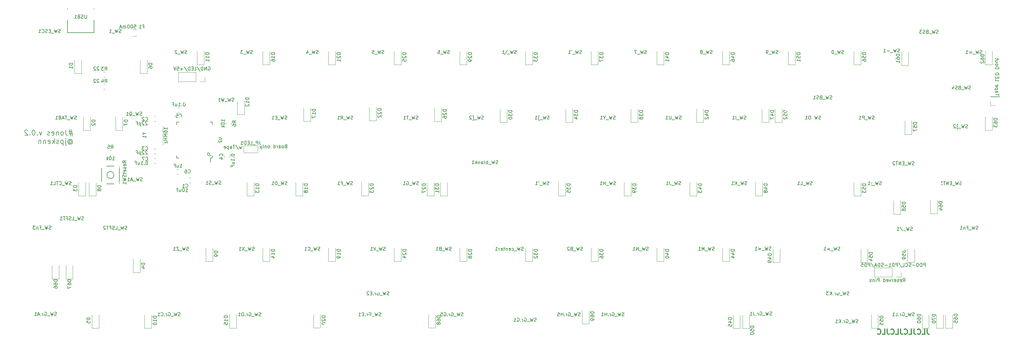
<source format=gbo>
G04 #@! TF.GenerationSoftware,KiCad,Pcbnew,(5.1.6-0-10_14)*
G04 #@! TF.CreationDate,2020-07-20T09:45:54+09:00*
G04 #@! TF.ProjectId,Jones,4a6f6e65-732e-46b6-9963-61645f706362,v.0.2*
G04 #@! TF.SameCoordinates,Original*
G04 #@! TF.FileFunction,Legend,Bot*
G04 #@! TF.FilePolarity,Positive*
%FSLAX46Y46*%
G04 Gerber Fmt 4.6, Leading zero omitted, Abs format (unit mm)*
G04 Created by KiCad (PCBNEW (5.1.6-0-10_14)) date 2020-07-20 09:45:54*
%MOMM*%
%LPD*%
G01*
G04 APERTURE LIST*
%ADD10C,0.300000*%
%ADD11C,0.200000*%
%ADD12C,0.120000*%
%ADD13C,0.150000*%
%ADD14C,2.501900*%
%ADD15C,1.400000*%
%ADD16O,7.400240X5.400000*%
%ADD17C,5.400000*%
%ADD18C,4.387800*%
%ADD19C,3.448000*%
%ADD20R,2.950000X2.900000*%
%ADD21C,2.150000*%
%ADD22C,3.400000*%
%ADD23C,2.650000*%
%ADD24R,2.200000X2.500000*%
%ADD25R,1.600000X1.300000*%
%ADD26R,1.500000X2.200000*%
%ADD27C,2.400000*%
%ADD28R,2.400000X3.600000*%
%ADD29R,2.400000X2.400000*%
%ADD30R,0.950000X1.900000*%
%ADD31R,1.900000X0.950000*%
%ADD32C,2.600000*%
%ADD33O,2.100000X2.100000*%
%ADD34R,2.100000X2.100000*%
%ADD35R,1.400000X1.900000*%
%ADD36C,1.797000*%
%ADD37O,2.100000X3.100000*%
G04 APERTURE END LIST*
D10*
X286307721Y-115258571D02*
X286307721Y-116330000D01*
X286379150Y-116544285D01*
X286522007Y-116687142D01*
X286736292Y-116758571D01*
X286879150Y-116758571D01*
X284879150Y-116758571D02*
X285593435Y-116758571D01*
X285593435Y-115258571D01*
X283522007Y-116615714D02*
X283593435Y-116687142D01*
X283807721Y-116758571D01*
X283950578Y-116758571D01*
X284164864Y-116687142D01*
X284307721Y-116544285D01*
X284379150Y-116401428D01*
X284450578Y-116115714D01*
X284450578Y-115901428D01*
X284379150Y-115615714D01*
X284307721Y-115472857D01*
X284164864Y-115330000D01*
X283950578Y-115258571D01*
X283807721Y-115258571D01*
X283593435Y-115330000D01*
X283522007Y-115401428D01*
X282450578Y-115258571D02*
X282450578Y-116330000D01*
X282522007Y-116544285D01*
X282664864Y-116687142D01*
X282879150Y-116758571D01*
X283022007Y-116758571D01*
X281022007Y-116758571D02*
X281736292Y-116758571D01*
X281736292Y-115258571D01*
X279664864Y-116615714D02*
X279736292Y-116687142D01*
X279950578Y-116758571D01*
X280093435Y-116758571D01*
X280307721Y-116687142D01*
X280450578Y-116544285D01*
X280522007Y-116401428D01*
X280593435Y-116115714D01*
X280593435Y-115901428D01*
X280522007Y-115615714D01*
X280450578Y-115472857D01*
X280307721Y-115330000D01*
X280093435Y-115258571D01*
X279950578Y-115258571D01*
X279736292Y-115330000D01*
X279664864Y-115401428D01*
X278593435Y-115258571D02*
X278593435Y-116330000D01*
X278664864Y-116544285D01*
X278807721Y-116687142D01*
X279022007Y-116758571D01*
X279164864Y-116758571D01*
X277164864Y-116758571D02*
X277879150Y-116758571D01*
X277879150Y-115258571D01*
X275807721Y-116615714D02*
X275879150Y-116687142D01*
X276093435Y-116758571D01*
X276236292Y-116758571D01*
X276450578Y-116687142D01*
X276593435Y-116544285D01*
X276664864Y-116401428D01*
X276736292Y-116115714D01*
X276736292Y-115901428D01*
X276664864Y-115615714D01*
X276593435Y-115472857D01*
X276450578Y-115330000D01*
X276236292Y-115258571D01*
X276093435Y-115258571D01*
X275879150Y-115330000D01*
X275807721Y-115401428D01*
X274736292Y-115258571D02*
X274736292Y-116330000D01*
X274807721Y-116544285D01*
X274950578Y-116687142D01*
X275164864Y-116758571D01*
X275307721Y-116758571D01*
X273307721Y-116758571D02*
X274022007Y-116758571D01*
X274022007Y-115258571D01*
X271950578Y-116615714D02*
X272022007Y-116687142D01*
X272236292Y-116758571D01*
X272379150Y-116758571D01*
X272593435Y-116687142D01*
X272736292Y-116544285D01*
X272807721Y-116401428D01*
X272879150Y-116115714D01*
X272879150Y-115901428D01*
X272807721Y-115615714D01*
X272736292Y-115472857D01*
X272593435Y-115330000D01*
X272379150Y-115258571D01*
X272236292Y-115258571D01*
X272022007Y-115330000D01*
X271950578Y-115401428D01*
D11*
X38430565Y-57914571D02*
X37359137Y-57914571D01*
X38001994Y-57271714D02*
X38430565Y-59200285D01*
X37501994Y-58557428D02*
X38573422Y-58557428D01*
X37930565Y-59200285D02*
X37501994Y-57271714D01*
X36430565Y-57414571D02*
X36430565Y-58486000D01*
X36501994Y-58700285D01*
X36644851Y-58843142D01*
X36859137Y-58914571D01*
X37001994Y-58914571D01*
X35501994Y-58914571D02*
X35644851Y-58843142D01*
X35716280Y-58771714D01*
X35787708Y-58628857D01*
X35787708Y-58200285D01*
X35716280Y-58057428D01*
X35644851Y-57986000D01*
X35501994Y-57914571D01*
X35287708Y-57914571D01*
X35144851Y-57986000D01*
X35073422Y-58057428D01*
X35001994Y-58200285D01*
X35001994Y-58628857D01*
X35073422Y-58771714D01*
X35144851Y-58843142D01*
X35287708Y-58914571D01*
X35501994Y-58914571D01*
X34359137Y-57914571D02*
X34359137Y-58914571D01*
X34359137Y-58057428D02*
X34287708Y-57986000D01*
X34144851Y-57914571D01*
X33930565Y-57914571D01*
X33787708Y-57986000D01*
X33716280Y-58128857D01*
X33716280Y-58914571D01*
X32430565Y-58843142D02*
X32573422Y-58914571D01*
X32859137Y-58914571D01*
X33001994Y-58843142D01*
X33073422Y-58700285D01*
X33073422Y-58128857D01*
X33001994Y-57986000D01*
X32859137Y-57914571D01*
X32573422Y-57914571D01*
X32430565Y-57986000D01*
X32359137Y-58128857D01*
X32359137Y-58271714D01*
X33073422Y-58414571D01*
X31787708Y-58843142D02*
X31644851Y-58914571D01*
X31359137Y-58914571D01*
X31216280Y-58843142D01*
X31144851Y-58700285D01*
X31144851Y-58628857D01*
X31216280Y-58486000D01*
X31359137Y-58414571D01*
X31573422Y-58414571D01*
X31716280Y-58343142D01*
X31787708Y-58200285D01*
X31787708Y-58128857D01*
X31716280Y-57986000D01*
X31573422Y-57914571D01*
X31359137Y-57914571D01*
X31216280Y-57986000D01*
X29501994Y-57914571D02*
X29144851Y-58914571D01*
X28787708Y-57914571D01*
X28216280Y-58771714D02*
X28144851Y-58843142D01*
X28216280Y-58914571D01*
X28287708Y-58843142D01*
X28216280Y-58771714D01*
X28216280Y-58914571D01*
X27216280Y-57414571D02*
X27073422Y-57414571D01*
X26930565Y-57486000D01*
X26859137Y-57557428D01*
X26787708Y-57700285D01*
X26716280Y-57986000D01*
X26716280Y-58343142D01*
X26787708Y-58628857D01*
X26859137Y-58771714D01*
X26930565Y-58843142D01*
X27073422Y-58914571D01*
X27216280Y-58914571D01*
X27359137Y-58843142D01*
X27430565Y-58771714D01*
X27501994Y-58628857D01*
X27573422Y-58343142D01*
X27573422Y-57986000D01*
X27501994Y-57700285D01*
X27430565Y-57557428D01*
X27359137Y-57486000D01*
X27216280Y-57414571D01*
X26073422Y-58771714D02*
X26001994Y-58843142D01*
X26073422Y-58914571D01*
X26144851Y-58843142D01*
X26073422Y-58771714D01*
X26073422Y-58914571D01*
X25430565Y-57557428D02*
X25359137Y-57486000D01*
X25216280Y-57414571D01*
X24859137Y-57414571D01*
X24716280Y-57486000D01*
X24644851Y-57557428D01*
X24573422Y-57700285D01*
X24573422Y-57843142D01*
X24644851Y-58057428D01*
X25501994Y-58914571D01*
X24573422Y-58914571D01*
X37430565Y-60650285D02*
X37501994Y-60578857D01*
X37644851Y-60507428D01*
X37787708Y-60507428D01*
X37930565Y-60578857D01*
X38001994Y-60650285D01*
X38073422Y-60793142D01*
X38073422Y-60936000D01*
X38001994Y-61078857D01*
X37930565Y-61150285D01*
X37787708Y-61221714D01*
X37644851Y-61221714D01*
X37501994Y-61150285D01*
X37430565Y-61078857D01*
X37430565Y-60507428D02*
X37430565Y-61078857D01*
X37359137Y-61150285D01*
X37287708Y-61150285D01*
X37144851Y-61078857D01*
X37073422Y-60936000D01*
X37073422Y-60578857D01*
X37216280Y-60364571D01*
X37430565Y-60221714D01*
X37716280Y-60150285D01*
X38001994Y-60221714D01*
X38216280Y-60364571D01*
X38359137Y-60578857D01*
X38430565Y-60864571D01*
X38359137Y-61150285D01*
X38216280Y-61364571D01*
X38001994Y-61507428D01*
X37716280Y-61578857D01*
X37430565Y-61507428D01*
X37216280Y-61364571D01*
X36430565Y-60364571D02*
X36430565Y-61650285D01*
X36501994Y-61793142D01*
X36644851Y-61864571D01*
X36716280Y-61864571D01*
X36430565Y-59864571D02*
X36501994Y-59936000D01*
X36430565Y-60007428D01*
X36359137Y-59936000D01*
X36430565Y-59864571D01*
X36430565Y-60007428D01*
X35716280Y-60364571D02*
X35716280Y-61864571D01*
X35716280Y-60436000D02*
X35573422Y-60364571D01*
X35287708Y-60364571D01*
X35144851Y-60436000D01*
X35073422Y-60507428D01*
X35001994Y-60650285D01*
X35001994Y-61078857D01*
X35073422Y-61221714D01*
X35144851Y-61293142D01*
X35287708Y-61364571D01*
X35573422Y-61364571D01*
X35716280Y-61293142D01*
X34430565Y-61293142D02*
X34287708Y-61364571D01*
X34001994Y-61364571D01*
X33859137Y-61293142D01*
X33787708Y-61150285D01*
X33787708Y-61078857D01*
X33859137Y-60936000D01*
X34001994Y-60864571D01*
X34216280Y-60864571D01*
X34359137Y-60793142D01*
X34430565Y-60650285D01*
X34430565Y-60578857D01*
X34359137Y-60436000D01*
X34216280Y-60364571D01*
X34001994Y-60364571D01*
X33859137Y-60436000D01*
X33144851Y-61364571D02*
X33144851Y-59864571D01*
X33001994Y-60793142D02*
X32573422Y-61364571D01*
X32573422Y-60364571D02*
X33144851Y-60936000D01*
X31359137Y-61293142D02*
X31501994Y-61364571D01*
X31787708Y-61364571D01*
X31930565Y-61293142D01*
X32001994Y-61150285D01*
X32001994Y-60578857D01*
X31930565Y-60436000D01*
X31787708Y-60364571D01*
X31501994Y-60364571D01*
X31359137Y-60436000D01*
X31287708Y-60578857D01*
X31287708Y-60721714D01*
X32001994Y-60864571D01*
X30644851Y-60364571D02*
X30644851Y-61364571D01*
X30644851Y-60507428D02*
X30573422Y-60436000D01*
X30430565Y-60364571D01*
X30216280Y-60364571D01*
X30073422Y-60436000D01*
X30001994Y-60578857D01*
X30001994Y-61364571D01*
X29287708Y-60364571D02*
X29287708Y-61364571D01*
X29287708Y-60507428D02*
X29216280Y-60436000D01*
X29073422Y-60364571D01*
X28859137Y-60364571D01*
X28716280Y-60436000D01*
X28644851Y-60578857D01*
X28644851Y-61364571D01*
D12*
X60132000Y-56253000D02*
X64632000Y-56253000D01*
X64632000Y-56253000D02*
X64632000Y-61653000D01*
X107451000Y-54853000D02*
X107451000Y-50953000D01*
X105451000Y-54853000D02*
X105451000Y-50953000D01*
X107451000Y-54853000D02*
X105451000Y-54853000D01*
X41030000Y-41010000D02*
X41030000Y-37110000D01*
X39030000Y-41010000D02*
X39030000Y-37110000D01*
X41030000Y-41010000D02*
X39030000Y-41010000D01*
X60080000Y-41010000D02*
X60080000Y-37110000D01*
X58080000Y-41010000D02*
X58080000Y-37110000D01*
X60080000Y-41010000D02*
X58080000Y-41010000D01*
X76590000Y-38470000D02*
X76590000Y-34570000D01*
X74590000Y-38470000D02*
X74590000Y-34570000D01*
X76590000Y-38470000D02*
X74590000Y-38470000D01*
X95640000Y-38470000D02*
X95640000Y-34570000D01*
X93640000Y-38470000D02*
X93640000Y-34570000D01*
X95640000Y-38470000D02*
X93640000Y-38470000D01*
X114690000Y-38470000D02*
X114690000Y-34570000D01*
X112690000Y-38470000D02*
X112690000Y-34570000D01*
X114690000Y-38470000D02*
X112690000Y-38470000D01*
X133740000Y-38470000D02*
X133740000Y-34570000D01*
X131740000Y-38470000D02*
X131740000Y-34570000D01*
X133740000Y-38470000D02*
X131740000Y-38470000D01*
X152790000Y-38470000D02*
X152790000Y-34570000D01*
X150790000Y-38470000D02*
X150790000Y-34570000D01*
X152790000Y-38470000D02*
X150790000Y-38470000D01*
X171840000Y-38470000D02*
X171840000Y-34570000D01*
X169840000Y-38470000D02*
X169840000Y-34570000D01*
X171840000Y-38470000D02*
X169840000Y-38470000D01*
X190890000Y-38470000D02*
X190890000Y-34570000D01*
X188890000Y-38470000D02*
X188890000Y-34570000D01*
X190890000Y-38470000D02*
X188890000Y-38470000D01*
X209940000Y-38470000D02*
X209940000Y-34570000D01*
X207940000Y-38470000D02*
X207940000Y-34570000D01*
X209940000Y-38470000D02*
X207940000Y-38470000D01*
X228990000Y-38470000D02*
X228990000Y-34570000D01*
X226990000Y-38470000D02*
X226990000Y-34570000D01*
X228990000Y-38470000D02*
X226990000Y-38470000D01*
X248040000Y-38470000D02*
X248040000Y-34570000D01*
X246040000Y-38470000D02*
X246040000Y-34570000D01*
X248040000Y-38470000D02*
X246040000Y-38470000D01*
X267090000Y-38470000D02*
X267090000Y-34570000D01*
X265090000Y-38470000D02*
X265090000Y-34570000D01*
X267090000Y-38470000D02*
X265090000Y-38470000D01*
X280900000Y-38750000D02*
X280900000Y-34850000D01*
X278900000Y-38750000D02*
X278900000Y-34850000D01*
X280900000Y-38750000D02*
X278900000Y-38750000D01*
X278600000Y-81850000D02*
X278600000Y-77950000D01*
X276600000Y-81850000D02*
X276600000Y-77950000D01*
X278600000Y-81850000D02*
X276600000Y-81850000D01*
X43570000Y-57520000D02*
X41570000Y-57520000D01*
X41570000Y-57520000D02*
X41570000Y-53620000D01*
X43570000Y-57520000D02*
X43570000Y-53620000D01*
X52968000Y-57520000D02*
X50968000Y-57520000D01*
X50968000Y-57520000D02*
X50968000Y-53620000D01*
X52968000Y-57520000D02*
X52968000Y-53620000D01*
X88274000Y-52948000D02*
X88274000Y-49048000D01*
X86274000Y-52948000D02*
X86274000Y-49048000D01*
X88274000Y-52948000D02*
X86274000Y-52948000D01*
X126501000Y-54726000D02*
X124501000Y-54726000D01*
X124501000Y-54726000D02*
X124501000Y-50826000D01*
X126501000Y-54726000D02*
X126501000Y-50826000D01*
X145424000Y-54980000D02*
X145424000Y-51080000D01*
X143424000Y-54980000D02*
X143424000Y-51080000D01*
X145424000Y-54980000D02*
X143424000Y-54980000D01*
X164474000Y-55234000D02*
X164474000Y-51334000D01*
X162474000Y-55234000D02*
X162474000Y-51334000D01*
X164474000Y-55234000D02*
X162474000Y-55234000D01*
X183524000Y-55234000D02*
X183524000Y-51334000D01*
X181524000Y-55234000D02*
X181524000Y-51334000D01*
X183524000Y-55234000D02*
X181524000Y-55234000D01*
X202400000Y-55250000D02*
X202400000Y-51350000D01*
X200400000Y-55250000D02*
X200400000Y-51350000D01*
X202400000Y-55250000D02*
X200400000Y-55250000D01*
X221400000Y-55250000D02*
X221400000Y-51350000D01*
X219400000Y-55250000D02*
X219400000Y-51350000D01*
X221400000Y-55250000D02*
X219400000Y-55250000D01*
X240400000Y-55250000D02*
X240400000Y-51350000D01*
X238400000Y-55250000D02*
X238400000Y-51350000D01*
X240400000Y-55250000D02*
X238400000Y-55250000D01*
X244200000Y-55250000D02*
X244200000Y-51350000D01*
X242200000Y-55250000D02*
X242200000Y-51350000D01*
X244200000Y-55250000D02*
X242200000Y-55250000D01*
X281850000Y-58700000D02*
X281850000Y-54800000D01*
X279850000Y-58700000D02*
X279850000Y-54800000D01*
X281850000Y-58700000D02*
X279850000Y-58700000D01*
X305190000Y-38470000D02*
X305190000Y-34570000D01*
X303190000Y-38470000D02*
X303190000Y-34570000D01*
X305190000Y-38470000D02*
X303190000Y-38470000D01*
X42173000Y-76570000D02*
X42173000Y-72670000D01*
X40173000Y-76570000D02*
X40173000Y-72670000D01*
X42173000Y-76570000D02*
X40173000Y-76570000D01*
X45221000Y-76570000D02*
X45221000Y-72670000D01*
X43221000Y-76570000D02*
X43221000Y-72670000D01*
X45221000Y-76570000D02*
X43221000Y-76570000D01*
X91068000Y-76570000D02*
X91068000Y-72670000D01*
X89068000Y-76570000D02*
X89068000Y-72670000D01*
X91068000Y-76570000D02*
X89068000Y-76570000D01*
X105165000Y-76570000D02*
X105165000Y-72670000D01*
X103165000Y-76570000D02*
X103165000Y-72670000D01*
X105165000Y-76570000D02*
X103165000Y-76570000D01*
X124215000Y-76570000D02*
X122215000Y-76570000D01*
X122215000Y-76570000D02*
X122215000Y-72670000D01*
X124215000Y-76570000D02*
X124215000Y-72670000D01*
X143265000Y-76570000D02*
X141265000Y-76570000D01*
X141265000Y-76570000D02*
X141265000Y-72670000D01*
X143265000Y-76570000D02*
X143265000Y-72670000D01*
X147075000Y-76570000D02*
X145075000Y-76570000D01*
X145075000Y-76570000D02*
X145075000Y-72670000D01*
X147075000Y-76570000D02*
X147075000Y-72670000D01*
X181365000Y-76570000D02*
X179365000Y-76570000D01*
X179365000Y-76570000D02*
X179365000Y-72670000D01*
X181365000Y-76570000D02*
X181365000Y-72670000D01*
X200415000Y-76570000D02*
X198415000Y-76570000D01*
X198415000Y-76570000D02*
X198415000Y-72670000D01*
X200415000Y-76570000D02*
X200415000Y-72670000D01*
X219465000Y-76570000D02*
X217465000Y-76570000D01*
X217465000Y-76570000D02*
X217465000Y-72670000D01*
X219465000Y-76570000D02*
X219465000Y-72670000D01*
X238515000Y-76570000D02*
X236515000Y-76570000D01*
X236515000Y-76570000D02*
X236515000Y-72670000D01*
X238515000Y-76570000D02*
X238515000Y-72670000D01*
X267090000Y-76570000D02*
X265090000Y-76570000D01*
X265090000Y-76570000D02*
X265090000Y-72670000D01*
X267090000Y-76570000D02*
X267090000Y-72670000D01*
X305190000Y-57520000D02*
X303190000Y-57520000D01*
X303190000Y-57520000D02*
X303190000Y-53620000D01*
X305190000Y-57520000D02*
X305190000Y-53620000D01*
X58046280Y-98799480D02*
X56046280Y-98799480D01*
X56046280Y-98799480D02*
X56046280Y-94899480D01*
X58046280Y-98799480D02*
X58046280Y-94899480D01*
X79130000Y-95620000D02*
X77130000Y-95620000D01*
X77130000Y-95620000D02*
X77130000Y-91720000D01*
X79130000Y-95620000D02*
X79130000Y-91720000D01*
X95640000Y-95620000D02*
X93640000Y-95620000D01*
X93640000Y-95620000D02*
X93640000Y-91720000D01*
X95640000Y-95620000D02*
X95640000Y-91720000D01*
X114690000Y-95620000D02*
X112690000Y-95620000D01*
X112690000Y-95620000D02*
X112690000Y-91720000D01*
X114690000Y-95620000D02*
X114690000Y-91720000D01*
X133740000Y-95620000D02*
X131740000Y-95620000D01*
X131740000Y-95620000D02*
X131740000Y-91720000D01*
X133740000Y-95620000D02*
X133740000Y-91720000D01*
X152790000Y-95620000D02*
X150790000Y-95620000D01*
X150790000Y-95620000D02*
X150790000Y-91720000D01*
X152790000Y-95620000D02*
X152790000Y-91720000D01*
X171840000Y-95620000D02*
X169840000Y-95620000D01*
X169840000Y-95620000D02*
X169840000Y-91720000D01*
X171840000Y-95620000D02*
X171840000Y-91720000D01*
X190890000Y-95620000D02*
X188890000Y-95620000D01*
X188890000Y-95620000D02*
X188890000Y-91720000D01*
X190890000Y-95620000D02*
X190890000Y-91720000D01*
X209940000Y-95620000D02*
X207940000Y-95620000D01*
X207940000Y-95620000D02*
X207940000Y-91720000D01*
X209940000Y-95620000D02*
X209940000Y-91720000D01*
X228990000Y-95620000D02*
X226990000Y-95620000D01*
X226990000Y-95620000D02*
X226990000Y-91720000D01*
X228990000Y-95620000D02*
X228990000Y-91720000D01*
X243595000Y-95874000D02*
X241595000Y-95874000D01*
X241595000Y-95874000D02*
X241595000Y-91974000D01*
X243595000Y-95874000D02*
X243595000Y-91974000D01*
X269050000Y-95900000D02*
X267050000Y-95900000D01*
X267050000Y-95900000D02*
X267050000Y-92000000D01*
X269050000Y-95900000D02*
X269050000Y-92000000D01*
X282650000Y-95900000D02*
X280650000Y-95900000D01*
X280650000Y-95900000D02*
X280650000Y-92000000D01*
X282650000Y-95900000D02*
X282650000Y-92000000D01*
X46110000Y-114987500D02*
X44110000Y-114987500D01*
X44110000Y-114987500D02*
X44110000Y-111087500D01*
X46110000Y-114987500D02*
X46110000Y-111087500D01*
X61350000Y-114987500D02*
X59350000Y-114987500D01*
X59350000Y-114987500D02*
X59350000Y-111087500D01*
X61350000Y-114987500D02*
X61350000Y-111087500D01*
X85956250Y-114987500D02*
X83956250Y-114987500D01*
X83956250Y-114987500D02*
X83956250Y-111087500D01*
X85956250Y-114987500D02*
X85956250Y-111087500D01*
X110300000Y-114900000D02*
X108300000Y-114900000D01*
X108300000Y-114900000D02*
X108300000Y-111000000D01*
X110300000Y-114900000D02*
X110300000Y-111000000D01*
X232050000Y-115100000D02*
X230050000Y-115100000D01*
X230050000Y-115100000D02*
X230050000Y-111200000D01*
X232050000Y-115100000D02*
X232050000Y-111200000D01*
X286850000Y-114987500D02*
X284850000Y-114987500D01*
X284850000Y-114987500D02*
X284850000Y-111087500D01*
X286850000Y-114987500D02*
X286850000Y-111087500D01*
X293650000Y-114987500D02*
X293650000Y-111087500D01*
X291650000Y-114987500D02*
X291650000Y-111087500D01*
X293650000Y-114987500D02*
X291650000Y-114987500D01*
X57052064Y-28325000D02*
X55847936Y-28325000D01*
X57052064Y-30145000D02*
X55847936Y-30145000D01*
D13*
X46828000Y-67910000D02*
X46828000Y-73110000D01*
X46828000Y-73110000D02*
X52028000Y-73110000D01*
X52028000Y-73110000D02*
X52028000Y-67910000D01*
X52028000Y-67910000D02*
X46828000Y-67910000D01*
X50428000Y-70510000D02*
G75*
G03*
X50428000Y-70510000I-1000000J0D01*
G01*
D12*
X234750000Y-115100000D02*
X232750000Y-115100000D01*
X232750000Y-115100000D02*
X232750000Y-111200000D01*
X234750000Y-115100000D02*
X234750000Y-111200000D01*
X272100000Y-115000000D02*
X272100000Y-111100000D01*
X270100000Y-115000000D02*
X270100000Y-111100000D01*
X272100000Y-115000000D02*
X270100000Y-115000000D01*
D13*
X78235210Y-64414000D02*
G75*
G03*
X78235210Y-64414000I-359210J0D01*
G01*
X77876000Y-65430000D02*
X78892000Y-64414000D01*
X78987000Y-65525000D02*
X78412000Y-65525000D01*
X78987000Y-55175000D02*
X78312000Y-55175000D01*
X68637000Y-55175000D02*
X69312000Y-55175000D01*
X68637000Y-65525000D02*
X69312000Y-65525000D01*
X78987000Y-65525000D02*
X78987000Y-64850000D01*
X68637000Y-65525000D02*
X68637000Y-64850000D01*
X68637000Y-55175000D02*
X68637000Y-55850000D01*
X78987000Y-55175000D02*
X78987000Y-55850000D01*
X78412000Y-65525000D02*
X78412000Y-66800000D01*
D12*
X278780000Y-100130000D02*
X278780000Y-98800000D01*
X277450000Y-100130000D02*
X278780000Y-100130000D01*
X276180000Y-100130000D02*
X276180000Y-97470000D01*
X276180000Y-97470000D02*
X271040000Y-97470000D01*
X276180000Y-100130000D02*
X271040000Y-100130000D01*
X271040000Y-100130000D02*
X271040000Y-97470000D01*
X289250000Y-81700000D02*
X287250000Y-81700000D01*
X287250000Y-81700000D02*
X287250000Y-77800000D01*
X289250000Y-81700000D02*
X289250000Y-77800000D01*
X34500000Y-100650000D02*
X34500000Y-96750000D01*
X32500000Y-100650000D02*
X32500000Y-96750000D01*
X34500000Y-100650000D02*
X32500000Y-100650000D01*
X38500000Y-100650000D02*
X36500000Y-100650000D01*
X36500000Y-100650000D02*
X36500000Y-96750000D01*
X38500000Y-100650000D02*
X38500000Y-96750000D01*
X143650000Y-114900000D02*
X141650000Y-114900000D01*
X141650000Y-114900000D02*
X141650000Y-111000000D01*
X143650000Y-114900000D02*
X143650000Y-111000000D01*
X188250000Y-113700000D02*
X188250000Y-109800000D01*
X186250000Y-113700000D02*
X186250000Y-109800000D01*
X188250000Y-113700000D02*
X186250000Y-113700000D01*
X291050000Y-115000000D02*
X291050000Y-111100000D01*
X289050000Y-115000000D02*
X289050000Y-111100000D01*
X291050000Y-115000000D02*
X289050000Y-115000000D01*
X72238748Y-71290000D02*
X72761252Y-71290000D01*
X72238748Y-72710000D02*
X72761252Y-72710000D01*
X62643252Y-53417000D02*
X62120748Y-53417000D01*
X62643252Y-54837000D02*
X62120748Y-54837000D01*
X62643252Y-62942000D02*
X62120748Y-62942000D01*
X62643252Y-64362000D02*
X62120748Y-64362000D01*
X83960000Y-64888748D02*
X83960000Y-65411252D01*
X82540000Y-64888748D02*
X82540000Y-65411252D01*
X68978748Y-52410000D02*
X69501252Y-52410000D01*
X68978748Y-50990000D02*
X69501252Y-50990000D01*
X68724748Y-68784000D02*
X69247252Y-68784000D01*
X68724748Y-70204000D02*
X69247252Y-70204000D01*
X62643252Y-67156000D02*
X62120748Y-67156000D01*
X62643252Y-65736000D02*
X62120748Y-65736000D01*
X69090000Y-43330000D02*
X69090000Y-40670000D01*
X74230000Y-43330000D02*
X69090000Y-43330000D01*
X74230000Y-40670000D02*
X69090000Y-40670000D01*
X74230000Y-43330000D02*
X74230000Y-40670000D01*
X75500000Y-43330000D02*
X76830000Y-43330000D01*
X76830000Y-43330000D02*
X76830000Y-42000000D01*
X304670000Y-47670000D02*
X307330000Y-47670000D01*
X304670000Y-47730000D02*
X304670000Y-47670000D01*
X307330000Y-47730000D02*
X307330000Y-47670000D01*
X304670000Y-47730000D02*
X307330000Y-47730000D01*
X304670000Y-49000000D02*
X304670000Y-50330000D01*
X304670000Y-50330000D02*
X306000000Y-50330000D01*
X92200000Y-64000000D02*
X92200000Y-62000000D01*
X88100000Y-64000000D02*
X92200000Y-64000000D01*
X88100000Y-62000000D02*
X88100000Y-64000000D01*
X92200000Y-62000000D02*
X88100000Y-62000000D01*
X47911252Y-42010000D02*
X47388748Y-42010000D01*
X47911252Y-40590000D02*
X47388748Y-40590000D01*
X47911252Y-44146000D02*
X47388748Y-44146000D01*
X47911252Y-45566000D02*
X47388748Y-45566000D01*
X49689252Y-64743000D02*
X49166748Y-64743000D01*
X49689252Y-63323000D02*
X49166748Y-63323000D01*
X84428000Y-55785252D02*
X84428000Y-55262748D01*
X83008000Y-55785252D02*
X83008000Y-55262748D01*
D13*
X44650000Y-29100000D02*
X44650000Y-22100000D01*
X36950000Y-29100000D02*
X44650000Y-29100000D01*
X36950000Y-22100000D02*
X36950000Y-29100000D01*
X198385714Y-111428121D02*
X198242857Y-111475740D01*
X198004761Y-111475740D01*
X197909523Y-111428121D01*
X197861904Y-111380502D01*
X197814285Y-111285264D01*
X197814285Y-111190026D01*
X197861904Y-111094788D01*
X197909523Y-111047169D01*
X198004761Y-110999550D01*
X198195238Y-110951931D01*
X198290476Y-110904312D01*
X198338095Y-110856693D01*
X198385714Y-110761455D01*
X198385714Y-110666217D01*
X198338095Y-110570979D01*
X198290476Y-110523360D01*
X198195238Y-110475740D01*
X197957142Y-110475740D01*
X197814285Y-110523360D01*
X197480952Y-110475740D02*
X197242857Y-111475740D01*
X197052380Y-110761455D01*
X196861904Y-111475740D01*
X196623809Y-110475740D01*
X196480952Y-111570979D02*
X195719047Y-111570979D01*
X194957142Y-110523360D02*
X195052380Y-110475740D01*
X195195238Y-110475740D01*
X195338095Y-110523360D01*
X195433333Y-110618598D01*
X195480952Y-110713836D01*
X195528571Y-110904312D01*
X195528571Y-111047169D01*
X195480952Y-111237645D01*
X195433333Y-111332883D01*
X195338095Y-111428121D01*
X195195238Y-111475740D01*
X195100000Y-111475740D01*
X194957142Y-111428121D01*
X194909523Y-111380502D01*
X194909523Y-111047169D01*
X195100000Y-111047169D01*
X194480952Y-111475740D02*
X194480952Y-110809074D01*
X194480952Y-110999550D02*
X194433333Y-110904312D01*
X194385714Y-110856693D01*
X194290476Y-110809074D01*
X194195238Y-110809074D01*
X193861904Y-111380502D02*
X193814285Y-111428121D01*
X193861904Y-111475740D01*
X193909523Y-111428121D01*
X193861904Y-111380502D01*
X193861904Y-111475740D01*
X193385714Y-111475740D02*
X193385714Y-110475740D01*
X193385714Y-110951931D02*
X192814285Y-110951931D01*
X192814285Y-111475740D02*
X192814285Y-110475740D01*
X191814285Y-111475740D02*
X192385714Y-111475740D01*
X192100000Y-111475740D02*
X192100000Y-110475740D01*
X192195238Y-110618598D01*
X192290476Y-110713836D01*
X192385714Y-110761455D01*
X52539285Y-29131801D02*
X52396428Y-29179420D01*
X52158333Y-29179420D01*
X52063095Y-29131801D01*
X52015476Y-29084182D01*
X51967857Y-28988944D01*
X51967857Y-28893706D01*
X52015476Y-28798468D01*
X52063095Y-28750849D01*
X52158333Y-28703230D01*
X52348809Y-28655611D01*
X52444047Y-28607992D01*
X52491666Y-28560373D01*
X52539285Y-28465135D01*
X52539285Y-28369897D01*
X52491666Y-28274659D01*
X52444047Y-28227040D01*
X52348809Y-28179420D01*
X52110714Y-28179420D01*
X51967857Y-28227040D01*
X51634523Y-28179420D02*
X51396428Y-29179420D01*
X51205952Y-28465135D01*
X51015476Y-29179420D01*
X50777380Y-28179420D01*
X50634523Y-29274659D02*
X49872619Y-29274659D01*
X49110714Y-29179420D02*
X49682142Y-29179420D01*
X49396428Y-29179420D02*
X49396428Y-28179420D01*
X49491666Y-28322278D01*
X49586904Y-28417516D01*
X49682142Y-28465135D01*
X59226190Y-58476809D02*
X59702380Y-58476809D01*
X58702380Y-58143476D02*
X59226190Y-58476809D01*
X58702380Y-58810142D01*
X59702380Y-59667285D02*
X59702380Y-59095857D01*
X59702380Y-59381571D02*
X58702380Y-59381571D01*
X58845238Y-59286333D01*
X58940476Y-59191095D01*
X58988095Y-59095857D01*
X65884380Y-57262523D02*
X65884380Y-56691095D01*
X65884380Y-56976809D02*
X64884380Y-56976809D01*
X65027238Y-56881571D01*
X65122476Y-56786333D01*
X65170095Y-56691095D01*
X64884380Y-58119666D02*
X64884380Y-57929190D01*
X64932000Y-57833952D01*
X64979619Y-57786333D01*
X65122476Y-57691095D01*
X65312952Y-57643476D01*
X65693904Y-57643476D01*
X65789142Y-57691095D01*
X65836761Y-57738714D01*
X65884380Y-57833952D01*
X65884380Y-58024428D01*
X65836761Y-58119666D01*
X65789142Y-58167285D01*
X65693904Y-58214904D01*
X65455809Y-58214904D01*
X65360571Y-58167285D01*
X65312952Y-58119666D01*
X65265333Y-58024428D01*
X65265333Y-57833952D01*
X65312952Y-57738714D01*
X65360571Y-57691095D01*
X65455809Y-57643476D01*
X65884380Y-58643476D02*
X64884380Y-58643476D01*
X65598666Y-58976809D01*
X64884380Y-59310142D01*
X65884380Y-59310142D01*
X65884380Y-59786333D02*
X64884380Y-59786333D01*
X65360571Y-59786333D02*
X65360571Y-60357761D01*
X65884380Y-60357761D02*
X64884380Y-60357761D01*
X65217714Y-60738714D02*
X65217714Y-61262523D01*
X65884380Y-60738714D01*
X65884380Y-61262523D01*
X108903380Y-51388714D02*
X107903380Y-51388714D01*
X107903380Y-51626809D01*
X107951000Y-51769666D01*
X108046238Y-51864904D01*
X108141476Y-51912523D01*
X108331952Y-51960142D01*
X108474809Y-51960142D01*
X108665285Y-51912523D01*
X108760523Y-51864904D01*
X108855761Y-51769666D01*
X108903380Y-51626809D01*
X108903380Y-51388714D01*
X108903380Y-52912523D02*
X108903380Y-52341095D01*
X108903380Y-52626809D02*
X107903380Y-52626809D01*
X108046238Y-52531571D01*
X108141476Y-52436333D01*
X108189095Y-52341095D01*
X107903380Y-53245857D02*
X107903380Y-53912523D01*
X108903380Y-53483952D01*
X38450380Y-38021904D02*
X37450380Y-38021904D01*
X37450380Y-38260000D01*
X37498000Y-38402857D01*
X37593238Y-38498095D01*
X37688476Y-38545714D01*
X37878952Y-38593333D01*
X38021809Y-38593333D01*
X38212285Y-38545714D01*
X38307523Y-38498095D01*
X38402761Y-38402857D01*
X38450380Y-38260000D01*
X38450380Y-38021904D01*
X38450380Y-39545714D02*
X38450380Y-38974285D01*
X38450380Y-39260000D02*
X37450380Y-39260000D01*
X37593238Y-39164761D01*
X37688476Y-39069523D01*
X37736095Y-38974285D01*
X61532380Y-38021904D02*
X60532380Y-38021904D01*
X60532380Y-38260000D01*
X60580000Y-38402857D01*
X60675238Y-38498095D01*
X60770476Y-38545714D01*
X60960952Y-38593333D01*
X61103809Y-38593333D01*
X61294285Y-38545714D01*
X61389523Y-38498095D01*
X61484761Y-38402857D01*
X61532380Y-38260000D01*
X61532380Y-38021904D01*
X60532380Y-39450476D02*
X60532380Y-39260000D01*
X60580000Y-39164761D01*
X60627619Y-39117142D01*
X60770476Y-39021904D01*
X60960952Y-38974285D01*
X61341904Y-38974285D01*
X61437142Y-39021904D01*
X61484761Y-39069523D01*
X61532380Y-39164761D01*
X61532380Y-39355238D01*
X61484761Y-39450476D01*
X61437142Y-39498095D01*
X61341904Y-39545714D01*
X61103809Y-39545714D01*
X61008571Y-39498095D01*
X60960952Y-39450476D01*
X60913333Y-39355238D01*
X60913333Y-39164761D01*
X60960952Y-39069523D01*
X61008571Y-39021904D01*
X61103809Y-38974285D01*
X78042380Y-35005714D02*
X77042380Y-35005714D01*
X77042380Y-35243809D01*
X77090000Y-35386666D01*
X77185238Y-35481904D01*
X77280476Y-35529523D01*
X77470952Y-35577142D01*
X77613809Y-35577142D01*
X77804285Y-35529523D01*
X77899523Y-35481904D01*
X77994761Y-35386666D01*
X78042380Y-35243809D01*
X78042380Y-35005714D01*
X78042380Y-36529523D02*
X78042380Y-35958095D01*
X78042380Y-36243809D02*
X77042380Y-36243809D01*
X77185238Y-36148571D01*
X77280476Y-36053333D01*
X77328095Y-35958095D01*
X78042380Y-37481904D02*
X78042380Y-36910476D01*
X78042380Y-37196190D02*
X77042380Y-37196190D01*
X77185238Y-37100952D01*
X77280476Y-37005714D01*
X77328095Y-36910476D01*
X97092380Y-35005714D02*
X96092380Y-35005714D01*
X96092380Y-35243809D01*
X96140000Y-35386666D01*
X96235238Y-35481904D01*
X96330476Y-35529523D01*
X96520952Y-35577142D01*
X96663809Y-35577142D01*
X96854285Y-35529523D01*
X96949523Y-35481904D01*
X97044761Y-35386666D01*
X97092380Y-35243809D01*
X97092380Y-35005714D01*
X97092380Y-36529523D02*
X97092380Y-35958095D01*
X97092380Y-36243809D02*
X96092380Y-36243809D01*
X96235238Y-36148571D01*
X96330476Y-36053333D01*
X96378095Y-35958095D01*
X96092380Y-37386666D02*
X96092380Y-37196190D01*
X96140000Y-37100952D01*
X96187619Y-37053333D01*
X96330476Y-36958095D01*
X96520952Y-36910476D01*
X96901904Y-36910476D01*
X96997142Y-36958095D01*
X97044761Y-37005714D01*
X97092380Y-37100952D01*
X97092380Y-37291428D01*
X97044761Y-37386666D01*
X96997142Y-37434285D01*
X96901904Y-37481904D01*
X96663809Y-37481904D01*
X96568571Y-37434285D01*
X96520952Y-37386666D01*
X96473333Y-37291428D01*
X96473333Y-37100952D01*
X96520952Y-37005714D01*
X96568571Y-36958095D01*
X96663809Y-36910476D01*
X116142380Y-35005714D02*
X115142380Y-35005714D01*
X115142380Y-35243809D01*
X115190000Y-35386666D01*
X115285238Y-35481904D01*
X115380476Y-35529523D01*
X115570952Y-35577142D01*
X115713809Y-35577142D01*
X115904285Y-35529523D01*
X115999523Y-35481904D01*
X116094761Y-35386666D01*
X116142380Y-35243809D01*
X116142380Y-35005714D01*
X115237619Y-35958095D02*
X115190000Y-36005714D01*
X115142380Y-36100952D01*
X115142380Y-36339047D01*
X115190000Y-36434285D01*
X115237619Y-36481904D01*
X115332857Y-36529523D01*
X115428095Y-36529523D01*
X115570952Y-36481904D01*
X116142380Y-35910476D01*
X116142380Y-36529523D01*
X116142380Y-37481904D02*
X116142380Y-36910476D01*
X116142380Y-37196190D02*
X115142380Y-37196190D01*
X115285238Y-37100952D01*
X115380476Y-37005714D01*
X115428095Y-36910476D01*
X135192380Y-35005714D02*
X134192380Y-35005714D01*
X134192380Y-35243809D01*
X134240000Y-35386666D01*
X134335238Y-35481904D01*
X134430476Y-35529523D01*
X134620952Y-35577142D01*
X134763809Y-35577142D01*
X134954285Y-35529523D01*
X135049523Y-35481904D01*
X135144761Y-35386666D01*
X135192380Y-35243809D01*
X135192380Y-35005714D01*
X134287619Y-35958095D02*
X134240000Y-36005714D01*
X134192380Y-36100952D01*
X134192380Y-36339047D01*
X134240000Y-36434285D01*
X134287619Y-36481904D01*
X134382857Y-36529523D01*
X134478095Y-36529523D01*
X134620952Y-36481904D01*
X135192380Y-35910476D01*
X135192380Y-36529523D01*
X134192380Y-37434285D02*
X134192380Y-36958095D01*
X134668571Y-36910476D01*
X134620952Y-36958095D01*
X134573333Y-37053333D01*
X134573333Y-37291428D01*
X134620952Y-37386666D01*
X134668571Y-37434285D01*
X134763809Y-37481904D01*
X135001904Y-37481904D01*
X135097142Y-37434285D01*
X135144761Y-37386666D01*
X135192380Y-37291428D01*
X135192380Y-37053333D01*
X135144761Y-36958095D01*
X135097142Y-36910476D01*
X154242380Y-35005714D02*
X153242380Y-35005714D01*
X153242380Y-35243809D01*
X153290000Y-35386666D01*
X153385238Y-35481904D01*
X153480476Y-35529523D01*
X153670952Y-35577142D01*
X153813809Y-35577142D01*
X154004285Y-35529523D01*
X154099523Y-35481904D01*
X154194761Y-35386666D01*
X154242380Y-35243809D01*
X154242380Y-35005714D01*
X153337619Y-35958095D02*
X153290000Y-36005714D01*
X153242380Y-36100952D01*
X153242380Y-36339047D01*
X153290000Y-36434285D01*
X153337619Y-36481904D01*
X153432857Y-36529523D01*
X153528095Y-36529523D01*
X153670952Y-36481904D01*
X154242380Y-35910476D01*
X154242380Y-36529523D01*
X154242380Y-37005714D02*
X154242380Y-37196190D01*
X154194761Y-37291428D01*
X154147142Y-37339047D01*
X154004285Y-37434285D01*
X153813809Y-37481904D01*
X153432857Y-37481904D01*
X153337619Y-37434285D01*
X153290000Y-37386666D01*
X153242380Y-37291428D01*
X153242380Y-37100952D01*
X153290000Y-37005714D01*
X153337619Y-36958095D01*
X153432857Y-36910476D01*
X153670952Y-36910476D01*
X153766190Y-36958095D01*
X153813809Y-37005714D01*
X153861428Y-37100952D01*
X153861428Y-37291428D01*
X153813809Y-37386666D01*
X153766190Y-37434285D01*
X153670952Y-37481904D01*
X173292380Y-35005714D02*
X172292380Y-35005714D01*
X172292380Y-35243809D01*
X172340000Y-35386666D01*
X172435238Y-35481904D01*
X172530476Y-35529523D01*
X172720952Y-35577142D01*
X172863809Y-35577142D01*
X173054285Y-35529523D01*
X173149523Y-35481904D01*
X173244761Y-35386666D01*
X173292380Y-35243809D01*
X173292380Y-35005714D01*
X172292380Y-35910476D02*
X172292380Y-36529523D01*
X172673333Y-36196190D01*
X172673333Y-36339047D01*
X172720952Y-36434285D01*
X172768571Y-36481904D01*
X172863809Y-36529523D01*
X173101904Y-36529523D01*
X173197142Y-36481904D01*
X173244761Y-36434285D01*
X173292380Y-36339047D01*
X173292380Y-36053333D01*
X173244761Y-35958095D01*
X173197142Y-35910476D01*
X172292380Y-36862857D02*
X172292380Y-37481904D01*
X172673333Y-37148571D01*
X172673333Y-37291428D01*
X172720952Y-37386666D01*
X172768571Y-37434285D01*
X172863809Y-37481904D01*
X173101904Y-37481904D01*
X173197142Y-37434285D01*
X173244761Y-37386666D01*
X173292380Y-37291428D01*
X173292380Y-37005714D01*
X173244761Y-36910476D01*
X173197142Y-36862857D01*
X192342380Y-35005714D02*
X191342380Y-35005714D01*
X191342380Y-35243809D01*
X191390000Y-35386666D01*
X191485238Y-35481904D01*
X191580476Y-35529523D01*
X191770952Y-35577142D01*
X191913809Y-35577142D01*
X192104285Y-35529523D01*
X192199523Y-35481904D01*
X192294761Y-35386666D01*
X192342380Y-35243809D01*
X192342380Y-35005714D01*
X191342380Y-35910476D02*
X191342380Y-36529523D01*
X191723333Y-36196190D01*
X191723333Y-36339047D01*
X191770952Y-36434285D01*
X191818571Y-36481904D01*
X191913809Y-36529523D01*
X192151904Y-36529523D01*
X192247142Y-36481904D01*
X192294761Y-36434285D01*
X192342380Y-36339047D01*
X192342380Y-36053333D01*
X192294761Y-35958095D01*
X192247142Y-35910476D01*
X191342380Y-36862857D02*
X191342380Y-37529523D01*
X192342380Y-37100952D01*
X211392380Y-35005714D02*
X210392380Y-35005714D01*
X210392380Y-35243809D01*
X210440000Y-35386666D01*
X210535238Y-35481904D01*
X210630476Y-35529523D01*
X210820952Y-35577142D01*
X210963809Y-35577142D01*
X211154285Y-35529523D01*
X211249523Y-35481904D01*
X211344761Y-35386666D01*
X211392380Y-35243809D01*
X211392380Y-35005714D01*
X210725714Y-36434285D02*
X211392380Y-36434285D01*
X210344761Y-36196190D02*
X211059047Y-35958095D01*
X211059047Y-36577142D01*
X211392380Y-37481904D02*
X211392380Y-36910476D01*
X211392380Y-37196190D02*
X210392380Y-37196190D01*
X210535238Y-37100952D01*
X210630476Y-37005714D01*
X210678095Y-36910476D01*
X230442380Y-35005714D02*
X229442380Y-35005714D01*
X229442380Y-35243809D01*
X229490000Y-35386666D01*
X229585238Y-35481904D01*
X229680476Y-35529523D01*
X229870952Y-35577142D01*
X230013809Y-35577142D01*
X230204285Y-35529523D01*
X230299523Y-35481904D01*
X230394761Y-35386666D01*
X230442380Y-35243809D01*
X230442380Y-35005714D01*
X229775714Y-36434285D02*
X230442380Y-36434285D01*
X229394761Y-36196190D02*
X230109047Y-35958095D01*
X230109047Y-36577142D01*
X229442380Y-37386666D02*
X229442380Y-37196190D01*
X229490000Y-37100952D01*
X229537619Y-37053333D01*
X229680476Y-36958095D01*
X229870952Y-36910476D01*
X230251904Y-36910476D01*
X230347142Y-36958095D01*
X230394761Y-37005714D01*
X230442380Y-37100952D01*
X230442380Y-37291428D01*
X230394761Y-37386666D01*
X230347142Y-37434285D01*
X230251904Y-37481904D01*
X230013809Y-37481904D01*
X229918571Y-37434285D01*
X229870952Y-37386666D01*
X229823333Y-37291428D01*
X229823333Y-37100952D01*
X229870952Y-37005714D01*
X229918571Y-36958095D01*
X230013809Y-36910476D01*
X249492380Y-35005714D02*
X248492380Y-35005714D01*
X248492380Y-35243809D01*
X248540000Y-35386666D01*
X248635238Y-35481904D01*
X248730476Y-35529523D01*
X248920952Y-35577142D01*
X249063809Y-35577142D01*
X249254285Y-35529523D01*
X249349523Y-35481904D01*
X249444761Y-35386666D01*
X249492380Y-35243809D01*
X249492380Y-35005714D01*
X248492380Y-36481904D02*
X248492380Y-36005714D01*
X248968571Y-35958095D01*
X248920952Y-36005714D01*
X248873333Y-36100952D01*
X248873333Y-36339047D01*
X248920952Y-36434285D01*
X248968571Y-36481904D01*
X249063809Y-36529523D01*
X249301904Y-36529523D01*
X249397142Y-36481904D01*
X249444761Y-36434285D01*
X249492380Y-36339047D01*
X249492380Y-36100952D01*
X249444761Y-36005714D01*
X249397142Y-35958095D01*
X249492380Y-37481904D02*
X249492380Y-36910476D01*
X249492380Y-37196190D02*
X248492380Y-37196190D01*
X248635238Y-37100952D01*
X248730476Y-37005714D01*
X248778095Y-36910476D01*
X268542380Y-35005714D02*
X267542380Y-35005714D01*
X267542380Y-35243809D01*
X267590000Y-35386666D01*
X267685238Y-35481904D01*
X267780476Y-35529523D01*
X267970952Y-35577142D01*
X268113809Y-35577142D01*
X268304285Y-35529523D01*
X268399523Y-35481904D01*
X268494761Y-35386666D01*
X268542380Y-35243809D01*
X268542380Y-35005714D01*
X267542380Y-36481904D02*
X267542380Y-36005714D01*
X268018571Y-35958095D01*
X267970952Y-36005714D01*
X267923333Y-36100952D01*
X267923333Y-36339047D01*
X267970952Y-36434285D01*
X268018571Y-36481904D01*
X268113809Y-36529523D01*
X268351904Y-36529523D01*
X268447142Y-36481904D01*
X268494761Y-36434285D01*
X268542380Y-36339047D01*
X268542380Y-36100952D01*
X268494761Y-36005714D01*
X268447142Y-35958095D01*
X267542380Y-37386666D02*
X267542380Y-37196190D01*
X267590000Y-37100952D01*
X267637619Y-37053333D01*
X267780476Y-36958095D01*
X267970952Y-36910476D01*
X268351904Y-36910476D01*
X268447142Y-36958095D01*
X268494761Y-37005714D01*
X268542380Y-37100952D01*
X268542380Y-37291428D01*
X268494761Y-37386666D01*
X268447142Y-37434285D01*
X268351904Y-37481904D01*
X268113809Y-37481904D01*
X268018571Y-37434285D01*
X267970952Y-37386666D01*
X267923333Y-37291428D01*
X267923333Y-37100952D01*
X267970952Y-37005714D01*
X268018571Y-36958095D01*
X268113809Y-36910476D01*
X278352380Y-35385714D02*
X277352380Y-35385714D01*
X277352380Y-35623809D01*
X277400000Y-35766666D01*
X277495238Y-35861904D01*
X277590476Y-35909523D01*
X277780952Y-35957142D01*
X277923809Y-35957142D01*
X278114285Y-35909523D01*
X278209523Y-35861904D01*
X278304761Y-35766666D01*
X278352380Y-35623809D01*
X278352380Y-35385714D01*
X277352380Y-36814285D02*
X277352380Y-36623809D01*
X277400000Y-36528571D01*
X277447619Y-36480952D01*
X277590476Y-36385714D01*
X277780952Y-36338095D01*
X278161904Y-36338095D01*
X278257142Y-36385714D01*
X278304761Y-36433333D01*
X278352380Y-36528571D01*
X278352380Y-36719047D01*
X278304761Y-36814285D01*
X278257142Y-36861904D01*
X278161904Y-36909523D01*
X277923809Y-36909523D01*
X277828571Y-36861904D01*
X277780952Y-36814285D01*
X277733333Y-36719047D01*
X277733333Y-36528571D01*
X277780952Y-36433333D01*
X277828571Y-36385714D01*
X277923809Y-36338095D01*
X278352380Y-37861904D02*
X278352380Y-37290476D01*
X278352380Y-37576190D02*
X277352380Y-37576190D01*
X277495238Y-37480952D01*
X277590476Y-37385714D01*
X277638095Y-37290476D01*
X280052380Y-78385714D02*
X279052380Y-78385714D01*
X279052380Y-78623809D01*
X279100000Y-78766666D01*
X279195238Y-78861904D01*
X279290476Y-78909523D01*
X279480952Y-78957142D01*
X279623809Y-78957142D01*
X279814285Y-78909523D01*
X279909523Y-78861904D01*
X280004761Y-78766666D01*
X280052380Y-78623809D01*
X280052380Y-78385714D01*
X279052380Y-79861904D02*
X279052380Y-79385714D01*
X279528571Y-79338095D01*
X279480952Y-79385714D01*
X279433333Y-79480952D01*
X279433333Y-79719047D01*
X279480952Y-79814285D01*
X279528571Y-79861904D01*
X279623809Y-79909523D01*
X279861904Y-79909523D01*
X279957142Y-79861904D01*
X280004761Y-79814285D01*
X280052380Y-79719047D01*
X280052380Y-79480952D01*
X280004761Y-79385714D01*
X279957142Y-79338095D01*
X279480952Y-80480952D02*
X279433333Y-80385714D01*
X279385714Y-80338095D01*
X279290476Y-80290476D01*
X279242857Y-80290476D01*
X279147619Y-80338095D01*
X279100000Y-80385714D01*
X279052380Y-80480952D01*
X279052380Y-80671428D01*
X279100000Y-80766666D01*
X279147619Y-80814285D01*
X279242857Y-80861904D01*
X279290476Y-80861904D01*
X279385714Y-80814285D01*
X279433333Y-80766666D01*
X279480952Y-80671428D01*
X279480952Y-80480952D01*
X279528571Y-80385714D01*
X279576190Y-80338095D01*
X279671428Y-80290476D01*
X279861904Y-80290476D01*
X279957142Y-80338095D01*
X280004761Y-80385714D01*
X280052380Y-80480952D01*
X280052380Y-80671428D01*
X280004761Y-80766666D01*
X279957142Y-80814285D01*
X279861904Y-80861904D01*
X279671428Y-80861904D01*
X279576190Y-80814285D01*
X279528571Y-80766666D01*
X279480952Y-80671428D01*
X45022380Y-54531904D02*
X44022380Y-54531904D01*
X44022380Y-54770000D01*
X44070000Y-54912857D01*
X44165238Y-55008095D01*
X44260476Y-55055714D01*
X44450952Y-55103333D01*
X44593809Y-55103333D01*
X44784285Y-55055714D01*
X44879523Y-55008095D01*
X44974761Y-54912857D01*
X45022380Y-54770000D01*
X45022380Y-54531904D01*
X44117619Y-55484285D02*
X44070000Y-55531904D01*
X44022380Y-55627142D01*
X44022380Y-55865238D01*
X44070000Y-55960476D01*
X44117619Y-56008095D01*
X44212857Y-56055714D01*
X44308095Y-56055714D01*
X44450952Y-56008095D01*
X45022380Y-55436666D01*
X45022380Y-56055714D01*
X54420380Y-54531904D02*
X53420380Y-54531904D01*
X53420380Y-54770000D01*
X53468000Y-54912857D01*
X53563238Y-55008095D01*
X53658476Y-55055714D01*
X53848952Y-55103333D01*
X53991809Y-55103333D01*
X54182285Y-55055714D01*
X54277523Y-55008095D01*
X54372761Y-54912857D01*
X54420380Y-54770000D01*
X54420380Y-54531904D01*
X53420380Y-55436666D02*
X53420380Y-56103333D01*
X54420380Y-55674761D01*
X89631380Y-48086714D02*
X88631380Y-48086714D01*
X88631380Y-48324809D01*
X88679000Y-48467666D01*
X88774238Y-48562904D01*
X88869476Y-48610523D01*
X89059952Y-48658142D01*
X89202809Y-48658142D01*
X89393285Y-48610523D01*
X89488523Y-48562904D01*
X89583761Y-48467666D01*
X89631380Y-48324809D01*
X89631380Y-48086714D01*
X89631380Y-49610523D02*
X89631380Y-49039095D01*
X89631380Y-49324809D02*
X88631380Y-49324809D01*
X88774238Y-49229571D01*
X88869476Y-49134333D01*
X88917095Y-49039095D01*
X88726619Y-49991476D02*
X88679000Y-50039095D01*
X88631380Y-50134333D01*
X88631380Y-50372428D01*
X88679000Y-50467666D01*
X88726619Y-50515285D01*
X88821857Y-50562904D01*
X88917095Y-50562904D01*
X89059952Y-50515285D01*
X89631380Y-49943857D01*
X89631380Y-50562904D01*
X127953380Y-51261714D02*
X126953380Y-51261714D01*
X126953380Y-51499809D01*
X127001000Y-51642666D01*
X127096238Y-51737904D01*
X127191476Y-51785523D01*
X127381952Y-51833142D01*
X127524809Y-51833142D01*
X127715285Y-51785523D01*
X127810523Y-51737904D01*
X127905761Y-51642666D01*
X127953380Y-51499809D01*
X127953380Y-51261714D01*
X127048619Y-52214095D02*
X127001000Y-52261714D01*
X126953380Y-52356952D01*
X126953380Y-52595047D01*
X127001000Y-52690285D01*
X127048619Y-52737904D01*
X127143857Y-52785523D01*
X127239095Y-52785523D01*
X127381952Y-52737904D01*
X127953380Y-52166476D01*
X127953380Y-52785523D01*
X127048619Y-53166476D02*
X127001000Y-53214095D01*
X126953380Y-53309333D01*
X126953380Y-53547428D01*
X127001000Y-53642666D01*
X127048619Y-53690285D01*
X127143857Y-53737904D01*
X127239095Y-53737904D01*
X127381952Y-53690285D01*
X127953380Y-53118857D01*
X127953380Y-53737904D01*
X146876380Y-51515714D02*
X145876380Y-51515714D01*
X145876380Y-51753809D01*
X145924000Y-51896666D01*
X146019238Y-51991904D01*
X146114476Y-52039523D01*
X146304952Y-52087142D01*
X146447809Y-52087142D01*
X146638285Y-52039523D01*
X146733523Y-51991904D01*
X146828761Y-51896666D01*
X146876380Y-51753809D01*
X146876380Y-51515714D01*
X145971619Y-52468095D02*
X145924000Y-52515714D01*
X145876380Y-52610952D01*
X145876380Y-52849047D01*
X145924000Y-52944285D01*
X145971619Y-52991904D01*
X146066857Y-53039523D01*
X146162095Y-53039523D01*
X146304952Y-52991904D01*
X146876380Y-52420476D01*
X146876380Y-53039523D01*
X145876380Y-53896666D02*
X145876380Y-53706190D01*
X145924000Y-53610952D01*
X145971619Y-53563333D01*
X146114476Y-53468095D01*
X146304952Y-53420476D01*
X146685904Y-53420476D01*
X146781142Y-53468095D01*
X146828761Y-53515714D01*
X146876380Y-53610952D01*
X146876380Y-53801428D01*
X146828761Y-53896666D01*
X146781142Y-53944285D01*
X146685904Y-53991904D01*
X146447809Y-53991904D01*
X146352571Y-53944285D01*
X146304952Y-53896666D01*
X146257333Y-53801428D01*
X146257333Y-53610952D01*
X146304952Y-53515714D01*
X146352571Y-53468095D01*
X146447809Y-53420476D01*
X165926380Y-51769714D02*
X164926380Y-51769714D01*
X164926380Y-52007809D01*
X164974000Y-52150666D01*
X165069238Y-52245904D01*
X165164476Y-52293523D01*
X165354952Y-52341142D01*
X165497809Y-52341142D01*
X165688285Y-52293523D01*
X165783523Y-52245904D01*
X165878761Y-52150666D01*
X165926380Y-52007809D01*
X165926380Y-51769714D01*
X164926380Y-52674476D02*
X164926380Y-53293523D01*
X165307333Y-52960190D01*
X165307333Y-53103047D01*
X165354952Y-53198285D01*
X165402571Y-53245904D01*
X165497809Y-53293523D01*
X165735904Y-53293523D01*
X165831142Y-53245904D01*
X165878761Y-53198285D01*
X165926380Y-53103047D01*
X165926380Y-52817333D01*
X165878761Y-52722095D01*
X165831142Y-52674476D01*
X164926380Y-53912571D02*
X164926380Y-54007809D01*
X164974000Y-54103047D01*
X165021619Y-54150666D01*
X165116857Y-54198285D01*
X165307333Y-54245904D01*
X165545428Y-54245904D01*
X165735904Y-54198285D01*
X165831142Y-54150666D01*
X165878761Y-54103047D01*
X165926380Y-54007809D01*
X165926380Y-53912571D01*
X165878761Y-53817333D01*
X165831142Y-53769714D01*
X165735904Y-53722095D01*
X165545428Y-53674476D01*
X165307333Y-53674476D01*
X165116857Y-53722095D01*
X165021619Y-53769714D01*
X164974000Y-53817333D01*
X164926380Y-53912571D01*
X184976380Y-51769714D02*
X183976380Y-51769714D01*
X183976380Y-52007809D01*
X184024000Y-52150666D01*
X184119238Y-52245904D01*
X184214476Y-52293523D01*
X184404952Y-52341142D01*
X184547809Y-52341142D01*
X184738285Y-52293523D01*
X184833523Y-52245904D01*
X184928761Y-52150666D01*
X184976380Y-52007809D01*
X184976380Y-51769714D01*
X183976380Y-52674476D02*
X183976380Y-53293523D01*
X184357333Y-52960190D01*
X184357333Y-53103047D01*
X184404952Y-53198285D01*
X184452571Y-53245904D01*
X184547809Y-53293523D01*
X184785904Y-53293523D01*
X184881142Y-53245904D01*
X184928761Y-53198285D01*
X184976380Y-53103047D01*
X184976380Y-52817333D01*
X184928761Y-52722095D01*
X184881142Y-52674476D01*
X184309714Y-54150666D02*
X184976380Y-54150666D01*
X183928761Y-53912571D02*
X184643047Y-53674476D01*
X184643047Y-54293523D01*
X203852380Y-51785714D02*
X202852380Y-51785714D01*
X202852380Y-52023809D01*
X202900000Y-52166666D01*
X202995238Y-52261904D01*
X203090476Y-52309523D01*
X203280952Y-52357142D01*
X203423809Y-52357142D01*
X203614285Y-52309523D01*
X203709523Y-52261904D01*
X203804761Y-52166666D01*
X203852380Y-52023809D01*
X203852380Y-51785714D01*
X202852380Y-52690476D02*
X202852380Y-53309523D01*
X203233333Y-52976190D01*
X203233333Y-53119047D01*
X203280952Y-53214285D01*
X203328571Y-53261904D01*
X203423809Y-53309523D01*
X203661904Y-53309523D01*
X203757142Y-53261904D01*
X203804761Y-53214285D01*
X203852380Y-53119047D01*
X203852380Y-52833333D01*
X203804761Y-52738095D01*
X203757142Y-52690476D01*
X203280952Y-53880952D02*
X203233333Y-53785714D01*
X203185714Y-53738095D01*
X203090476Y-53690476D01*
X203042857Y-53690476D01*
X202947619Y-53738095D01*
X202900000Y-53785714D01*
X202852380Y-53880952D01*
X202852380Y-54071428D01*
X202900000Y-54166666D01*
X202947619Y-54214285D01*
X203042857Y-54261904D01*
X203090476Y-54261904D01*
X203185714Y-54214285D01*
X203233333Y-54166666D01*
X203280952Y-54071428D01*
X203280952Y-53880952D01*
X203328571Y-53785714D01*
X203376190Y-53738095D01*
X203471428Y-53690476D01*
X203661904Y-53690476D01*
X203757142Y-53738095D01*
X203804761Y-53785714D01*
X203852380Y-53880952D01*
X203852380Y-54071428D01*
X203804761Y-54166666D01*
X203757142Y-54214285D01*
X203661904Y-54261904D01*
X203471428Y-54261904D01*
X203376190Y-54214285D01*
X203328571Y-54166666D01*
X203280952Y-54071428D01*
X222852380Y-51785714D02*
X221852380Y-51785714D01*
X221852380Y-52023809D01*
X221900000Y-52166666D01*
X221995238Y-52261904D01*
X222090476Y-52309523D01*
X222280952Y-52357142D01*
X222423809Y-52357142D01*
X222614285Y-52309523D01*
X222709523Y-52261904D01*
X222804761Y-52166666D01*
X222852380Y-52023809D01*
X222852380Y-51785714D01*
X222185714Y-53214285D02*
X222852380Y-53214285D01*
X221804761Y-52976190D02*
X222519047Y-52738095D01*
X222519047Y-53357142D01*
X221947619Y-53690476D02*
X221900000Y-53738095D01*
X221852380Y-53833333D01*
X221852380Y-54071428D01*
X221900000Y-54166666D01*
X221947619Y-54214285D01*
X222042857Y-54261904D01*
X222138095Y-54261904D01*
X222280952Y-54214285D01*
X222852380Y-53642857D01*
X222852380Y-54261904D01*
X241852380Y-51785714D02*
X240852380Y-51785714D01*
X240852380Y-52023809D01*
X240900000Y-52166666D01*
X240995238Y-52261904D01*
X241090476Y-52309523D01*
X241280952Y-52357142D01*
X241423809Y-52357142D01*
X241614285Y-52309523D01*
X241709523Y-52261904D01*
X241804761Y-52166666D01*
X241852380Y-52023809D01*
X241852380Y-51785714D01*
X241185714Y-53214285D02*
X241852380Y-53214285D01*
X240804761Y-52976190D02*
X241519047Y-52738095D01*
X241519047Y-53357142D01*
X240852380Y-53642857D02*
X240852380Y-54309523D01*
X241852380Y-53880952D01*
X245652380Y-51785714D02*
X244652380Y-51785714D01*
X244652380Y-52023809D01*
X244700000Y-52166666D01*
X244795238Y-52261904D01*
X244890476Y-52309523D01*
X245080952Y-52357142D01*
X245223809Y-52357142D01*
X245414285Y-52309523D01*
X245509523Y-52261904D01*
X245604761Y-52166666D01*
X245652380Y-52023809D01*
X245652380Y-51785714D01*
X244652380Y-53261904D02*
X244652380Y-52785714D01*
X245128571Y-52738095D01*
X245080952Y-52785714D01*
X245033333Y-52880952D01*
X245033333Y-53119047D01*
X245080952Y-53214285D01*
X245128571Y-53261904D01*
X245223809Y-53309523D01*
X245461904Y-53309523D01*
X245557142Y-53261904D01*
X245604761Y-53214285D01*
X245652380Y-53119047D01*
X245652380Y-52880952D01*
X245604761Y-52785714D01*
X245557142Y-52738095D01*
X244747619Y-53690476D02*
X244700000Y-53738095D01*
X244652380Y-53833333D01*
X244652380Y-54071428D01*
X244700000Y-54166666D01*
X244747619Y-54214285D01*
X244842857Y-54261904D01*
X244938095Y-54261904D01*
X245080952Y-54214285D01*
X245652380Y-53642857D01*
X245652380Y-54261904D01*
X283302380Y-55235714D02*
X282302380Y-55235714D01*
X282302380Y-55473809D01*
X282350000Y-55616666D01*
X282445238Y-55711904D01*
X282540476Y-55759523D01*
X282730952Y-55807142D01*
X282873809Y-55807142D01*
X283064285Y-55759523D01*
X283159523Y-55711904D01*
X283254761Y-55616666D01*
X283302380Y-55473809D01*
X283302380Y-55235714D01*
X282302380Y-56711904D02*
X282302380Y-56235714D01*
X282778571Y-56188095D01*
X282730952Y-56235714D01*
X282683333Y-56330952D01*
X282683333Y-56569047D01*
X282730952Y-56664285D01*
X282778571Y-56711904D01*
X282873809Y-56759523D01*
X283111904Y-56759523D01*
X283207142Y-56711904D01*
X283254761Y-56664285D01*
X283302380Y-56569047D01*
X283302380Y-56330952D01*
X283254761Y-56235714D01*
X283207142Y-56188095D01*
X282302380Y-57092857D02*
X282302380Y-57759523D01*
X283302380Y-57330952D01*
X302852380Y-35535194D02*
X301852380Y-35535194D01*
X301852380Y-35773289D01*
X301900000Y-35916146D01*
X301995238Y-36011384D01*
X302090476Y-36059003D01*
X302280952Y-36106622D01*
X302423809Y-36106622D01*
X302614285Y-36059003D01*
X302709523Y-36011384D01*
X302804761Y-35916146D01*
X302852380Y-35773289D01*
X302852380Y-35535194D01*
X301852380Y-36963765D02*
X301852380Y-36773289D01*
X301900000Y-36678051D01*
X301947619Y-36630432D01*
X302090476Y-36535194D01*
X302280952Y-36487575D01*
X302661904Y-36487575D01*
X302757142Y-36535194D01*
X302804761Y-36582813D01*
X302852380Y-36678051D01*
X302852380Y-36868527D01*
X302804761Y-36963765D01*
X302757142Y-37011384D01*
X302661904Y-37059003D01*
X302423809Y-37059003D01*
X302328571Y-37011384D01*
X302280952Y-36963765D01*
X302233333Y-36868527D01*
X302233333Y-36678051D01*
X302280952Y-36582813D01*
X302328571Y-36535194D01*
X302423809Y-36487575D01*
X301947619Y-37439956D02*
X301900000Y-37487575D01*
X301852380Y-37582813D01*
X301852380Y-37820908D01*
X301900000Y-37916146D01*
X301947619Y-37963765D01*
X302042857Y-38011384D01*
X302138095Y-38011384D01*
X302280952Y-37963765D01*
X302852380Y-37392337D01*
X302852380Y-38011384D01*
X39720380Y-73581904D02*
X38720380Y-73581904D01*
X38720380Y-73820000D01*
X38768000Y-73962857D01*
X38863238Y-74058095D01*
X38958476Y-74105714D01*
X39148952Y-74153333D01*
X39291809Y-74153333D01*
X39482285Y-74105714D01*
X39577523Y-74058095D01*
X39672761Y-73962857D01*
X39720380Y-73820000D01*
X39720380Y-73581904D01*
X38720380Y-74486666D02*
X38720380Y-75105714D01*
X39101333Y-74772380D01*
X39101333Y-74915238D01*
X39148952Y-75010476D01*
X39196571Y-75058095D01*
X39291809Y-75105714D01*
X39529904Y-75105714D01*
X39625142Y-75058095D01*
X39672761Y-75010476D01*
X39720380Y-74915238D01*
X39720380Y-74629523D01*
X39672761Y-74534285D01*
X39625142Y-74486666D01*
X46673380Y-73581904D02*
X45673380Y-73581904D01*
X45673380Y-73820000D01*
X45721000Y-73962857D01*
X45816238Y-74058095D01*
X45911476Y-74105714D01*
X46101952Y-74153333D01*
X46244809Y-74153333D01*
X46435285Y-74105714D01*
X46530523Y-74058095D01*
X46625761Y-73962857D01*
X46673380Y-73820000D01*
X46673380Y-73581904D01*
X46101952Y-74724761D02*
X46054333Y-74629523D01*
X46006714Y-74581904D01*
X45911476Y-74534285D01*
X45863857Y-74534285D01*
X45768619Y-74581904D01*
X45721000Y-74629523D01*
X45673380Y-74724761D01*
X45673380Y-74915238D01*
X45721000Y-75010476D01*
X45768619Y-75058095D01*
X45863857Y-75105714D01*
X45911476Y-75105714D01*
X46006714Y-75058095D01*
X46054333Y-75010476D01*
X46101952Y-74915238D01*
X46101952Y-74724761D01*
X46149571Y-74629523D01*
X46197190Y-74581904D01*
X46292428Y-74534285D01*
X46482904Y-74534285D01*
X46578142Y-74581904D01*
X46625761Y-74629523D01*
X46673380Y-74724761D01*
X46673380Y-74915238D01*
X46625761Y-75010476D01*
X46578142Y-75058095D01*
X46482904Y-75105714D01*
X46292428Y-75105714D01*
X46197190Y-75058095D01*
X46149571Y-75010476D01*
X46101952Y-74915238D01*
X92520380Y-73105714D02*
X91520380Y-73105714D01*
X91520380Y-73343809D01*
X91568000Y-73486666D01*
X91663238Y-73581904D01*
X91758476Y-73629523D01*
X91948952Y-73677142D01*
X92091809Y-73677142D01*
X92282285Y-73629523D01*
X92377523Y-73581904D01*
X92472761Y-73486666D01*
X92520380Y-73343809D01*
X92520380Y-73105714D01*
X92520380Y-74629523D02*
X92520380Y-74058095D01*
X92520380Y-74343809D02*
X91520380Y-74343809D01*
X91663238Y-74248571D01*
X91758476Y-74153333D01*
X91806095Y-74058095D01*
X91520380Y-74962857D02*
X91520380Y-75581904D01*
X91901333Y-75248571D01*
X91901333Y-75391428D01*
X91948952Y-75486666D01*
X91996571Y-75534285D01*
X92091809Y-75581904D01*
X92329904Y-75581904D01*
X92425142Y-75534285D01*
X92472761Y-75486666D01*
X92520380Y-75391428D01*
X92520380Y-75105714D01*
X92472761Y-75010476D01*
X92425142Y-74962857D01*
X106617380Y-73105714D02*
X105617380Y-73105714D01*
X105617380Y-73343809D01*
X105665000Y-73486666D01*
X105760238Y-73581904D01*
X105855476Y-73629523D01*
X106045952Y-73677142D01*
X106188809Y-73677142D01*
X106379285Y-73629523D01*
X106474523Y-73581904D01*
X106569761Y-73486666D01*
X106617380Y-73343809D01*
X106617380Y-73105714D01*
X106617380Y-74629523D02*
X106617380Y-74058095D01*
X106617380Y-74343809D02*
X105617380Y-74343809D01*
X105760238Y-74248571D01*
X105855476Y-74153333D01*
X105903095Y-74058095D01*
X106045952Y-75200952D02*
X105998333Y-75105714D01*
X105950714Y-75058095D01*
X105855476Y-75010476D01*
X105807857Y-75010476D01*
X105712619Y-75058095D01*
X105665000Y-75105714D01*
X105617380Y-75200952D01*
X105617380Y-75391428D01*
X105665000Y-75486666D01*
X105712619Y-75534285D01*
X105807857Y-75581904D01*
X105855476Y-75581904D01*
X105950714Y-75534285D01*
X105998333Y-75486666D01*
X106045952Y-75391428D01*
X106045952Y-75200952D01*
X106093571Y-75105714D01*
X106141190Y-75058095D01*
X106236428Y-75010476D01*
X106426904Y-75010476D01*
X106522142Y-75058095D01*
X106569761Y-75105714D01*
X106617380Y-75200952D01*
X106617380Y-75391428D01*
X106569761Y-75486666D01*
X106522142Y-75534285D01*
X106426904Y-75581904D01*
X106236428Y-75581904D01*
X106141190Y-75534285D01*
X106093571Y-75486666D01*
X106045952Y-75391428D01*
X125667380Y-73105714D02*
X124667380Y-73105714D01*
X124667380Y-73343809D01*
X124715000Y-73486666D01*
X124810238Y-73581904D01*
X124905476Y-73629523D01*
X125095952Y-73677142D01*
X125238809Y-73677142D01*
X125429285Y-73629523D01*
X125524523Y-73581904D01*
X125619761Y-73486666D01*
X125667380Y-73343809D01*
X125667380Y-73105714D01*
X124762619Y-74058095D02*
X124715000Y-74105714D01*
X124667380Y-74200952D01*
X124667380Y-74439047D01*
X124715000Y-74534285D01*
X124762619Y-74581904D01*
X124857857Y-74629523D01*
X124953095Y-74629523D01*
X125095952Y-74581904D01*
X125667380Y-74010476D01*
X125667380Y-74629523D01*
X124667380Y-74962857D02*
X124667380Y-75581904D01*
X125048333Y-75248571D01*
X125048333Y-75391428D01*
X125095952Y-75486666D01*
X125143571Y-75534285D01*
X125238809Y-75581904D01*
X125476904Y-75581904D01*
X125572142Y-75534285D01*
X125619761Y-75486666D01*
X125667380Y-75391428D01*
X125667380Y-75105714D01*
X125619761Y-75010476D01*
X125572142Y-74962857D01*
X140812380Y-73105714D02*
X139812380Y-73105714D01*
X139812380Y-73343809D01*
X139860000Y-73486666D01*
X139955238Y-73581904D01*
X140050476Y-73629523D01*
X140240952Y-73677142D01*
X140383809Y-73677142D01*
X140574285Y-73629523D01*
X140669523Y-73581904D01*
X140764761Y-73486666D01*
X140812380Y-73343809D01*
X140812380Y-73105714D01*
X139907619Y-74058095D02*
X139860000Y-74105714D01*
X139812380Y-74200952D01*
X139812380Y-74439047D01*
X139860000Y-74534285D01*
X139907619Y-74581904D01*
X140002857Y-74629523D01*
X140098095Y-74629523D01*
X140240952Y-74581904D01*
X140812380Y-74010476D01*
X140812380Y-74629523D01*
X139812380Y-74962857D02*
X139812380Y-75629523D01*
X140812380Y-75200952D01*
X144622380Y-73105714D02*
X143622380Y-73105714D01*
X143622380Y-73343809D01*
X143670000Y-73486666D01*
X143765238Y-73581904D01*
X143860476Y-73629523D01*
X144050952Y-73677142D01*
X144193809Y-73677142D01*
X144384285Y-73629523D01*
X144479523Y-73581904D01*
X144574761Y-73486666D01*
X144622380Y-73343809D01*
X144622380Y-73105714D01*
X143622380Y-74010476D02*
X143622380Y-74629523D01*
X144003333Y-74296190D01*
X144003333Y-74439047D01*
X144050952Y-74534285D01*
X144098571Y-74581904D01*
X144193809Y-74629523D01*
X144431904Y-74629523D01*
X144527142Y-74581904D01*
X144574761Y-74534285D01*
X144622380Y-74439047D01*
X144622380Y-74153333D01*
X144574761Y-74058095D01*
X144527142Y-74010476D01*
X144622380Y-75581904D02*
X144622380Y-75010476D01*
X144622380Y-75296190D02*
X143622380Y-75296190D01*
X143765238Y-75200952D01*
X143860476Y-75105714D01*
X143908095Y-75010476D01*
X182817380Y-73105714D02*
X181817380Y-73105714D01*
X181817380Y-73343809D01*
X181865000Y-73486666D01*
X181960238Y-73581904D01*
X182055476Y-73629523D01*
X182245952Y-73677142D01*
X182388809Y-73677142D01*
X182579285Y-73629523D01*
X182674523Y-73581904D01*
X182769761Y-73486666D01*
X182817380Y-73343809D01*
X182817380Y-73105714D01*
X181817380Y-74010476D02*
X181817380Y-74629523D01*
X182198333Y-74296190D01*
X182198333Y-74439047D01*
X182245952Y-74534285D01*
X182293571Y-74581904D01*
X182388809Y-74629523D01*
X182626904Y-74629523D01*
X182722142Y-74581904D01*
X182769761Y-74534285D01*
X182817380Y-74439047D01*
X182817380Y-74153333D01*
X182769761Y-74058095D01*
X182722142Y-74010476D01*
X181817380Y-75534285D02*
X181817380Y-75058095D01*
X182293571Y-75010476D01*
X182245952Y-75058095D01*
X182198333Y-75153333D01*
X182198333Y-75391428D01*
X182245952Y-75486666D01*
X182293571Y-75534285D01*
X182388809Y-75581904D01*
X182626904Y-75581904D01*
X182722142Y-75534285D01*
X182769761Y-75486666D01*
X182817380Y-75391428D01*
X182817380Y-75153333D01*
X182769761Y-75058095D01*
X182722142Y-75010476D01*
X201867380Y-73105714D02*
X200867380Y-73105714D01*
X200867380Y-73343809D01*
X200915000Y-73486666D01*
X201010238Y-73581904D01*
X201105476Y-73629523D01*
X201295952Y-73677142D01*
X201438809Y-73677142D01*
X201629285Y-73629523D01*
X201724523Y-73581904D01*
X201819761Y-73486666D01*
X201867380Y-73343809D01*
X201867380Y-73105714D01*
X200867380Y-74010476D02*
X200867380Y-74629523D01*
X201248333Y-74296190D01*
X201248333Y-74439047D01*
X201295952Y-74534285D01*
X201343571Y-74581904D01*
X201438809Y-74629523D01*
X201676904Y-74629523D01*
X201772142Y-74581904D01*
X201819761Y-74534285D01*
X201867380Y-74439047D01*
X201867380Y-74153333D01*
X201819761Y-74058095D01*
X201772142Y-74010476D01*
X201867380Y-75105714D02*
X201867380Y-75296190D01*
X201819761Y-75391428D01*
X201772142Y-75439047D01*
X201629285Y-75534285D01*
X201438809Y-75581904D01*
X201057857Y-75581904D01*
X200962619Y-75534285D01*
X200915000Y-75486666D01*
X200867380Y-75391428D01*
X200867380Y-75200952D01*
X200915000Y-75105714D01*
X200962619Y-75058095D01*
X201057857Y-75010476D01*
X201295952Y-75010476D01*
X201391190Y-75058095D01*
X201438809Y-75105714D01*
X201486428Y-75200952D01*
X201486428Y-75391428D01*
X201438809Y-75486666D01*
X201391190Y-75534285D01*
X201295952Y-75581904D01*
X220917380Y-73105714D02*
X219917380Y-73105714D01*
X219917380Y-73343809D01*
X219965000Y-73486666D01*
X220060238Y-73581904D01*
X220155476Y-73629523D01*
X220345952Y-73677142D01*
X220488809Y-73677142D01*
X220679285Y-73629523D01*
X220774523Y-73581904D01*
X220869761Y-73486666D01*
X220917380Y-73343809D01*
X220917380Y-73105714D01*
X220250714Y-74534285D02*
X220917380Y-74534285D01*
X219869761Y-74296190D02*
X220584047Y-74058095D01*
X220584047Y-74677142D01*
X219917380Y-74962857D02*
X219917380Y-75581904D01*
X220298333Y-75248571D01*
X220298333Y-75391428D01*
X220345952Y-75486666D01*
X220393571Y-75534285D01*
X220488809Y-75581904D01*
X220726904Y-75581904D01*
X220822142Y-75534285D01*
X220869761Y-75486666D01*
X220917380Y-75391428D01*
X220917380Y-75105714D01*
X220869761Y-75010476D01*
X220822142Y-74962857D01*
X239967380Y-73105714D02*
X238967380Y-73105714D01*
X238967380Y-73343809D01*
X239015000Y-73486666D01*
X239110238Y-73581904D01*
X239205476Y-73629523D01*
X239395952Y-73677142D01*
X239538809Y-73677142D01*
X239729285Y-73629523D01*
X239824523Y-73581904D01*
X239919761Y-73486666D01*
X239967380Y-73343809D01*
X239967380Y-73105714D01*
X239300714Y-74534285D02*
X239967380Y-74534285D01*
X238919761Y-74296190D02*
X239634047Y-74058095D01*
X239634047Y-74677142D01*
X239395952Y-75200952D02*
X239348333Y-75105714D01*
X239300714Y-75058095D01*
X239205476Y-75010476D01*
X239157857Y-75010476D01*
X239062619Y-75058095D01*
X239015000Y-75105714D01*
X238967380Y-75200952D01*
X238967380Y-75391428D01*
X239015000Y-75486666D01*
X239062619Y-75534285D01*
X239157857Y-75581904D01*
X239205476Y-75581904D01*
X239300714Y-75534285D01*
X239348333Y-75486666D01*
X239395952Y-75391428D01*
X239395952Y-75200952D01*
X239443571Y-75105714D01*
X239491190Y-75058095D01*
X239586428Y-75010476D01*
X239776904Y-75010476D01*
X239872142Y-75058095D01*
X239919761Y-75105714D01*
X239967380Y-75200952D01*
X239967380Y-75391428D01*
X239919761Y-75486666D01*
X239872142Y-75534285D01*
X239776904Y-75581904D01*
X239586428Y-75581904D01*
X239491190Y-75534285D01*
X239443571Y-75486666D01*
X239395952Y-75391428D01*
X268542380Y-73105714D02*
X267542380Y-73105714D01*
X267542380Y-73343809D01*
X267590000Y-73486666D01*
X267685238Y-73581904D01*
X267780476Y-73629523D01*
X267970952Y-73677142D01*
X268113809Y-73677142D01*
X268304285Y-73629523D01*
X268399523Y-73581904D01*
X268494761Y-73486666D01*
X268542380Y-73343809D01*
X268542380Y-73105714D01*
X267542380Y-74581904D02*
X267542380Y-74105714D01*
X268018571Y-74058095D01*
X267970952Y-74105714D01*
X267923333Y-74200952D01*
X267923333Y-74439047D01*
X267970952Y-74534285D01*
X268018571Y-74581904D01*
X268113809Y-74629523D01*
X268351904Y-74629523D01*
X268447142Y-74581904D01*
X268494761Y-74534285D01*
X268542380Y-74439047D01*
X268542380Y-74200952D01*
X268494761Y-74105714D01*
X268447142Y-74058095D01*
X267542380Y-74962857D02*
X267542380Y-75581904D01*
X267923333Y-75248571D01*
X267923333Y-75391428D01*
X267970952Y-75486666D01*
X268018571Y-75534285D01*
X268113809Y-75581904D01*
X268351904Y-75581904D01*
X268447142Y-75534285D01*
X268494761Y-75486666D01*
X268542380Y-75391428D01*
X268542380Y-75105714D01*
X268494761Y-75010476D01*
X268447142Y-74962857D01*
X306642380Y-54055714D02*
X305642380Y-54055714D01*
X305642380Y-54293809D01*
X305690000Y-54436666D01*
X305785238Y-54531904D01*
X305880476Y-54579523D01*
X306070952Y-54627142D01*
X306213809Y-54627142D01*
X306404285Y-54579523D01*
X306499523Y-54531904D01*
X306594761Y-54436666D01*
X306642380Y-54293809D01*
X306642380Y-54055714D01*
X305642380Y-55484285D02*
X305642380Y-55293809D01*
X305690000Y-55198571D01*
X305737619Y-55150952D01*
X305880476Y-55055714D01*
X306070952Y-55008095D01*
X306451904Y-55008095D01*
X306547142Y-55055714D01*
X306594761Y-55103333D01*
X306642380Y-55198571D01*
X306642380Y-55389047D01*
X306594761Y-55484285D01*
X306547142Y-55531904D01*
X306451904Y-55579523D01*
X306213809Y-55579523D01*
X306118571Y-55531904D01*
X306070952Y-55484285D01*
X306023333Y-55389047D01*
X306023333Y-55198571D01*
X306070952Y-55103333D01*
X306118571Y-55055714D01*
X306213809Y-55008095D01*
X305642380Y-55912857D02*
X305642380Y-56531904D01*
X306023333Y-56198571D01*
X306023333Y-56341428D01*
X306070952Y-56436666D01*
X306118571Y-56484285D01*
X306213809Y-56531904D01*
X306451904Y-56531904D01*
X306547142Y-56484285D01*
X306594761Y-56436666D01*
X306642380Y-56341428D01*
X306642380Y-56055714D01*
X306594761Y-55960476D01*
X306547142Y-55912857D01*
X59398660Y-96111384D02*
X58398660Y-96111384D01*
X58398660Y-96349480D01*
X58446280Y-96492337D01*
X58541518Y-96587575D01*
X58636756Y-96635194D01*
X58827232Y-96682813D01*
X58970089Y-96682813D01*
X59160565Y-96635194D01*
X59255803Y-96587575D01*
X59351041Y-96492337D01*
X59398660Y-96349480D01*
X59398660Y-96111384D01*
X58731994Y-97539956D02*
X59398660Y-97539956D01*
X58351041Y-97301860D02*
X59065327Y-97063765D01*
X59065327Y-97682813D01*
X80582380Y-92631904D02*
X79582380Y-92631904D01*
X79582380Y-92870000D01*
X79630000Y-93012857D01*
X79725238Y-93108095D01*
X79820476Y-93155714D01*
X80010952Y-93203333D01*
X80153809Y-93203333D01*
X80344285Y-93155714D01*
X80439523Y-93108095D01*
X80534761Y-93012857D01*
X80582380Y-92870000D01*
X80582380Y-92631904D01*
X80582380Y-93679523D02*
X80582380Y-93870000D01*
X80534761Y-93965238D01*
X80487142Y-94012857D01*
X80344285Y-94108095D01*
X80153809Y-94155714D01*
X79772857Y-94155714D01*
X79677619Y-94108095D01*
X79630000Y-94060476D01*
X79582380Y-93965238D01*
X79582380Y-93774761D01*
X79630000Y-93679523D01*
X79677619Y-93631904D01*
X79772857Y-93584285D01*
X80010952Y-93584285D01*
X80106190Y-93631904D01*
X80153809Y-93679523D01*
X80201428Y-93774761D01*
X80201428Y-93965238D01*
X80153809Y-94060476D01*
X80106190Y-94108095D01*
X80010952Y-94155714D01*
X97092380Y-92155714D02*
X96092380Y-92155714D01*
X96092380Y-92393809D01*
X96140000Y-92536666D01*
X96235238Y-92631904D01*
X96330476Y-92679523D01*
X96520952Y-92727142D01*
X96663809Y-92727142D01*
X96854285Y-92679523D01*
X96949523Y-92631904D01*
X97044761Y-92536666D01*
X97092380Y-92393809D01*
X97092380Y-92155714D01*
X97092380Y-93679523D02*
X97092380Y-93108095D01*
X97092380Y-93393809D02*
X96092380Y-93393809D01*
X96235238Y-93298571D01*
X96330476Y-93203333D01*
X96378095Y-93108095D01*
X96425714Y-94536666D02*
X97092380Y-94536666D01*
X96044761Y-94298571D02*
X96759047Y-94060476D01*
X96759047Y-94679523D01*
X116142380Y-92155714D02*
X115142380Y-92155714D01*
X115142380Y-92393809D01*
X115190000Y-92536666D01*
X115285238Y-92631904D01*
X115380476Y-92679523D01*
X115570952Y-92727142D01*
X115713809Y-92727142D01*
X115904285Y-92679523D01*
X115999523Y-92631904D01*
X116094761Y-92536666D01*
X116142380Y-92393809D01*
X116142380Y-92155714D01*
X116142380Y-93679523D02*
X116142380Y-93108095D01*
X116142380Y-93393809D02*
X115142380Y-93393809D01*
X115285238Y-93298571D01*
X115380476Y-93203333D01*
X115428095Y-93108095D01*
X116142380Y-94155714D02*
X116142380Y-94346190D01*
X116094761Y-94441428D01*
X116047142Y-94489047D01*
X115904285Y-94584285D01*
X115713809Y-94631904D01*
X115332857Y-94631904D01*
X115237619Y-94584285D01*
X115190000Y-94536666D01*
X115142380Y-94441428D01*
X115142380Y-94250952D01*
X115190000Y-94155714D01*
X115237619Y-94108095D01*
X115332857Y-94060476D01*
X115570952Y-94060476D01*
X115666190Y-94108095D01*
X115713809Y-94155714D01*
X115761428Y-94250952D01*
X115761428Y-94441428D01*
X115713809Y-94536666D01*
X115666190Y-94584285D01*
X115570952Y-94631904D01*
X135192380Y-92155714D02*
X134192380Y-92155714D01*
X134192380Y-92393809D01*
X134240000Y-92536666D01*
X134335238Y-92631904D01*
X134430476Y-92679523D01*
X134620952Y-92727142D01*
X134763809Y-92727142D01*
X134954285Y-92679523D01*
X135049523Y-92631904D01*
X135144761Y-92536666D01*
X135192380Y-92393809D01*
X135192380Y-92155714D01*
X134287619Y-93108095D02*
X134240000Y-93155714D01*
X134192380Y-93250952D01*
X134192380Y-93489047D01*
X134240000Y-93584285D01*
X134287619Y-93631904D01*
X134382857Y-93679523D01*
X134478095Y-93679523D01*
X134620952Y-93631904D01*
X135192380Y-93060476D01*
X135192380Y-93679523D01*
X134525714Y-94536666D02*
X135192380Y-94536666D01*
X134144761Y-94298571D02*
X134859047Y-94060476D01*
X134859047Y-94679523D01*
X154242380Y-92155714D02*
X153242380Y-92155714D01*
X153242380Y-92393809D01*
X153290000Y-92536666D01*
X153385238Y-92631904D01*
X153480476Y-92679523D01*
X153670952Y-92727142D01*
X153813809Y-92727142D01*
X154004285Y-92679523D01*
X154099523Y-92631904D01*
X154194761Y-92536666D01*
X154242380Y-92393809D01*
X154242380Y-92155714D01*
X153337619Y-93108095D02*
X153290000Y-93155714D01*
X153242380Y-93250952D01*
X153242380Y-93489047D01*
X153290000Y-93584285D01*
X153337619Y-93631904D01*
X153432857Y-93679523D01*
X153528095Y-93679523D01*
X153670952Y-93631904D01*
X154242380Y-93060476D01*
X154242380Y-93679523D01*
X153670952Y-94250952D02*
X153623333Y-94155714D01*
X153575714Y-94108095D01*
X153480476Y-94060476D01*
X153432857Y-94060476D01*
X153337619Y-94108095D01*
X153290000Y-94155714D01*
X153242380Y-94250952D01*
X153242380Y-94441428D01*
X153290000Y-94536666D01*
X153337619Y-94584285D01*
X153432857Y-94631904D01*
X153480476Y-94631904D01*
X153575714Y-94584285D01*
X153623333Y-94536666D01*
X153670952Y-94441428D01*
X153670952Y-94250952D01*
X153718571Y-94155714D01*
X153766190Y-94108095D01*
X153861428Y-94060476D01*
X154051904Y-94060476D01*
X154147142Y-94108095D01*
X154194761Y-94155714D01*
X154242380Y-94250952D01*
X154242380Y-94441428D01*
X154194761Y-94536666D01*
X154147142Y-94584285D01*
X154051904Y-94631904D01*
X153861428Y-94631904D01*
X153766190Y-94584285D01*
X153718571Y-94536666D01*
X153670952Y-94441428D01*
X173292380Y-92155714D02*
X172292380Y-92155714D01*
X172292380Y-92393809D01*
X172340000Y-92536666D01*
X172435238Y-92631904D01*
X172530476Y-92679523D01*
X172720952Y-92727142D01*
X172863809Y-92727142D01*
X173054285Y-92679523D01*
X173149523Y-92631904D01*
X173244761Y-92536666D01*
X173292380Y-92393809D01*
X173292380Y-92155714D01*
X172292380Y-93060476D02*
X172292380Y-93679523D01*
X172673333Y-93346190D01*
X172673333Y-93489047D01*
X172720952Y-93584285D01*
X172768571Y-93631904D01*
X172863809Y-93679523D01*
X173101904Y-93679523D01*
X173197142Y-93631904D01*
X173244761Y-93584285D01*
X173292380Y-93489047D01*
X173292380Y-93203333D01*
X173244761Y-93108095D01*
X173197142Y-93060476D01*
X172387619Y-94060476D02*
X172340000Y-94108095D01*
X172292380Y-94203333D01*
X172292380Y-94441428D01*
X172340000Y-94536666D01*
X172387619Y-94584285D01*
X172482857Y-94631904D01*
X172578095Y-94631904D01*
X172720952Y-94584285D01*
X173292380Y-94012857D01*
X173292380Y-94631904D01*
X192342380Y-92155714D02*
X191342380Y-92155714D01*
X191342380Y-92393809D01*
X191390000Y-92536666D01*
X191485238Y-92631904D01*
X191580476Y-92679523D01*
X191770952Y-92727142D01*
X191913809Y-92727142D01*
X192104285Y-92679523D01*
X192199523Y-92631904D01*
X192294761Y-92536666D01*
X192342380Y-92393809D01*
X192342380Y-92155714D01*
X191342380Y-93060476D02*
X191342380Y-93679523D01*
X191723333Y-93346190D01*
X191723333Y-93489047D01*
X191770952Y-93584285D01*
X191818571Y-93631904D01*
X191913809Y-93679523D01*
X192151904Y-93679523D01*
X192247142Y-93631904D01*
X192294761Y-93584285D01*
X192342380Y-93489047D01*
X192342380Y-93203333D01*
X192294761Y-93108095D01*
X192247142Y-93060476D01*
X191342380Y-94536666D02*
X191342380Y-94346190D01*
X191390000Y-94250952D01*
X191437619Y-94203333D01*
X191580476Y-94108095D01*
X191770952Y-94060476D01*
X192151904Y-94060476D01*
X192247142Y-94108095D01*
X192294761Y-94155714D01*
X192342380Y-94250952D01*
X192342380Y-94441428D01*
X192294761Y-94536666D01*
X192247142Y-94584285D01*
X192151904Y-94631904D01*
X191913809Y-94631904D01*
X191818571Y-94584285D01*
X191770952Y-94536666D01*
X191723333Y-94441428D01*
X191723333Y-94250952D01*
X191770952Y-94155714D01*
X191818571Y-94108095D01*
X191913809Y-94060476D01*
X211392380Y-92155714D02*
X210392380Y-92155714D01*
X210392380Y-92393809D01*
X210440000Y-92536666D01*
X210535238Y-92631904D01*
X210630476Y-92679523D01*
X210820952Y-92727142D01*
X210963809Y-92727142D01*
X211154285Y-92679523D01*
X211249523Y-92631904D01*
X211344761Y-92536666D01*
X211392380Y-92393809D01*
X211392380Y-92155714D01*
X210725714Y-93584285D02*
X211392380Y-93584285D01*
X210344761Y-93346190D02*
X211059047Y-93108095D01*
X211059047Y-93727142D01*
X210392380Y-94298571D02*
X210392380Y-94393809D01*
X210440000Y-94489047D01*
X210487619Y-94536666D01*
X210582857Y-94584285D01*
X210773333Y-94631904D01*
X211011428Y-94631904D01*
X211201904Y-94584285D01*
X211297142Y-94536666D01*
X211344761Y-94489047D01*
X211392380Y-94393809D01*
X211392380Y-94298571D01*
X211344761Y-94203333D01*
X211297142Y-94155714D01*
X211201904Y-94108095D01*
X211011428Y-94060476D01*
X210773333Y-94060476D01*
X210582857Y-94108095D01*
X210487619Y-94155714D01*
X210440000Y-94203333D01*
X210392380Y-94298571D01*
X230442380Y-92155714D02*
X229442380Y-92155714D01*
X229442380Y-92393809D01*
X229490000Y-92536666D01*
X229585238Y-92631904D01*
X229680476Y-92679523D01*
X229870952Y-92727142D01*
X230013809Y-92727142D01*
X230204285Y-92679523D01*
X230299523Y-92631904D01*
X230394761Y-92536666D01*
X230442380Y-92393809D01*
X230442380Y-92155714D01*
X229775714Y-93584285D02*
X230442380Y-93584285D01*
X229394761Y-93346190D02*
X230109047Y-93108095D01*
X230109047Y-93727142D01*
X229775714Y-94536666D02*
X230442380Y-94536666D01*
X229394761Y-94298571D02*
X230109047Y-94060476D01*
X230109047Y-94679523D01*
X241142380Y-93425714D02*
X240142380Y-93425714D01*
X240142380Y-93663809D01*
X240190000Y-93806666D01*
X240285238Y-93901904D01*
X240380476Y-93949523D01*
X240570952Y-93997142D01*
X240713809Y-93997142D01*
X240904285Y-93949523D01*
X240999523Y-93901904D01*
X241094761Y-93806666D01*
X241142380Y-93663809D01*
X241142380Y-93425714D01*
X240475714Y-94854285D02*
X241142380Y-94854285D01*
X240094761Y-94616190D02*
X240809047Y-94378095D01*
X240809047Y-94997142D01*
X241142380Y-95425714D02*
X241142380Y-95616190D01*
X241094761Y-95711428D01*
X241047142Y-95759047D01*
X240904285Y-95854285D01*
X240713809Y-95901904D01*
X240332857Y-95901904D01*
X240237619Y-95854285D01*
X240190000Y-95806666D01*
X240142380Y-95711428D01*
X240142380Y-95520952D01*
X240190000Y-95425714D01*
X240237619Y-95378095D01*
X240332857Y-95330476D01*
X240570952Y-95330476D01*
X240666190Y-95378095D01*
X240713809Y-95425714D01*
X240761428Y-95520952D01*
X240761428Y-95711428D01*
X240713809Y-95806666D01*
X240666190Y-95854285D01*
X240570952Y-95901904D01*
X270452380Y-92985714D02*
X269452380Y-92985714D01*
X269452380Y-93223809D01*
X269500000Y-93366666D01*
X269595238Y-93461904D01*
X269690476Y-93509523D01*
X269880952Y-93557142D01*
X270023809Y-93557142D01*
X270214285Y-93509523D01*
X270309523Y-93461904D01*
X270404761Y-93366666D01*
X270452380Y-93223809D01*
X270452380Y-92985714D01*
X269452380Y-94461904D02*
X269452380Y-93985714D01*
X269928571Y-93938095D01*
X269880952Y-93985714D01*
X269833333Y-94080952D01*
X269833333Y-94319047D01*
X269880952Y-94414285D01*
X269928571Y-94461904D01*
X270023809Y-94509523D01*
X270261904Y-94509523D01*
X270357142Y-94461904D01*
X270404761Y-94414285D01*
X270452380Y-94319047D01*
X270452380Y-94080952D01*
X270404761Y-93985714D01*
X270357142Y-93938095D01*
X269785714Y-95366666D02*
X270452380Y-95366666D01*
X269404761Y-95128571D02*
X270119047Y-94890476D01*
X270119047Y-95509523D01*
X280070380Y-92435714D02*
X279070380Y-92435714D01*
X279070380Y-92673809D01*
X279118000Y-92816666D01*
X279213238Y-92911904D01*
X279308476Y-92959523D01*
X279498952Y-93007142D01*
X279641809Y-93007142D01*
X279832285Y-92959523D01*
X279927523Y-92911904D01*
X280022761Y-92816666D01*
X280070380Y-92673809D01*
X280070380Y-92435714D01*
X279070380Y-93911904D02*
X279070380Y-93435714D01*
X279546571Y-93388095D01*
X279498952Y-93435714D01*
X279451333Y-93530952D01*
X279451333Y-93769047D01*
X279498952Y-93864285D01*
X279546571Y-93911904D01*
X279641809Y-93959523D01*
X279879904Y-93959523D01*
X279975142Y-93911904D01*
X280022761Y-93864285D01*
X280070380Y-93769047D01*
X280070380Y-93530952D01*
X280022761Y-93435714D01*
X279975142Y-93388095D01*
X280070380Y-94435714D02*
X280070380Y-94626190D01*
X280022761Y-94721428D01*
X279975142Y-94769047D01*
X279832285Y-94864285D01*
X279641809Y-94911904D01*
X279260857Y-94911904D01*
X279165619Y-94864285D01*
X279118000Y-94816666D01*
X279070380Y-94721428D01*
X279070380Y-94530952D01*
X279118000Y-94435714D01*
X279165619Y-94388095D01*
X279260857Y-94340476D01*
X279498952Y-94340476D01*
X279594190Y-94388095D01*
X279641809Y-94435714D01*
X279689428Y-94530952D01*
X279689428Y-94721428D01*
X279641809Y-94816666D01*
X279594190Y-94864285D01*
X279498952Y-94911904D01*
X43530380Y-111999404D02*
X42530380Y-111999404D01*
X42530380Y-112237500D01*
X42578000Y-112380357D01*
X42673238Y-112475595D01*
X42768476Y-112523214D01*
X42958952Y-112570833D01*
X43101809Y-112570833D01*
X43292285Y-112523214D01*
X43387523Y-112475595D01*
X43482761Y-112380357D01*
X43530380Y-112237500D01*
X43530380Y-111999404D01*
X42530380Y-113475595D02*
X42530380Y-112999404D01*
X43006571Y-112951785D01*
X42958952Y-112999404D01*
X42911333Y-113094642D01*
X42911333Y-113332738D01*
X42958952Y-113427976D01*
X43006571Y-113475595D01*
X43101809Y-113523214D01*
X43339904Y-113523214D01*
X43435142Y-113475595D01*
X43482761Y-113427976D01*
X43530380Y-113332738D01*
X43530380Y-113094642D01*
X43482761Y-112999404D01*
X43435142Y-112951785D01*
X62802380Y-111523214D02*
X61802380Y-111523214D01*
X61802380Y-111761309D01*
X61850000Y-111904166D01*
X61945238Y-111999404D01*
X62040476Y-112047023D01*
X62230952Y-112094642D01*
X62373809Y-112094642D01*
X62564285Y-112047023D01*
X62659523Y-111999404D01*
X62754761Y-111904166D01*
X62802380Y-111761309D01*
X62802380Y-111523214D01*
X62802380Y-113047023D02*
X62802380Y-112475595D01*
X62802380Y-112761309D02*
X61802380Y-112761309D01*
X61945238Y-112666071D01*
X62040476Y-112570833D01*
X62088095Y-112475595D01*
X61802380Y-113666071D02*
X61802380Y-113761309D01*
X61850000Y-113856547D01*
X61897619Y-113904166D01*
X61992857Y-113951785D01*
X62183333Y-113999404D01*
X62421428Y-113999404D01*
X62611904Y-113951785D01*
X62707142Y-113904166D01*
X62754761Y-113856547D01*
X62802380Y-113761309D01*
X62802380Y-113666071D01*
X62754761Y-113570833D01*
X62707142Y-113523214D01*
X62611904Y-113475595D01*
X62421428Y-113427976D01*
X62183333Y-113427976D01*
X61992857Y-113475595D01*
X61897619Y-113523214D01*
X61850000Y-113570833D01*
X61802380Y-113666071D01*
X83408380Y-111459714D02*
X82408380Y-111459714D01*
X82408380Y-111697809D01*
X82456000Y-111840666D01*
X82551238Y-111935904D01*
X82646476Y-111983523D01*
X82836952Y-112031142D01*
X82979809Y-112031142D01*
X83170285Y-111983523D01*
X83265523Y-111935904D01*
X83360761Y-111840666D01*
X83408380Y-111697809D01*
X83408380Y-111459714D01*
X83408380Y-112983523D02*
X83408380Y-112412095D01*
X83408380Y-112697809D02*
X82408380Y-112697809D01*
X82551238Y-112602571D01*
X82646476Y-112507333D01*
X82694095Y-112412095D01*
X82408380Y-113888285D02*
X82408380Y-113412095D01*
X82884571Y-113364476D01*
X82836952Y-113412095D01*
X82789333Y-113507333D01*
X82789333Y-113745428D01*
X82836952Y-113840666D01*
X82884571Y-113888285D01*
X82979809Y-113935904D01*
X83217904Y-113935904D01*
X83313142Y-113888285D01*
X83360761Y-113840666D01*
X83408380Y-113745428D01*
X83408380Y-113507333D01*
X83360761Y-113412095D01*
X83313142Y-113364476D01*
X111752380Y-111435714D02*
X110752380Y-111435714D01*
X110752380Y-111673809D01*
X110800000Y-111816666D01*
X110895238Y-111911904D01*
X110990476Y-111959523D01*
X111180952Y-112007142D01*
X111323809Y-112007142D01*
X111514285Y-111959523D01*
X111609523Y-111911904D01*
X111704761Y-111816666D01*
X111752380Y-111673809D01*
X111752380Y-111435714D01*
X110847619Y-112388095D02*
X110800000Y-112435714D01*
X110752380Y-112530952D01*
X110752380Y-112769047D01*
X110800000Y-112864285D01*
X110847619Y-112911904D01*
X110942857Y-112959523D01*
X111038095Y-112959523D01*
X111180952Y-112911904D01*
X111752380Y-112340476D01*
X111752380Y-112959523D01*
X110752380Y-113578571D02*
X110752380Y-113673809D01*
X110800000Y-113769047D01*
X110847619Y-113816666D01*
X110942857Y-113864285D01*
X111133333Y-113911904D01*
X111371428Y-113911904D01*
X111561904Y-113864285D01*
X111657142Y-113816666D01*
X111704761Y-113769047D01*
X111752380Y-113673809D01*
X111752380Y-113578571D01*
X111704761Y-113483333D01*
X111657142Y-113435714D01*
X111561904Y-113388095D01*
X111371428Y-113340476D01*
X111133333Y-113340476D01*
X110942857Y-113388095D01*
X110847619Y-113435714D01*
X110800000Y-113483333D01*
X110752380Y-113578571D01*
X229652380Y-111985714D02*
X228652380Y-111985714D01*
X228652380Y-112223809D01*
X228700000Y-112366666D01*
X228795238Y-112461904D01*
X228890476Y-112509523D01*
X229080952Y-112557142D01*
X229223809Y-112557142D01*
X229414285Y-112509523D01*
X229509523Y-112461904D01*
X229604761Y-112366666D01*
X229652380Y-112223809D01*
X229652380Y-111985714D01*
X228985714Y-113414285D02*
X229652380Y-113414285D01*
X228604761Y-113176190D02*
X229319047Y-112938095D01*
X229319047Y-113557142D01*
X228652380Y-114414285D02*
X228652380Y-113938095D01*
X229128571Y-113890476D01*
X229080952Y-113938095D01*
X229033333Y-114033333D01*
X229033333Y-114271428D01*
X229080952Y-114366666D01*
X229128571Y-114414285D01*
X229223809Y-114461904D01*
X229461904Y-114461904D01*
X229557142Y-114414285D01*
X229604761Y-114366666D01*
X229652380Y-114271428D01*
X229652380Y-114033333D01*
X229604761Y-113938095D01*
X229557142Y-113890476D01*
X284452380Y-110985714D02*
X283452380Y-110985714D01*
X283452380Y-111223809D01*
X283500000Y-111366666D01*
X283595238Y-111461904D01*
X283690476Y-111509523D01*
X283880952Y-111557142D01*
X284023809Y-111557142D01*
X284214285Y-111509523D01*
X284309523Y-111461904D01*
X284404761Y-111366666D01*
X284452380Y-111223809D01*
X284452380Y-110985714D01*
X283452380Y-112414285D02*
X283452380Y-112223809D01*
X283500000Y-112128571D01*
X283547619Y-112080952D01*
X283690476Y-111985714D01*
X283880952Y-111938095D01*
X284261904Y-111938095D01*
X284357142Y-111985714D01*
X284404761Y-112033333D01*
X284452380Y-112128571D01*
X284452380Y-112319047D01*
X284404761Y-112414285D01*
X284357142Y-112461904D01*
X284261904Y-112509523D01*
X284023809Y-112509523D01*
X283928571Y-112461904D01*
X283880952Y-112414285D01*
X283833333Y-112319047D01*
X283833333Y-112128571D01*
X283880952Y-112033333D01*
X283928571Y-111985714D01*
X284023809Y-111938095D01*
X283452380Y-113128571D02*
X283452380Y-113223809D01*
X283500000Y-113319047D01*
X283547619Y-113366666D01*
X283642857Y-113414285D01*
X283833333Y-113461904D01*
X284071428Y-113461904D01*
X284261904Y-113414285D01*
X284357142Y-113366666D01*
X284404761Y-113319047D01*
X284452380Y-113223809D01*
X284452380Y-113128571D01*
X284404761Y-113033333D01*
X284357142Y-112985714D01*
X284261904Y-112938095D01*
X284071428Y-112890476D01*
X283833333Y-112890476D01*
X283642857Y-112938095D01*
X283547619Y-112985714D01*
X283500000Y-113033333D01*
X283452380Y-113128571D01*
X295102380Y-110951714D02*
X294102380Y-110951714D01*
X294102380Y-111189809D01*
X294150000Y-111332666D01*
X294245238Y-111427904D01*
X294340476Y-111475523D01*
X294530952Y-111523142D01*
X294673809Y-111523142D01*
X294864285Y-111475523D01*
X294959523Y-111427904D01*
X295054761Y-111332666D01*
X295102380Y-111189809D01*
X295102380Y-110951714D01*
X294102380Y-112380285D02*
X294102380Y-112189809D01*
X294150000Y-112094571D01*
X294197619Y-112046952D01*
X294340476Y-111951714D01*
X294530952Y-111904095D01*
X294911904Y-111904095D01*
X295007142Y-111951714D01*
X295054761Y-111999333D01*
X295102380Y-112094571D01*
X295102380Y-112285047D01*
X295054761Y-112380285D01*
X295007142Y-112427904D01*
X294911904Y-112475523D01*
X294673809Y-112475523D01*
X294578571Y-112427904D01*
X294530952Y-112380285D01*
X294483333Y-112285047D01*
X294483333Y-112094571D01*
X294530952Y-111999333D01*
X294578571Y-111951714D01*
X294673809Y-111904095D01*
X294102380Y-113380285D02*
X294102380Y-112904095D01*
X294578571Y-112856476D01*
X294530952Y-112904095D01*
X294483333Y-112999333D01*
X294483333Y-113237428D01*
X294530952Y-113332666D01*
X294578571Y-113380285D01*
X294673809Y-113427904D01*
X294911904Y-113427904D01*
X295007142Y-113380285D01*
X295054761Y-113332666D01*
X295102380Y-113237428D01*
X295102380Y-112999333D01*
X295054761Y-112904095D01*
X295007142Y-112856476D01*
X58833333Y-27328571D02*
X59166666Y-27328571D01*
X59166666Y-27852380D02*
X59166666Y-26852380D01*
X58690476Y-26852380D01*
X57785714Y-27852380D02*
X58357142Y-27852380D01*
X58071428Y-27852380D02*
X58071428Y-26852380D01*
X58166666Y-26995238D01*
X58261904Y-27090476D01*
X58357142Y-27138095D01*
X56309523Y-26852380D02*
X56785714Y-26852380D01*
X56833333Y-27328571D01*
X56785714Y-27280952D01*
X56690476Y-27233333D01*
X56452380Y-27233333D01*
X56357142Y-27280952D01*
X56309523Y-27328571D01*
X56261904Y-27423809D01*
X56261904Y-27661904D01*
X56309523Y-27757142D01*
X56357142Y-27804761D01*
X56452380Y-27852380D01*
X56690476Y-27852380D01*
X56785714Y-27804761D01*
X56833333Y-27757142D01*
X55642857Y-26852380D02*
X55547619Y-26852380D01*
X55452380Y-26900000D01*
X55404761Y-26947619D01*
X55357142Y-27042857D01*
X55309523Y-27233333D01*
X55309523Y-27471428D01*
X55357142Y-27661904D01*
X55404761Y-27757142D01*
X55452380Y-27804761D01*
X55547619Y-27852380D01*
X55642857Y-27852380D01*
X55738095Y-27804761D01*
X55785714Y-27757142D01*
X55833333Y-27661904D01*
X55880952Y-27471428D01*
X55880952Y-27233333D01*
X55833333Y-27042857D01*
X55785714Y-26947619D01*
X55738095Y-26900000D01*
X55642857Y-26852380D01*
X54690476Y-26852380D02*
X54595238Y-26852380D01*
X54500000Y-26900000D01*
X54452380Y-26947619D01*
X54404761Y-27042857D01*
X54357142Y-27233333D01*
X54357142Y-27471428D01*
X54404761Y-27661904D01*
X54452380Y-27757142D01*
X54500000Y-27804761D01*
X54595238Y-27852380D01*
X54690476Y-27852380D01*
X54785714Y-27804761D01*
X54833333Y-27757142D01*
X54880952Y-27661904D01*
X54928571Y-27471428D01*
X54928571Y-27233333D01*
X54880952Y-27042857D01*
X54833333Y-26947619D01*
X54785714Y-26900000D01*
X54690476Y-26852380D01*
X53928571Y-27852380D02*
X53928571Y-27185714D01*
X53928571Y-27280952D02*
X53880952Y-27233333D01*
X53785714Y-27185714D01*
X53642857Y-27185714D01*
X53547619Y-27233333D01*
X53500000Y-27328571D01*
X53500000Y-27852380D01*
X53500000Y-27328571D02*
X53452380Y-27233333D01*
X53357142Y-27185714D01*
X53214285Y-27185714D01*
X53119047Y-27233333D01*
X53071428Y-27328571D01*
X53071428Y-27852380D01*
X52642857Y-27566666D02*
X52166666Y-27566666D01*
X52738095Y-27852380D02*
X52404761Y-26852380D01*
X52071428Y-27852380D01*
X53944380Y-66986095D02*
X53468190Y-66652761D01*
X53944380Y-66414666D02*
X52944380Y-66414666D01*
X52944380Y-66795619D01*
X52992000Y-66890857D01*
X53039619Y-66938476D01*
X53134857Y-66986095D01*
X53277714Y-66986095D01*
X53372952Y-66938476D01*
X53420571Y-66890857D01*
X53468190Y-66795619D01*
X53468190Y-66414666D01*
X53896761Y-67795619D02*
X53944380Y-67700380D01*
X53944380Y-67509904D01*
X53896761Y-67414666D01*
X53801523Y-67367047D01*
X53420571Y-67367047D01*
X53325333Y-67414666D01*
X53277714Y-67509904D01*
X53277714Y-67700380D01*
X53325333Y-67795619D01*
X53420571Y-67843238D01*
X53515809Y-67843238D01*
X53611047Y-67367047D01*
X53896761Y-68224190D02*
X53944380Y-68319428D01*
X53944380Y-68509904D01*
X53896761Y-68605142D01*
X53801523Y-68652761D01*
X53753904Y-68652761D01*
X53658666Y-68605142D01*
X53611047Y-68509904D01*
X53611047Y-68367047D01*
X53563428Y-68271809D01*
X53468190Y-68224190D01*
X53420571Y-68224190D01*
X53325333Y-68271809D01*
X53277714Y-68367047D01*
X53277714Y-68509904D01*
X53325333Y-68605142D01*
X53896761Y-69462285D02*
X53944380Y-69367047D01*
X53944380Y-69176571D01*
X53896761Y-69081333D01*
X53801523Y-69033714D01*
X53420571Y-69033714D01*
X53325333Y-69081333D01*
X53277714Y-69176571D01*
X53277714Y-69367047D01*
X53325333Y-69462285D01*
X53420571Y-69509904D01*
X53515809Y-69509904D01*
X53611047Y-69033714D01*
X53277714Y-69795619D02*
X53277714Y-70176571D01*
X52944380Y-69938476D02*
X53801523Y-69938476D01*
X53896761Y-69986095D01*
X53944380Y-70081333D01*
X53944380Y-70176571D01*
X53896761Y-70462285D02*
X53944380Y-70605142D01*
X53944380Y-70843238D01*
X53896761Y-70938476D01*
X53849142Y-70986095D01*
X53753904Y-71033714D01*
X53658666Y-71033714D01*
X53563428Y-70986095D01*
X53515809Y-70938476D01*
X53468190Y-70843238D01*
X53420571Y-70652761D01*
X53372952Y-70557523D01*
X53325333Y-70509904D01*
X53230095Y-70462285D01*
X53134857Y-70462285D01*
X53039619Y-70509904D01*
X52992000Y-70557523D01*
X52944380Y-70652761D01*
X52944380Y-70890857D01*
X52992000Y-71033714D01*
X52944380Y-71367047D02*
X53944380Y-71605142D01*
X53230095Y-71795619D01*
X53944380Y-71986095D01*
X52944380Y-72224190D01*
X53944380Y-73128952D02*
X53944380Y-72557523D01*
X53944380Y-72843238D02*
X52944380Y-72843238D01*
X53087238Y-72748000D01*
X53182476Y-72652761D01*
X53230095Y-72557523D01*
X236052380Y-114385714D02*
X235052380Y-114385714D01*
X235052380Y-114623809D01*
X235100000Y-114766666D01*
X235195238Y-114861904D01*
X235290476Y-114909523D01*
X235480952Y-114957142D01*
X235623809Y-114957142D01*
X235814285Y-114909523D01*
X235909523Y-114861904D01*
X236004761Y-114766666D01*
X236052380Y-114623809D01*
X236052380Y-114385714D01*
X235052380Y-115861904D02*
X235052380Y-115385714D01*
X235528571Y-115338095D01*
X235480952Y-115385714D01*
X235433333Y-115480952D01*
X235433333Y-115719047D01*
X235480952Y-115814285D01*
X235528571Y-115861904D01*
X235623809Y-115909523D01*
X235861904Y-115909523D01*
X235957142Y-115861904D01*
X236004761Y-115814285D01*
X236052380Y-115719047D01*
X236052380Y-115480952D01*
X236004761Y-115385714D01*
X235957142Y-115338095D01*
X235052380Y-116528571D02*
X235052380Y-116623809D01*
X235100000Y-116719047D01*
X235147619Y-116766666D01*
X235242857Y-116814285D01*
X235433333Y-116861904D01*
X235671428Y-116861904D01*
X235861904Y-116814285D01*
X235957142Y-116766666D01*
X236004761Y-116719047D01*
X236052380Y-116623809D01*
X236052380Y-116528571D01*
X236004761Y-116433333D01*
X235957142Y-116385714D01*
X235861904Y-116338095D01*
X235671428Y-116290476D01*
X235433333Y-116290476D01*
X235242857Y-116338095D01*
X235147619Y-116385714D01*
X235100000Y-116433333D01*
X235052380Y-116528571D01*
X273552380Y-111535714D02*
X272552380Y-111535714D01*
X272552380Y-111773809D01*
X272600000Y-111916666D01*
X272695238Y-112011904D01*
X272790476Y-112059523D01*
X272980952Y-112107142D01*
X273123809Y-112107142D01*
X273314285Y-112059523D01*
X273409523Y-112011904D01*
X273504761Y-111916666D01*
X273552380Y-111773809D01*
X273552380Y-111535714D01*
X272552380Y-113011904D02*
X272552380Y-112535714D01*
X273028571Y-112488095D01*
X272980952Y-112535714D01*
X272933333Y-112630952D01*
X272933333Y-112869047D01*
X272980952Y-112964285D01*
X273028571Y-113011904D01*
X273123809Y-113059523D01*
X273361904Y-113059523D01*
X273457142Y-113011904D01*
X273504761Y-112964285D01*
X273552380Y-112869047D01*
X273552380Y-112630952D01*
X273504761Y-112535714D01*
X273457142Y-112488095D01*
X272552380Y-113964285D02*
X272552380Y-113488095D01*
X273028571Y-113440476D01*
X272980952Y-113488095D01*
X272933333Y-113583333D01*
X272933333Y-113821428D01*
X272980952Y-113916666D01*
X273028571Y-113964285D01*
X273123809Y-114011904D01*
X273361904Y-114011904D01*
X273457142Y-113964285D01*
X273504761Y-113916666D01*
X273552380Y-113821428D01*
X273552380Y-113583333D01*
X273504761Y-113488095D01*
X273457142Y-113440476D01*
X127858035Y-111428121D02*
X127715178Y-111475740D01*
X127477083Y-111475740D01*
X127381845Y-111428121D01*
X127334226Y-111380502D01*
X127286607Y-111285264D01*
X127286607Y-111190026D01*
X127334226Y-111094788D01*
X127381845Y-111047169D01*
X127477083Y-110999550D01*
X127667559Y-110951931D01*
X127762797Y-110904312D01*
X127810416Y-110856693D01*
X127858035Y-110761455D01*
X127858035Y-110666217D01*
X127810416Y-110570979D01*
X127762797Y-110523360D01*
X127667559Y-110475740D01*
X127429464Y-110475740D01*
X127286607Y-110523360D01*
X126953273Y-110475740D02*
X126715178Y-111475740D01*
X126524702Y-110761455D01*
X126334226Y-111475740D01*
X126096130Y-110475740D01*
X125953273Y-111570979D02*
X125191369Y-111570979D01*
X124429464Y-110523360D02*
X124524702Y-110475740D01*
X124667559Y-110475740D01*
X124810416Y-110523360D01*
X124905654Y-110618598D01*
X124953273Y-110713836D01*
X125000892Y-110904312D01*
X125000892Y-111047169D01*
X124953273Y-111237645D01*
X124905654Y-111332883D01*
X124810416Y-111428121D01*
X124667559Y-111475740D01*
X124572321Y-111475740D01*
X124429464Y-111428121D01*
X124381845Y-111380502D01*
X124381845Y-111047169D01*
X124572321Y-111047169D01*
X123953273Y-111475740D02*
X123953273Y-110809074D01*
X123953273Y-110999550D02*
X123905654Y-110904312D01*
X123858035Y-110856693D01*
X123762797Y-110809074D01*
X123667559Y-110809074D01*
X123334226Y-111380502D02*
X123286607Y-111428121D01*
X123334226Y-111475740D01*
X123381845Y-111428121D01*
X123334226Y-111380502D01*
X123334226Y-111475740D01*
X122858035Y-110951931D02*
X122524702Y-110951931D01*
X122381845Y-111475740D02*
X122858035Y-111475740D01*
X122858035Y-110475740D01*
X122381845Y-110475740D01*
X121429464Y-111475740D02*
X122000892Y-111475740D01*
X121715178Y-111475740D02*
X121715178Y-110475740D01*
X121810416Y-110618598D01*
X121905654Y-110713836D01*
X122000892Y-110761455D01*
X34917857Y-29131801D02*
X34775000Y-29179420D01*
X34536904Y-29179420D01*
X34441666Y-29131801D01*
X34394047Y-29084182D01*
X34346428Y-28988944D01*
X34346428Y-28893706D01*
X34394047Y-28798468D01*
X34441666Y-28750849D01*
X34536904Y-28703230D01*
X34727380Y-28655611D01*
X34822619Y-28607992D01*
X34870238Y-28560373D01*
X34917857Y-28465135D01*
X34917857Y-28369897D01*
X34870238Y-28274659D01*
X34822619Y-28227040D01*
X34727380Y-28179420D01*
X34489285Y-28179420D01*
X34346428Y-28227040D01*
X34013095Y-28179420D02*
X33775000Y-29179420D01*
X33584523Y-28465135D01*
X33394047Y-29179420D01*
X33155952Y-28179420D01*
X33013095Y-29274659D02*
X32251190Y-29274659D01*
X32013095Y-28655611D02*
X31679761Y-28655611D01*
X31536904Y-29179420D02*
X32013095Y-29179420D01*
X32013095Y-28179420D01*
X31536904Y-28179420D01*
X31155952Y-29131801D02*
X31013095Y-29179420D01*
X30775000Y-29179420D01*
X30679761Y-29131801D01*
X30632142Y-29084182D01*
X30584523Y-28988944D01*
X30584523Y-28893706D01*
X30632142Y-28798468D01*
X30679761Y-28750849D01*
X30775000Y-28703230D01*
X30965476Y-28655611D01*
X31060714Y-28607992D01*
X31108333Y-28560373D01*
X31155952Y-28465135D01*
X31155952Y-28369897D01*
X31108333Y-28274659D01*
X31060714Y-28227040D01*
X30965476Y-28179420D01*
X30727380Y-28179420D01*
X30584523Y-28227040D01*
X29584523Y-29084182D02*
X29632142Y-29131801D01*
X29775000Y-29179420D01*
X29870238Y-29179420D01*
X30013095Y-29131801D01*
X30108333Y-29036563D01*
X30155952Y-28941325D01*
X30203571Y-28750849D01*
X30203571Y-28607992D01*
X30155952Y-28417516D01*
X30108333Y-28322278D01*
X30013095Y-28227040D01*
X29870238Y-28179420D01*
X29775000Y-28179420D01*
X29632142Y-28227040D01*
X29584523Y-28274659D01*
X28632142Y-29179420D02*
X29203571Y-29179420D01*
X28917857Y-29179420D02*
X28917857Y-28179420D01*
X29013095Y-28322278D01*
X29108333Y-28417516D01*
X29203571Y-28465135D01*
X58524095Y-53134761D02*
X58381238Y-53182380D01*
X58143142Y-53182380D01*
X58047904Y-53134761D01*
X58000285Y-53087142D01*
X57952666Y-52991904D01*
X57952666Y-52896666D01*
X58000285Y-52801428D01*
X58047904Y-52753809D01*
X58143142Y-52706190D01*
X58333619Y-52658571D01*
X58428857Y-52610952D01*
X58476476Y-52563333D01*
X58524095Y-52468095D01*
X58524095Y-52372857D01*
X58476476Y-52277619D01*
X58428857Y-52230000D01*
X58333619Y-52182380D01*
X58095523Y-52182380D01*
X57952666Y-52230000D01*
X57619333Y-52182380D02*
X57381238Y-53182380D01*
X57190761Y-52468095D01*
X57000285Y-53182380D01*
X56762190Y-52182380D01*
X56619333Y-53277619D02*
X55857428Y-53277619D01*
X54952666Y-53277619D02*
X55047904Y-53230000D01*
X55143142Y-53134761D01*
X55286000Y-52991904D01*
X55381238Y-52944285D01*
X55476476Y-52944285D01*
X55428857Y-53182380D02*
X55524095Y-53134761D01*
X55619333Y-53039523D01*
X55666952Y-52849047D01*
X55666952Y-52515714D01*
X55619333Y-52325238D01*
X55524095Y-52230000D01*
X55428857Y-52182380D01*
X55238380Y-52182380D01*
X55143142Y-52230000D01*
X55047904Y-52325238D01*
X55000285Y-52515714D01*
X55000285Y-52849047D01*
X55047904Y-53039523D01*
X55143142Y-53134761D01*
X55238380Y-53182380D01*
X55428857Y-53182380D01*
X54047904Y-53182380D02*
X54619333Y-53182380D01*
X54333619Y-53182380D02*
X54333619Y-52182380D01*
X54428857Y-52325238D01*
X54524095Y-52420476D01*
X54619333Y-52468095D01*
X58682857Y-72184761D02*
X58540000Y-72232380D01*
X58301904Y-72232380D01*
X58206666Y-72184761D01*
X58159047Y-72137142D01*
X58111428Y-72041904D01*
X58111428Y-71946666D01*
X58159047Y-71851428D01*
X58206666Y-71803809D01*
X58301904Y-71756190D01*
X58492380Y-71708571D01*
X58587619Y-71660952D01*
X58635238Y-71613333D01*
X58682857Y-71518095D01*
X58682857Y-71422857D01*
X58635238Y-71327619D01*
X58587619Y-71280000D01*
X58492380Y-71232380D01*
X58254285Y-71232380D01*
X58111428Y-71280000D01*
X57778095Y-71232380D02*
X57540000Y-72232380D01*
X57349523Y-71518095D01*
X57159047Y-72232380D01*
X56920952Y-71232380D01*
X56778095Y-72327619D02*
X56016190Y-72327619D01*
X55825714Y-71946666D02*
X55349523Y-71946666D01*
X55920952Y-72232380D02*
X55587619Y-71232380D01*
X55254285Y-72232380D01*
X54397142Y-72232380D02*
X54968571Y-72232380D01*
X54682857Y-72232380D02*
X54682857Y-71232380D01*
X54778095Y-71375238D01*
X54873333Y-71470476D01*
X54968571Y-71518095D01*
X72065476Y-92378041D02*
X71922619Y-92425660D01*
X71684523Y-92425660D01*
X71589285Y-92378041D01*
X71541666Y-92330422D01*
X71494047Y-92235184D01*
X71494047Y-92139946D01*
X71541666Y-92044708D01*
X71589285Y-91997089D01*
X71684523Y-91949470D01*
X71875000Y-91901851D01*
X71970238Y-91854232D01*
X72017857Y-91806613D01*
X72065476Y-91711375D01*
X72065476Y-91616137D01*
X72017857Y-91520899D01*
X71970238Y-91473280D01*
X71875000Y-91425660D01*
X71636904Y-91425660D01*
X71494047Y-91473280D01*
X71160714Y-91425660D02*
X70922619Y-92425660D01*
X70732142Y-91711375D01*
X70541666Y-92425660D01*
X70303571Y-91425660D01*
X70160714Y-92520899D02*
X69398809Y-92520899D01*
X69255952Y-91425660D02*
X68589285Y-91425660D01*
X69255952Y-92425660D01*
X68589285Y-92425660D01*
X67684523Y-92425660D02*
X68255952Y-92425660D01*
X67970238Y-92425660D02*
X67970238Y-91425660D01*
X68065476Y-91568518D01*
X68160714Y-91663756D01*
X68255952Y-91711375D01*
X69661904Y-111404761D02*
X69519047Y-111452380D01*
X69280952Y-111452380D01*
X69185714Y-111404761D01*
X69138095Y-111357142D01*
X69090476Y-111261904D01*
X69090476Y-111166666D01*
X69138095Y-111071428D01*
X69185714Y-111023809D01*
X69280952Y-110976190D01*
X69471428Y-110928571D01*
X69566666Y-110880952D01*
X69614285Y-110833333D01*
X69661904Y-110738095D01*
X69661904Y-110642857D01*
X69614285Y-110547619D01*
X69566666Y-110500000D01*
X69471428Y-110452380D01*
X69233333Y-110452380D01*
X69090476Y-110500000D01*
X68757142Y-110452380D02*
X68519047Y-111452380D01*
X68328571Y-110738095D01*
X68138095Y-111452380D01*
X67900000Y-110452380D01*
X67757142Y-111547619D02*
X66995238Y-111547619D01*
X66233333Y-110500000D02*
X66328571Y-110452380D01*
X66471428Y-110452380D01*
X66614285Y-110500000D01*
X66709523Y-110595238D01*
X66757142Y-110690476D01*
X66804761Y-110880952D01*
X66804761Y-111023809D01*
X66757142Y-111214285D01*
X66709523Y-111309523D01*
X66614285Y-111404761D01*
X66471428Y-111452380D01*
X66376190Y-111452380D01*
X66233333Y-111404761D01*
X66185714Y-111357142D01*
X66185714Y-111023809D01*
X66376190Y-111023809D01*
X65757142Y-111452380D02*
X65757142Y-110785714D01*
X65757142Y-110976190D02*
X65709523Y-110880952D01*
X65661904Y-110833333D01*
X65566666Y-110785714D01*
X65471428Y-110785714D01*
X65138095Y-111357142D02*
X65090476Y-111404761D01*
X65138095Y-111452380D01*
X65185714Y-111404761D01*
X65138095Y-111357142D01*
X65138095Y-111452380D01*
X64090476Y-111357142D02*
X64138095Y-111404761D01*
X64280952Y-111452380D01*
X64376190Y-111452380D01*
X64519047Y-111404761D01*
X64614285Y-111309523D01*
X64661904Y-111214285D01*
X64709523Y-111023809D01*
X64709523Y-110880952D01*
X64661904Y-110690476D01*
X64614285Y-110595238D01*
X64519047Y-110500000D01*
X64376190Y-110452380D01*
X64280952Y-110452380D01*
X64138095Y-110500000D01*
X64090476Y-110547619D01*
X63138095Y-111452380D02*
X63709523Y-111452380D01*
X63423809Y-111452380D02*
X63423809Y-110452380D01*
X63519047Y-110595238D01*
X63614285Y-110690476D01*
X63709523Y-110738095D01*
X71589285Y-35227801D02*
X71446428Y-35275420D01*
X71208333Y-35275420D01*
X71113095Y-35227801D01*
X71065476Y-35180182D01*
X71017857Y-35084944D01*
X71017857Y-34989706D01*
X71065476Y-34894468D01*
X71113095Y-34846849D01*
X71208333Y-34799230D01*
X71398809Y-34751611D01*
X71494047Y-34703992D01*
X71541666Y-34656373D01*
X71589285Y-34561135D01*
X71589285Y-34465897D01*
X71541666Y-34370659D01*
X71494047Y-34323040D01*
X71398809Y-34275420D01*
X71160714Y-34275420D01*
X71017857Y-34323040D01*
X70684523Y-34275420D02*
X70446428Y-35275420D01*
X70255952Y-34561135D01*
X70065476Y-35275420D01*
X69827380Y-34275420D01*
X69684523Y-35370659D02*
X68922619Y-35370659D01*
X68732142Y-34370659D02*
X68684523Y-34323040D01*
X68589285Y-34275420D01*
X68351190Y-34275420D01*
X68255952Y-34323040D01*
X68208333Y-34370659D01*
X68160714Y-34465897D01*
X68160714Y-34561135D01*
X68208333Y-34703992D01*
X68779761Y-35275420D01*
X68160714Y-35275420D01*
X85241714Y-49070761D02*
X85098857Y-49118380D01*
X84860761Y-49118380D01*
X84765523Y-49070761D01*
X84717904Y-49023142D01*
X84670285Y-48927904D01*
X84670285Y-48832666D01*
X84717904Y-48737428D01*
X84765523Y-48689809D01*
X84860761Y-48642190D01*
X85051238Y-48594571D01*
X85146476Y-48546952D01*
X85194095Y-48499333D01*
X85241714Y-48404095D01*
X85241714Y-48308857D01*
X85194095Y-48213619D01*
X85146476Y-48166000D01*
X85051238Y-48118380D01*
X84813142Y-48118380D01*
X84670285Y-48166000D01*
X84336952Y-48118380D02*
X84098857Y-49118380D01*
X83908380Y-48404095D01*
X83717904Y-49118380D01*
X83479809Y-48118380D01*
X83336952Y-49213619D02*
X82575047Y-49213619D01*
X82432190Y-48118380D02*
X82194095Y-49118380D01*
X82003619Y-48404095D01*
X81813142Y-49118380D01*
X81575047Y-48118380D01*
X80670285Y-49118380D02*
X81241714Y-49118380D01*
X80956000Y-49118380D02*
X80956000Y-48118380D01*
X81051238Y-48261238D01*
X81146476Y-48356476D01*
X81241714Y-48404095D01*
X81490476Y-73204761D02*
X81347619Y-73252380D01*
X81109523Y-73252380D01*
X81014285Y-73204761D01*
X80966666Y-73157142D01*
X80919047Y-73061904D01*
X80919047Y-72966666D01*
X80966666Y-72871428D01*
X81014285Y-72823809D01*
X81109523Y-72776190D01*
X81300000Y-72728571D01*
X81395238Y-72680952D01*
X81442857Y-72633333D01*
X81490476Y-72538095D01*
X81490476Y-72442857D01*
X81442857Y-72347619D01*
X81395238Y-72300000D01*
X81300000Y-72252380D01*
X81061904Y-72252380D01*
X80919047Y-72300000D01*
X80585714Y-72252380D02*
X80347619Y-73252380D01*
X80157142Y-72538095D01*
X79966666Y-73252380D01*
X79728571Y-72252380D01*
X79585714Y-73347619D02*
X78823809Y-73347619D01*
X78633333Y-73204761D02*
X78490476Y-73252380D01*
X78252380Y-73252380D01*
X78157142Y-73204761D01*
X78109523Y-73157142D01*
X78061904Y-73061904D01*
X78061904Y-72966666D01*
X78109523Y-72871428D01*
X78157142Y-72823809D01*
X78252380Y-72776190D01*
X78442857Y-72728571D01*
X78538095Y-72680952D01*
X78585714Y-72633333D01*
X78633333Y-72538095D01*
X78633333Y-72442857D01*
X78585714Y-72347619D01*
X78538095Y-72300000D01*
X78442857Y-72252380D01*
X78204761Y-72252380D01*
X78061904Y-72300000D01*
X77109523Y-73252380D02*
X77680952Y-73252380D01*
X77395238Y-73252380D02*
X77395238Y-72252380D01*
X77490476Y-72395238D01*
X77585714Y-72490476D01*
X77680952Y-72538095D01*
X91115476Y-92378041D02*
X90972619Y-92425660D01*
X90734523Y-92425660D01*
X90639285Y-92378041D01*
X90591666Y-92330422D01*
X90544047Y-92235184D01*
X90544047Y-92139946D01*
X90591666Y-92044708D01*
X90639285Y-91997089D01*
X90734523Y-91949470D01*
X90925000Y-91901851D01*
X91020238Y-91854232D01*
X91067857Y-91806613D01*
X91115476Y-91711375D01*
X91115476Y-91616137D01*
X91067857Y-91520899D01*
X91020238Y-91473280D01*
X90925000Y-91425660D01*
X90686904Y-91425660D01*
X90544047Y-91473280D01*
X90210714Y-91425660D02*
X89972619Y-92425660D01*
X89782142Y-91711375D01*
X89591666Y-92425660D01*
X89353571Y-91425660D01*
X89210714Y-92520899D02*
X88448809Y-92520899D01*
X88305952Y-91425660D02*
X87639285Y-92425660D01*
X87639285Y-91425660D02*
X88305952Y-92425660D01*
X86734523Y-92425660D02*
X87305952Y-92425660D01*
X87020238Y-92425660D02*
X87020238Y-91425660D01*
X87115476Y-91568518D01*
X87210714Y-91663756D01*
X87305952Y-91711375D01*
X90639285Y-35227801D02*
X90496428Y-35275420D01*
X90258333Y-35275420D01*
X90163095Y-35227801D01*
X90115476Y-35180182D01*
X90067857Y-35084944D01*
X90067857Y-34989706D01*
X90115476Y-34894468D01*
X90163095Y-34846849D01*
X90258333Y-34799230D01*
X90448809Y-34751611D01*
X90544047Y-34703992D01*
X90591666Y-34656373D01*
X90639285Y-34561135D01*
X90639285Y-34465897D01*
X90591666Y-34370659D01*
X90544047Y-34323040D01*
X90448809Y-34275420D01*
X90210714Y-34275420D01*
X90067857Y-34323040D01*
X89734523Y-34275420D02*
X89496428Y-35275420D01*
X89305952Y-34561135D01*
X89115476Y-35275420D01*
X88877380Y-34275420D01*
X88734523Y-35370659D02*
X87972619Y-35370659D01*
X87829761Y-34275420D02*
X87210714Y-34275420D01*
X87544047Y-34656373D01*
X87401190Y-34656373D01*
X87305952Y-34703992D01*
X87258333Y-34751611D01*
X87210714Y-34846849D01*
X87210714Y-35084944D01*
X87258333Y-35180182D01*
X87305952Y-35227801D01*
X87401190Y-35275420D01*
X87686904Y-35275420D01*
X87782142Y-35227801D01*
X87829761Y-35180182D01*
X100616666Y-54277881D02*
X100473809Y-54325500D01*
X100235714Y-54325500D01*
X100140476Y-54277881D01*
X100092857Y-54230262D01*
X100045238Y-54135024D01*
X100045238Y-54039786D01*
X100092857Y-53944548D01*
X100140476Y-53896929D01*
X100235714Y-53849310D01*
X100426190Y-53801691D01*
X100521428Y-53754072D01*
X100569047Y-53706453D01*
X100616666Y-53611215D01*
X100616666Y-53515977D01*
X100569047Y-53420739D01*
X100521428Y-53373120D01*
X100426190Y-53325500D01*
X100188095Y-53325500D01*
X100045238Y-53373120D01*
X99711904Y-53325500D02*
X99473809Y-54325500D01*
X99283333Y-53611215D01*
X99092857Y-54325500D01*
X98854761Y-53325500D01*
X98711904Y-54420739D02*
X97950000Y-54420739D01*
X97711904Y-53801691D02*
X97378571Y-53801691D01*
X97235714Y-54325500D02*
X97711904Y-54325500D01*
X97711904Y-53325500D01*
X97235714Y-53325500D01*
X96283333Y-54325500D02*
X96854761Y-54325500D01*
X96569047Y-54325500D02*
X96569047Y-53325500D01*
X96664285Y-53468358D01*
X96759523Y-53563596D01*
X96854761Y-53611215D01*
X100664285Y-73327961D02*
X100521428Y-73375580D01*
X100283333Y-73375580D01*
X100188095Y-73327961D01*
X100140476Y-73280342D01*
X100092857Y-73185104D01*
X100092857Y-73089866D01*
X100140476Y-72994628D01*
X100188095Y-72947009D01*
X100283333Y-72899390D01*
X100473809Y-72851771D01*
X100569047Y-72804152D01*
X100616666Y-72756533D01*
X100664285Y-72661295D01*
X100664285Y-72566057D01*
X100616666Y-72470819D01*
X100569047Y-72423200D01*
X100473809Y-72375580D01*
X100235714Y-72375580D01*
X100092857Y-72423200D01*
X99759523Y-72375580D02*
X99521428Y-73375580D01*
X99330952Y-72661295D01*
X99140476Y-73375580D01*
X98902380Y-72375580D01*
X98759523Y-73470819D02*
X97997619Y-73470819D01*
X97759523Y-73375580D02*
X97759523Y-72375580D01*
X97521428Y-72375580D01*
X97378571Y-72423200D01*
X97283333Y-72518438D01*
X97235714Y-72613676D01*
X97188095Y-72804152D01*
X97188095Y-72947009D01*
X97235714Y-73137485D01*
X97283333Y-73232723D01*
X97378571Y-73327961D01*
X97521428Y-73375580D01*
X97759523Y-73375580D01*
X96235714Y-73375580D02*
X96807142Y-73375580D01*
X96521428Y-73375580D02*
X96521428Y-72375580D01*
X96616666Y-72518438D01*
X96711904Y-72613676D01*
X96807142Y-72661295D01*
X110189285Y-92378041D02*
X110046428Y-92425660D01*
X109808333Y-92425660D01*
X109713095Y-92378041D01*
X109665476Y-92330422D01*
X109617857Y-92235184D01*
X109617857Y-92139946D01*
X109665476Y-92044708D01*
X109713095Y-91997089D01*
X109808333Y-91949470D01*
X109998809Y-91901851D01*
X110094047Y-91854232D01*
X110141666Y-91806613D01*
X110189285Y-91711375D01*
X110189285Y-91616137D01*
X110141666Y-91520899D01*
X110094047Y-91473280D01*
X109998809Y-91425660D01*
X109760714Y-91425660D01*
X109617857Y-91473280D01*
X109284523Y-91425660D02*
X109046428Y-92425660D01*
X108855952Y-91711375D01*
X108665476Y-92425660D01*
X108427380Y-91425660D01*
X108284523Y-92520899D02*
X107522619Y-92520899D01*
X106713095Y-92330422D02*
X106760714Y-92378041D01*
X106903571Y-92425660D01*
X106998809Y-92425660D01*
X107141666Y-92378041D01*
X107236904Y-92282803D01*
X107284523Y-92187565D01*
X107332142Y-91997089D01*
X107332142Y-91854232D01*
X107284523Y-91663756D01*
X107236904Y-91568518D01*
X107141666Y-91473280D01*
X106998809Y-91425660D01*
X106903571Y-91425660D01*
X106760714Y-91473280D01*
X106713095Y-91520899D01*
X105760714Y-92425660D02*
X106332142Y-92425660D01*
X106046428Y-92425660D02*
X106046428Y-91425660D01*
X106141666Y-91568518D01*
X106236904Y-91663756D01*
X106332142Y-91711375D01*
X109689285Y-35227801D02*
X109546428Y-35275420D01*
X109308333Y-35275420D01*
X109213095Y-35227801D01*
X109165476Y-35180182D01*
X109117857Y-35084944D01*
X109117857Y-34989706D01*
X109165476Y-34894468D01*
X109213095Y-34846849D01*
X109308333Y-34799230D01*
X109498809Y-34751611D01*
X109594047Y-34703992D01*
X109641666Y-34656373D01*
X109689285Y-34561135D01*
X109689285Y-34465897D01*
X109641666Y-34370659D01*
X109594047Y-34323040D01*
X109498809Y-34275420D01*
X109260714Y-34275420D01*
X109117857Y-34323040D01*
X108784523Y-34275420D02*
X108546428Y-35275420D01*
X108355952Y-34561135D01*
X108165476Y-35275420D01*
X107927380Y-34275420D01*
X107784523Y-35370659D02*
X107022619Y-35370659D01*
X106355952Y-34608754D02*
X106355952Y-35275420D01*
X106594047Y-34227801D02*
X106832142Y-34942087D01*
X106213095Y-34942087D01*
X119714285Y-54277881D02*
X119571428Y-54325500D01*
X119333333Y-54325500D01*
X119238095Y-54277881D01*
X119190476Y-54230262D01*
X119142857Y-54135024D01*
X119142857Y-54039786D01*
X119190476Y-53944548D01*
X119238095Y-53896929D01*
X119333333Y-53849310D01*
X119523809Y-53801691D01*
X119619047Y-53754072D01*
X119666666Y-53706453D01*
X119714285Y-53611215D01*
X119714285Y-53515977D01*
X119666666Y-53420739D01*
X119619047Y-53373120D01*
X119523809Y-53325500D01*
X119285714Y-53325500D01*
X119142857Y-53373120D01*
X118809523Y-53325500D02*
X118571428Y-54325500D01*
X118380952Y-53611215D01*
X118190476Y-54325500D01*
X117952380Y-53325500D01*
X117809523Y-54420739D02*
X117047619Y-54420739D01*
X116238095Y-54325500D02*
X116571428Y-53849310D01*
X116809523Y-54325500D02*
X116809523Y-53325500D01*
X116428571Y-53325500D01*
X116333333Y-53373120D01*
X116285714Y-53420739D01*
X116238095Y-53515977D01*
X116238095Y-53658834D01*
X116285714Y-53754072D01*
X116333333Y-53801691D01*
X116428571Y-53849310D01*
X116809523Y-53849310D01*
X115285714Y-54325500D02*
X115857142Y-54325500D01*
X115571428Y-54325500D02*
X115571428Y-53325500D01*
X115666666Y-53468358D01*
X115761904Y-53563596D01*
X115857142Y-53611215D01*
X119642857Y-73327961D02*
X119500000Y-73375580D01*
X119261904Y-73375580D01*
X119166666Y-73327961D01*
X119119047Y-73280342D01*
X119071428Y-73185104D01*
X119071428Y-73089866D01*
X119119047Y-72994628D01*
X119166666Y-72947009D01*
X119261904Y-72899390D01*
X119452380Y-72851771D01*
X119547619Y-72804152D01*
X119595238Y-72756533D01*
X119642857Y-72661295D01*
X119642857Y-72566057D01*
X119595238Y-72470819D01*
X119547619Y-72423200D01*
X119452380Y-72375580D01*
X119214285Y-72375580D01*
X119071428Y-72423200D01*
X118738095Y-72375580D02*
X118500000Y-73375580D01*
X118309523Y-72661295D01*
X118119047Y-73375580D01*
X117880952Y-72375580D01*
X117738095Y-73470819D02*
X116976190Y-73470819D01*
X116404761Y-72851771D02*
X116738095Y-72851771D01*
X116738095Y-73375580D02*
X116738095Y-72375580D01*
X116261904Y-72375580D01*
X115357142Y-73375580D02*
X115928571Y-73375580D01*
X115642857Y-73375580D02*
X115642857Y-72375580D01*
X115738095Y-72518438D01*
X115833333Y-72613676D01*
X115928571Y-72661295D01*
X129167857Y-92378041D02*
X129025000Y-92425660D01*
X128786904Y-92425660D01*
X128691666Y-92378041D01*
X128644047Y-92330422D01*
X128596428Y-92235184D01*
X128596428Y-92139946D01*
X128644047Y-92044708D01*
X128691666Y-91997089D01*
X128786904Y-91949470D01*
X128977380Y-91901851D01*
X129072619Y-91854232D01*
X129120238Y-91806613D01*
X129167857Y-91711375D01*
X129167857Y-91616137D01*
X129120238Y-91520899D01*
X129072619Y-91473280D01*
X128977380Y-91425660D01*
X128739285Y-91425660D01*
X128596428Y-91473280D01*
X128263095Y-91425660D02*
X128025000Y-92425660D01*
X127834523Y-91711375D01*
X127644047Y-92425660D01*
X127405952Y-91425660D01*
X127263095Y-92520899D02*
X126501190Y-92520899D01*
X126405952Y-91425660D02*
X126072619Y-92425660D01*
X125739285Y-91425660D01*
X124882142Y-92425660D02*
X125453571Y-92425660D01*
X125167857Y-92425660D02*
X125167857Y-91425660D01*
X125263095Y-91568518D01*
X125358333Y-91663756D01*
X125453571Y-91711375D01*
X128739285Y-35227801D02*
X128596428Y-35275420D01*
X128358333Y-35275420D01*
X128263095Y-35227801D01*
X128215476Y-35180182D01*
X128167857Y-35084944D01*
X128167857Y-34989706D01*
X128215476Y-34894468D01*
X128263095Y-34846849D01*
X128358333Y-34799230D01*
X128548809Y-34751611D01*
X128644047Y-34703992D01*
X128691666Y-34656373D01*
X128739285Y-34561135D01*
X128739285Y-34465897D01*
X128691666Y-34370659D01*
X128644047Y-34323040D01*
X128548809Y-34275420D01*
X128310714Y-34275420D01*
X128167857Y-34323040D01*
X127834523Y-34275420D02*
X127596428Y-35275420D01*
X127405952Y-34561135D01*
X127215476Y-35275420D01*
X126977380Y-34275420D01*
X126834523Y-35370659D02*
X126072619Y-35370659D01*
X125358333Y-34275420D02*
X125834523Y-34275420D01*
X125882142Y-34751611D01*
X125834523Y-34703992D01*
X125739285Y-34656373D01*
X125501190Y-34656373D01*
X125405952Y-34703992D01*
X125358333Y-34751611D01*
X125310714Y-34846849D01*
X125310714Y-35084944D01*
X125358333Y-35180182D01*
X125405952Y-35227801D01*
X125501190Y-35275420D01*
X125739285Y-35275420D01*
X125834523Y-35227801D01*
X125882142Y-35180182D01*
X138645238Y-54277881D02*
X138502380Y-54325500D01*
X138264285Y-54325500D01*
X138169047Y-54277881D01*
X138121428Y-54230262D01*
X138073809Y-54135024D01*
X138073809Y-54039786D01*
X138121428Y-53944548D01*
X138169047Y-53896929D01*
X138264285Y-53849310D01*
X138454761Y-53801691D01*
X138550000Y-53754072D01*
X138597619Y-53706453D01*
X138645238Y-53611215D01*
X138645238Y-53515977D01*
X138597619Y-53420739D01*
X138550000Y-53373120D01*
X138454761Y-53325500D01*
X138216666Y-53325500D01*
X138073809Y-53373120D01*
X137740476Y-53325500D02*
X137502380Y-54325500D01*
X137311904Y-53611215D01*
X137121428Y-54325500D01*
X136883333Y-53325500D01*
X136740476Y-54420739D02*
X135978571Y-54420739D01*
X135883333Y-53325500D02*
X135311904Y-53325500D01*
X135597619Y-54325500D02*
X135597619Y-53325500D01*
X134454761Y-54325500D02*
X135026190Y-54325500D01*
X134740476Y-54325500D02*
X134740476Y-53325500D01*
X134835714Y-53468358D01*
X134930952Y-53563596D01*
X135026190Y-53611215D01*
X138764285Y-73327961D02*
X138621428Y-73375580D01*
X138383333Y-73375580D01*
X138288095Y-73327961D01*
X138240476Y-73280342D01*
X138192857Y-73185104D01*
X138192857Y-73089866D01*
X138240476Y-72994628D01*
X138288095Y-72947009D01*
X138383333Y-72899390D01*
X138573809Y-72851771D01*
X138669047Y-72804152D01*
X138716666Y-72756533D01*
X138764285Y-72661295D01*
X138764285Y-72566057D01*
X138716666Y-72470819D01*
X138669047Y-72423200D01*
X138573809Y-72375580D01*
X138335714Y-72375580D01*
X138192857Y-72423200D01*
X137859523Y-72375580D02*
X137621428Y-73375580D01*
X137430952Y-72661295D01*
X137240476Y-73375580D01*
X137002380Y-72375580D01*
X136859523Y-73470819D02*
X136097619Y-73470819D01*
X135335714Y-72423200D02*
X135430952Y-72375580D01*
X135573809Y-72375580D01*
X135716666Y-72423200D01*
X135811904Y-72518438D01*
X135859523Y-72613676D01*
X135907142Y-72804152D01*
X135907142Y-72947009D01*
X135859523Y-73137485D01*
X135811904Y-73232723D01*
X135716666Y-73327961D01*
X135573809Y-73375580D01*
X135478571Y-73375580D01*
X135335714Y-73327961D01*
X135288095Y-73280342D01*
X135288095Y-72947009D01*
X135478571Y-72947009D01*
X134335714Y-73375580D02*
X134907142Y-73375580D01*
X134621428Y-73375580D02*
X134621428Y-72375580D01*
X134716666Y-72518438D01*
X134811904Y-72613676D01*
X134907142Y-72661295D01*
X148289285Y-92378041D02*
X148146428Y-92425660D01*
X147908333Y-92425660D01*
X147813095Y-92378041D01*
X147765476Y-92330422D01*
X147717857Y-92235184D01*
X147717857Y-92139946D01*
X147765476Y-92044708D01*
X147813095Y-91997089D01*
X147908333Y-91949470D01*
X148098809Y-91901851D01*
X148194047Y-91854232D01*
X148241666Y-91806613D01*
X148289285Y-91711375D01*
X148289285Y-91616137D01*
X148241666Y-91520899D01*
X148194047Y-91473280D01*
X148098809Y-91425660D01*
X147860714Y-91425660D01*
X147717857Y-91473280D01*
X147384523Y-91425660D02*
X147146428Y-92425660D01*
X146955952Y-91711375D01*
X146765476Y-92425660D01*
X146527380Y-91425660D01*
X146384523Y-92520899D02*
X145622619Y-92520899D01*
X145051190Y-91901851D02*
X144908333Y-91949470D01*
X144860714Y-91997089D01*
X144813095Y-92092327D01*
X144813095Y-92235184D01*
X144860714Y-92330422D01*
X144908333Y-92378041D01*
X145003571Y-92425660D01*
X145384523Y-92425660D01*
X145384523Y-91425660D01*
X145051190Y-91425660D01*
X144955952Y-91473280D01*
X144908333Y-91520899D01*
X144860714Y-91616137D01*
X144860714Y-91711375D01*
X144908333Y-91806613D01*
X144955952Y-91854232D01*
X145051190Y-91901851D01*
X145384523Y-91901851D01*
X143860714Y-92425660D02*
X144432142Y-92425660D01*
X144146428Y-92425660D02*
X144146428Y-91425660D01*
X144241666Y-91568518D01*
X144336904Y-91663756D01*
X144432142Y-91711375D01*
X147789285Y-35227801D02*
X147646428Y-35275420D01*
X147408333Y-35275420D01*
X147313095Y-35227801D01*
X147265476Y-35180182D01*
X147217857Y-35084944D01*
X147217857Y-34989706D01*
X147265476Y-34894468D01*
X147313095Y-34846849D01*
X147408333Y-34799230D01*
X147598809Y-34751611D01*
X147694047Y-34703992D01*
X147741666Y-34656373D01*
X147789285Y-34561135D01*
X147789285Y-34465897D01*
X147741666Y-34370659D01*
X147694047Y-34323040D01*
X147598809Y-34275420D01*
X147360714Y-34275420D01*
X147217857Y-34323040D01*
X146884523Y-34275420D02*
X146646428Y-35275420D01*
X146455952Y-34561135D01*
X146265476Y-35275420D01*
X146027380Y-34275420D01*
X145884523Y-35370659D02*
X145122619Y-35370659D01*
X144455952Y-34275420D02*
X144646428Y-34275420D01*
X144741666Y-34323040D01*
X144789285Y-34370659D01*
X144884523Y-34513516D01*
X144932142Y-34703992D01*
X144932142Y-35084944D01*
X144884523Y-35180182D01*
X144836904Y-35227801D01*
X144741666Y-35275420D01*
X144551190Y-35275420D01*
X144455952Y-35227801D01*
X144408333Y-35180182D01*
X144360714Y-35084944D01*
X144360714Y-34846849D01*
X144408333Y-34751611D01*
X144455952Y-34703992D01*
X144551190Y-34656373D01*
X144741666Y-34656373D01*
X144836904Y-34703992D01*
X144884523Y-34751611D01*
X144932142Y-34846849D01*
X157647619Y-54277881D02*
X157504761Y-54325500D01*
X157266666Y-54325500D01*
X157171428Y-54277881D01*
X157123809Y-54230262D01*
X157076190Y-54135024D01*
X157076190Y-54039786D01*
X157123809Y-53944548D01*
X157171428Y-53896929D01*
X157266666Y-53849310D01*
X157457142Y-53801691D01*
X157552380Y-53754072D01*
X157600000Y-53706453D01*
X157647619Y-53611215D01*
X157647619Y-53515977D01*
X157600000Y-53420739D01*
X157552380Y-53373120D01*
X157457142Y-53325500D01*
X157219047Y-53325500D01*
X157076190Y-53373120D01*
X156742857Y-53325500D02*
X156504761Y-54325500D01*
X156314285Y-53611215D01*
X156123809Y-54325500D01*
X155885714Y-53325500D01*
X155742857Y-54420739D02*
X154980952Y-54420739D01*
X154457142Y-54658834D02*
X154695238Y-54658834D01*
X154695238Y-53230262D01*
X154457142Y-53230262D01*
X154123809Y-53420739D02*
X154076190Y-53373120D01*
X153980952Y-53325500D01*
X153742857Y-53325500D01*
X153647619Y-53373120D01*
X153600000Y-53420739D01*
X153552380Y-53515977D01*
X153552380Y-53611215D01*
X153600000Y-53754072D01*
X154171428Y-54325500D01*
X153552380Y-54325500D01*
X161784375Y-67231961D02*
X161641518Y-67279580D01*
X161403422Y-67279580D01*
X161308184Y-67231961D01*
X161260565Y-67184342D01*
X161212946Y-67089104D01*
X161212946Y-66993866D01*
X161260565Y-66898628D01*
X161308184Y-66851009D01*
X161403422Y-66803390D01*
X161593899Y-66755771D01*
X161689137Y-66708152D01*
X161736756Y-66660533D01*
X161784375Y-66565295D01*
X161784375Y-66470057D01*
X161736756Y-66374819D01*
X161689137Y-66327200D01*
X161593899Y-66279580D01*
X161355803Y-66279580D01*
X161212946Y-66327200D01*
X160879613Y-66279580D02*
X160641518Y-67279580D01*
X160451041Y-66565295D01*
X160260565Y-67279580D01*
X160022470Y-66279580D01*
X159879613Y-67374819D02*
X159117708Y-67374819D01*
X158879613Y-67279580D02*
X158879613Y-66279580D01*
X158879613Y-66660533D02*
X158784375Y-66612914D01*
X158593899Y-66612914D01*
X158498660Y-66660533D01*
X158451041Y-66708152D01*
X158403422Y-66803390D01*
X158403422Y-67089104D01*
X158451041Y-67184342D01*
X158498660Y-67231961D01*
X158593899Y-67279580D01*
X158784375Y-67279580D01*
X158879613Y-67231961D01*
X157831994Y-67279580D02*
X157927232Y-67231961D01*
X157974851Y-67136723D01*
X157974851Y-66279580D01*
X157022470Y-67279580D02*
X157022470Y-66755771D01*
X157070089Y-66660533D01*
X157165327Y-66612914D01*
X157355803Y-66612914D01*
X157451041Y-66660533D01*
X157022470Y-67231961D02*
X157117708Y-67279580D01*
X157355803Y-67279580D01*
X157451041Y-67231961D01*
X157498660Y-67136723D01*
X157498660Y-67041485D01*
X157451041Y-66946247D01*
X157355803Y-66898628D01*
X157117708Y-66898628D01*
X157022470Y-66851009D01*
X156546280Y-66612914D02*
X156546280Y-67279580D01*
X156546280Y-66708152D02*
X156498660Y-66660533D01*
X156403422Y-66612914D01*
X156260565Y-66612914D01*
X156165327Y-66660533D01*
X156117708Y-66755771D01*
X156117708Y-67279580D01*
X155641518Y-67279580D02*
X155641518Y-66279580D01*
X155546280Y-66898628D02*
X155260565Y-67279580D01*
X155260565Y-66612914D02*
X155641518Y-66993866D01*
X154308184Y-67279580D02*
X154879613Y-67279580D01*
X154593899Y-67279580D02*
X154593899Y-66279580D01*
X154689137Y-66422438D01*
X154784375Y-66517676D01*
X154879613Y-66565295D01*
X169172619Y-92378041D02*
X169029761Y-92425660D01*
X168791666Y-92425660D01*
X168696428Y-92378041D01*
X168648809Y-92330422D01*
X168601190Y-92235184D01*
X168601190Y-92139946D01*
X168648809Y-92044708D01*
X168696428Y-91997089D01*
X168791666Y-91949470D01*
X168982142Y-91901851D01*
X169077380Y-91854232D01*
X169125000Y-91806613D01*
X169172619Y-91711375D01*
X169172619Y-91616137D01*
X169125000Y-91520899D01*
X169077380Y-91473280D01*
X168982142Y-91425660D01*
X168744047Y-91425660D01*
X168601190Y-91473280D01*
X168267857Y-91425660D02*
X168029761Y-92425660D01*
X167839285Y-91711375D01*
X167648809Y-92425660D01*
X167410714Y-91425660D01*
X167267857Y-92520899D02*
X166505952Y-92520899D01*
X165839285Y-92378041D02*
X165934523Y-92425660D01*
X166125000Y-92425660D01*
X166220238Y-92378041D01*
X166267857Y-92330422D01*
X166315476Y-92235184D01*
X166315476Y-91949470D01*
X166267857Y-91854232D01*
X166220238Y-91806613D01*
X166125000Y-91758994D01*
X165934523Y-91758994D01*
X165839285Y-91806613D01*
X165029761Y-92378041D02*
X165125000Y-92425660D01*
X165315476Y-92425660D01*
X165410714Y-92378041D01*
X165458333Y-92282803D01*
X165458333Y-91901851D01*
X165410714Y-91806613D01*
X165315476Y-91758994D01*
X165125000Y-91758994D01*
X165029761Y-91806613D01*
X164982142Y-91901851D01*
X164982142Y-91997089D01*
X165458333Y-92092327D01*
X164553571Y-91758994D02*
X164553571Y-92425660D01*
X164553571Y-91854232D02*
X164505952Y-91806613D01*
X164410714Y-91758994D01*
X164267857Y-91758994D01*
X164172619Y-91806613D01*
X164125000Y-91901851D01*
X164125000Y-92425660D01*
X163791666Y-91758994D02*
X163410714Y-91758994D01*
X163648809Y-91425660D02*
X163648809Y-92282803D01*
X163601190Y-92378041D01*
X163505952Y-92425660D01*
X163410714Y-92425660D01*
X162696428Y-92378041D02*
X162791666Y-92425660D01*
X162982142Y-92425660D01*
X163077380Y-92378041D01*
X163125000Y-92282803D01*
X163125000Y-91901851D01*
X163077380Y-91806613D01*
X162982142Y-91758994D01*
X162791666Y-91758994D01*
X162696428Y-91806613D01*
X162648809Y-91901851D01*
X162648809Y-91997089D01*
X163125000Y-92092327D01*
X162220238Y-92425660D02*
X162220238Y-91758994D01*
X162220238Y-91949470D02*
X162172619Y-91854232D01*
X162125000Y-91806613D01*
X162029761Y-91758994D01*
X161934523Y-91758994D01*
X161077380Y-92425660D02*
X161648809Y-92425660D01*
X161363095Y-92425660D02*
X161363095Y-91425660D01*
X161458333Y-91568518D01*
X161553571Y-91663756D01*
X161648809Y-91711375D01*
X167172619Y-35227801D02*
X167029761Y-35275420D01*
X166791666Y-35275420D01*
X166696428Y-35227801D01*
X166648809Y-35180182D01*
X166601190Y-35084944D01*
X166601190Y-34989706D01*
X166648809Y-34894468D01*
X166696428Y-34846849D01*
X166791666Y-34799230D01*
X166982142Y-34751611D01*
X167077380Y-34703992D01*
X167125000Y-34656373D01*
X167172619Y-34561135D01*
X167172619Y-34465897D01*
X167125000Y-34370659D01*
X167077380Y-34323040D01*
X166982142Y-34275420D01*
X166744047Y-34275420D01*
X166601190Y-34323040D01*
X166267857Y-34275420D02*
X166029761Y-35275420D01*
X165839285Y-34561135D01*
X165648809Y-35275420D01*
X165410714Y-34275420D01*
X165267857Y-35370659D02*
X164505952Y-35370659D01*
X164601190Y-34180182D02*
X163744047Y-35465897D01*
X163077380Y-35275420D02*
X163648809Y-35275420D01*
X163363095Y-35275420D02*
X163363095Y-34275420D01*
X163458333Y-34418278D01*
X163553571Y-34513516D01*
X163648809Y-34561135D01*
X176697619Y-54277881D02*
X176554761Y-54325500D01*
X176316666Y-54325500D01*
X176221428Y-54277881D01*
X176173809Y-54230262D01*
X176126190Y-54135024D01*
X176126190Y-54039786D01*
X176173809Y-53944548D01*
X176221428Y-53896929D01*
X176316666Y-53849310D01*
X176507142Y-53801691D01*
X176602380Y-53754072D01*
X176650000Y-53706453D01*
X176697619Y-53611215D01*
X176697619Y-53515977D01*
X176650000Y-53420739D01*
X176602380Y-53373120D01*
X176507142Y-53325500D01*
X176269047Y-53325500D01*
X176126190Y-53373120D01*
X175792857Y-53325500D02*
X175554761Y-54325500D01*
X175364285Y-53611215D01*
X175173809Y-54325500D01*
X174935714Y-53325500D01*
X174792857Y-54420739D02*
X174030952Y-54420739D01*
X173888095Y-54658834D02*
X173650000Y-54658834D01*
X173650000Y-53230262D01*
X173888095Y-53230262D01*
X172602380Y-54325500D02*
X173173809Y-54325500D01*
X172888095Y-54325500D02*
X172888095Y-53325500D01*
X172983333Y-53468358D01*
X173078571Y-53563596D01*
X173173809Y-53611215D01*
X176602380Y-73327961D02*
X176459523Y-73375580D01*
X176221428Y-73375580D01*
X176126190Y-73327961D01*
X176078571Y-73280342D01*
X176030952Y-73185104D01*
X176030952Y-73089866D01*
X176078571Y-72994628D01*
X176126190Y-72947009D01*
X176221428Y-72899390D01*
X176411904Y-72851771D01*
X176507142Y-72804152D01*
X176554761Y-72756533D01*
X176602380Y-72661295D01*
X176602380Y-72566057D01*
X176554761Y-72470819D01*
X176507142Y-72423200D01*
X176411904Y-72375580D01*
X176173809Y-72375580D01*
X176030952Y-72423200D01*
X175697619Y-72375580D02*
X175459523Y-73375580D01*
X175269047Y-72661295D01*
X175078571Y-73375580D01*
X174840476Y-72375580D01*
X174697619Y-73470819D02*
X173935714Y-73470819D01*
X173650000Y-72375580D02*
X173745238Y-72566057D01*
X172697619Y-73375580D02*
X173269047Y-73375580D01*
X172983333Y-73375580D02*
X172983333Y-72375580D01*
X173078571Y-72518438D01*
X173173809Y-72613676D01*
X173269047Y-72661295D01*
X186389285Y-92378041D02*
X186246428Y-92425660D01*
X186008333Y-92425660D01*
X185913095Y-92378041D01*
X185865476Y-92330422D01*
X185817857Y-92235184D01*
X185817857Y-92139946D01*
X185865476Y-92044708D01*
X185913095Y-91997089D01*
X186008333Y-91949470D01*
X186198809Y-91901851D01*
X186294047Y-91854232D01*
X186341666Y-91806613D01*
X186389285Y-91711375D01*
X186389285Y-91616137D01*
X186341666Y-91520899D01*
X186294047Y-91473280D01*
X186198809Y-91425660D01*
X185960714Y-91425660D01*
X185817857Y-91473280D01*
X185484523Y-91425660D02*
X185246428Y-92425660D01*
X185055952Y-91711375D01*
X184865476Y-92425660D01*
X184627380Y-91425660D01*
X184484523Y-92520899D02*
X183722619Y-92520899D01*
X183151190Y-91901851D02*
X183008333Y-91949470D01*
X182960714Y-91997089D01*
X182913095Y-92092327D01*
X182913095Y-92235184D01*
X182960714Y-92330422D01*
X183008333Y-92378041D01*
X183103571Y-92425660D01*
X183484523Y-92425660D01*
X183484523Y-91425660D01*
X183151190Y-91425660D01*
X183055952Y-91473280D01*
X183008333Y-91520899D01*
X182960714Y-91616137D01*
X182960714Y-91711375D01*
X183008333Y-91806613D01*
X183055952Y-91854232D01*
X183151190Y-91901851D01*
X183484523Y-91901851D01*
X182532142Y-91520899D02*
X182484523Y-91473280D01*
X182389285Y-91425660D01*
X182151190Y-91425660D01*
X182055952Y-91473280D01*
X182008333Y-91520899D01*
X181960714Y-91616137D01*
X181960714Y-91711375D01*
X182008333Y-91854232D01*
X182579761Y-92425660D01*
X181960714Y-92425660D01*
X186079761Y-35227801D02*
X185936904Y-35275420D01*
X185698809Y-35275420D01*
X185603571Y-35227801D01*
X185555952Y-35180182D01*
X185508333Y-35084944D01*
X185508333Y-34989706D01*
X185555952Y-34894468D01*
X185603571Y-34846849D01*
X185698809Y-34799230D01*
X185889285Y-34751611D01*
X185984523Y-34703992D01*
X186032142Y-34656373D01*
X186079761Y-34561135D01*
X186079761Y-34465897D01*
X186032142Y-34370659D01*
X185984523Y-34323040D01*
X185889285Y-34275420D01*
X185651190Y-34275420D01*
X185508333Y-34323040D01*
X185175000Y-34275420D02*
X184936904Y-35275420D01*
X184746428Y-34561135D01*
X184555952Y-35275420D01*
X184317857Y-34275420D01*
X184175000Y-35370659D02*
X183413095Y-35370659D01*
X183317857Y-34227801D02*
X183175000Y-34370659D01*
X182270238Y-35275420D02*
X182841666Y-35275420D01*
X182555952Y-35275420D02*
X182555952Y-34275420D01*
X182651190Y-34418278D01*
X182746428Y-34513516D01*
X182841666Y-34561135D01*
X195842857Y-54277881D02*
X195700000Y-54325500D01*
X195461904Y-54325500D01*
X195366666Y-54277881D01*
X195319047Y-54230262D01*
X195271428Y-54135024D01*
X195271428Y-54039786D01*
X195319047Y-53944548D01*
X195366666Y-53896929D01*
X195461904Y-53849310D01*
X195652380Y-53801691D01*
X195747619Y-53754072D01*
X195795238Y-53706453D01*
X195842857Y-53611215D01*
X195842857Y-53515977D01*
X195795238Y-53420739D01*
X195747619Y-53373120D01*
X195652380Y-53325500D01*
X195414285Y-53325500D01*
X195271428Y-53373120D01*
X194938095Y-53325500D02*
X194700000Y-54325500D01*
X194509523Y-53611215D01*
X194319047Y-54325500D01*
X194080952Y-53325500D01*
X193938095Y-54420739D02*
X193176190Y-54420739D01*
X192747619Y-53849310D02*
X192747619Y-54325500D01*
X193080952Y-53325500D02*
X192747619Y-53849310D01*
X192414285Y-53325500D01*
X191557142Y-54325500D02*
X192128571Y-54325500D01*
X191842857Y-54325500D02*
X191842857Y-53325500D01*
X191938095Y-53468358D01*
X192033333Y-53563596D01*
X192128571Y-53611215D01*
X195938095Y-73327961D02*
X195795238Y-73375580D01*
X195557142Y-73375580D01*
X195461904Y-73327961D01*
X195414285Y-73280342D01*
X195366666Y-73185104D01*
X195366666Y-73089866D01*
X195414285Y-72994628D01*
X195461904Y-72947009D01*
X195557142Y-72899390D01*
X195747619Y-72851771D01*
X195842857Y-72804152D01*
X195890476Y-72756533D01*
X195938095Y-72661295D01*
X195938095Y-72566057D01*
X195890476Y-72470819D01*
X195842857Y-72423200D01*
X195747619Y-72375580D01*
X195509523Y-72375580D01*
X195366666Y-72423200D01*
X195033333Y-72375580D02*
X194795238Y-73375580D01*
X194604761Y-72661295D01*
X194414285Y-73375580D01*
X194176190Y-72375580D01*
X194033333Y-73470819D02*
X193271428Y-73470819D01*
X193033333Y-73375580D02*
X193033333Y-72375580D01*
X193033333Y-72851771D02*
X192461904Y-72851771D01*
X192461904Y-73375580D02*
X192461904Y-72375580D01*
X191461904Y-73375580D02*
X192033333Y-73375580D01*
X191747619Y-73375580D02*
X191747619Y-72375580D01*
X191842857Y-72518438D01*
X191938095Y-72613676D01*
X192033333Y-72661295D01*
X205463095Y-92378041D02*
X205320238Y-92425660D01*
X205082142Y-92425660D01*
X204986904Y-92378041D01*
X204939285Y-92330422D01*
X204891666Y-92235184D01*
X204891666Y-92139946D01*
X204939285Y-92044708D01*
X204986904Y-91997089D01*
X205082142Y-91949470D01*
X205272619Y-91901851D01*
X205367857Y-91854232D01*
X205415476Y-91806613D01*
X205463095Y-91711375D01*
X205463095Y-91616137D01*
X205415476Y-91520899D01*
X205367857Y-91473280D01*
X205272619Y-91425660D01*
X205034523Y-91425660D01*
X204891666Y-91473280D01*
X204558333Y-91425660D02*
X204320238Y-92425660D01*
X204129761Y-91711375D01*
X203939285Y-92425660D01*
X203701190Y-91425660D01*
X203558333Y-92520899D02*
X202796428Y-92520899D01*
X202558333Y-92425660D02*
X202558333Y-91425660D01*
X201986904Y-92425660D01*
X201986904Y-91425660D01*
X200986904Y-92425660D02*
X201558333Y-92425660D01*
X201272619Y-92425660D02*
X201272619Y-91425660D01*
X201367857Y-91568518D01*
X201463095Y-91663756D01*
X201558333Y-91711375D01*
X204939285Y-35227801D02*
X204796428Y-35275420D01*
X204558333Y-35275420D01*
X204463095Y-35227801D01*
X204415476Y-35180182D01*
X204367857Y-35084944D01*
X204367857Y-34989706D01*
X204415476Y-34894468D01*
X204463095Y-34846849D01*
X204558333Y-34799230D01*
X204748809Y-34751611D01*
X204844047Y-34703992D01*
X204891666Y-34656373D01*
X204939285Y-34561135D01*
X204939285Y-34465897D01*
X204891666Y-34370659D01*
X204844047Y-34323040D01*
X204748809Y-34275420D01*
X204510714Y-34275420D01*
X204367857Y-34323040D01*
X204034523Y-34275420D02*
X203796428Y-35275420D01*
X203605952Y-34561135D01*
X203415476Y-35275420D01*
X203177380Y-34275420D01*
X203034523Y-35370659D02*
X202272619Y-35370659D01*
X202129761Y-34275420D02*
X201463095Y-34275420D01*
X201891666Y-35275420D01*
X214988095Y-54277881D02*
X214845238Y-54325500D01*
X214607142Y-54325500D01*
X214511904Y-54277881D01*
X214464285Y-54230262D01*
X214416666Y-54135024D01*
X214416666Y-54039786D01*
X214464285Y-53944548D01*
X214511904Y-53896929D01*
X214607142Y-53849310D01*
X214797619Y-53801691D01*
X214892857Y-53754072D01*
X214940476Y-53706453D01*
X214988095Y-53611215D01*
X214988095Y-53515977D01*
X214940476Y-53420739D01*
X214892857Y-53373120D01*
X214797619Y-53325500D01*
X214559523Y-53325500D01*
X214416666Y-53373120D01*
X214083333Y-53325500D02*
X213845238Y-54325500D01*
X213654761Y-53611215D01*
X213464285Y-54325500D01*
X213226190Y-53325500D01*
X213083333Y-54420739D02*
X212321428Y-54420739D01*
X212083333Y-53325500D02*
X212083333Y-54135024D01*
X212035714Y-54230262D01*
X211988095Y-54277881D01*
X211892857Y-54325500D01*
X211702380Y-54325500D01*
X211607142Y-54277881D01*
X211559523Y-54230262D01*
X211511904Y-54135024D01*
X211511904Y-53325500D01*
X210511904Y-54325500D02*
X211083333Y-54325500D01*
X210797619Y-54325500D02*
X210797619Y-53325500D01*
X210892857Y-53468358D01*
X210988095Y-53563596D01*
X211083333Y-53611215D01*
X214845238Y-73327961D02*
X214702380Y-73375580D01*
X214464285Y-73375580D01*
X214369047Y-73327961D01*
X214321428Y-73280342D01*
X214273809Y-73185104D01*
X214273809Y-73089866D01*
X214321428Y-72994628D01*
X214369047Y-72947009D01*
X214464285Y-72899390D01*
X214654761Y-72851771D01*
X214750000Y-72804152D01*
X214797619Y-72756533D01*
X214845238Y-72661295D01*
X214845238Y-72566057D01*
X214797619Y-72470819D01*
X214750000Y-72423200D01*
X214654761Y-72375580D01*
X214416666Y-72375580D01*
X214273809Y-72423200D01*
X213940476Y-72375580D02*
X213702380Y-73375580D01*
X213511904Y-72661295D01*
X213321428Y-73375580D01*
X213083333Y-72375580D01*
X212940476Y-73470819D02*
X212178571Y-73470819D01*
X211654761Y-72375580D02*
X211654761Y-73089866D01*
X211702380Y-73232723D01*
X211797619Y-73327961D01*
X211940476Y-73375580D01*
X212035714Y-73375580D01*
X210654761Y-73375580D02*
X211226190Y-73375580D01*
X210940476Y-73375580D02*
X210940476Y-72375580D01*
X211035714Y-72518438D01*
X211130952Y-72613676D01*
X211226190Y-72661295D01*
X224560714Y-92378041D02*
X224417857Y-92425660D01*
X224179761Y-92425660D01*
X224084523Y-92378041D01*
X224036904Y-92330422D01*
X223989285Y-92235184D01*
X223989285Y-92139946D01*
X224036904Y-92044708D01*
X224084523Y-91997089D01*
X224179761Y-91949470D01*
X224370238Y-91901851D01*
X224465476Y-91854232D01*
X224513095Y-91806613D01*
X224560714Y-91711375D01*
X224560714Y-91616137D01*
X224513095Y-91520899D01*
X224465476Y-91473280D01*
X224370238Y-91425660D01*
X224132142Y-91425660D01*
X223989285Y-91473280D01*
X223655952Y-91425660D02*
X223417857Y-92425660D01*
X223227380Y-91711375D01*
X223036904Y-92425660D01*
X222798809Y-91425660D01*
X222655952Y-92520899D02*
X221894047Y-92520899D01*
X221655952Y-92425660D02*
X221655952Y-91425660D01*
X221322619Y-92139946D01*
X220989285Y-91425660D01*
X220989285Y-92425660D01*
X219989285Y-92425660D02*
X220560714Y-92425660D01*
X220275000Y-92425660D02*
X220275000Y-91425660D01*
X220370238Y-91568518D01*
X220465476Y-91663756D01*
X220560714Y-91711375D01*
X223989285Y-35227801D02*
X223846428Y-35275420D01*
X223608333Y-35275420D01*
X223513095Y-35227801D01*
X223465476Y-35180182D01*
X223417857Y-35084944D01*
X223417857Y-34989706D01*
X223465476Y-34894468D01*
X223513095Y-34846849D01*
X223608333Y-34799230D01*
X223798809Y-34751611D01*
X223894047Y-34703992D01*
X223941666Y-34656373D01*
X223989285Y-34561135D01*
X223989285Y-34465897D01*
X223941666Y-34370659D01*
X223894047Y-34323040D01*
X223798809Y-34275420D01*
X223560714Y-34275420D01*
X223417857Y-34323040D01*
X223084523Y-34275420D02*
X222846428Y-35275420D01*
X222655952Y-34561135D01*
X222465476Y-35275420D01*
X222227380Y-34275420D01*
X222084523Y-35370659D02*
X221322619Y-35370659D01*
X220941666Y-34703992D02*
X221036904Y-34656373D01*
X221084523Y-34608754D01*
X221132142Y-34513516D01*
X221132142Y-34465897D01*
X221084523Y-34370659D01*
X221036904Y-34323040D01*
X220941666Y-34275420D01*
X220751190Y-34275420D01*
X220655952Y-34323040D01*
X220608333Y-34370659D01*
X220560714Y-34465897D01*
X220560714Y-34513516D01*
X220608333Y-34608754D01*
X220655952Y-34656373D01*
X220751190Y-34703992D01*
X220941666Y-34703992D01*
X221036904Y-34751611D01*
X221084523Y-34799230D01*
X221132142Y-34894468D01*
X221132142Y-35084944D01*
X221084523Y-35180182D01*
X221036904Y-35227801D01*
X220941666Y-35275420D01*
X220751190Y-35275420D01*
X220655952Y-35227801D01*
X220608333Y-35180182D01*
X220560714Y-35084944D01*
X220560714Y-34894468D01*
X220608333Y-34799230D01*
X220655952Y-34751611D01*
X220751190Y-34703992D01*
X233752380Y-54277881D02*
X233609523Y-54325500D01*
X233371428Y-54325500D01*
X233276190Y-54277881D01*
X233228571Y-54230262D01*
X233180952Y-54135024D01*
X233180952Y-54039786D01*
X233228571Y-53944548D01*
X233276190Y-53896929D01*
X233371428Y-53849310D01*
X233561904Y-53801691D01*
X233657142Y-53754072D01*
X233704761Y-53706453D01*
X233752380Y-53611215D01*
X233752380Y-53515977D01*
X233704761Y-53420739D01*
X233657142Y-53373120D01*
X233561904Y-53325500D01*
X233323809Y-53325500D01*
X233180952Y-53373120D01*
X232847619Y-53325500D02*
X232609523Y-54325500D01*
X232419047Y-53611215D01*
X232228571Y-54325500D01*
X231990476Y-53325500D01*
X231847619Y-54420739D02*
X231085714Y-54420739D01*
X230847619Y-54325500D02*
X230847619Y-53325500D01*
X229847619Y-54325500D02*
X230419047Y-54325500D01*
X230133333Y-54325500D02*
X230133333Y-53325500D01*
X230228571Y-53468358D01*
X230323809Y-53563596D01*
X230419047Y-53611215D01*
X234014285Y-73327961D02*
X233871428Y-73375580D01*
X233633333Y-73375580D01*
X233538095Y-73327961D01*
X233490476Y-73280342D01*
X233442857Y-73185104D01*
X233442857Y-73089866D01*
X233490476Y-72994628D01*
X233538095Y-72947009D01*
X233633333Y-72899390D01*
X233823809Y-72851771D01*
X233919047Y-72804152D01*
X233966666Y-72756533D01*
X234014285Y-72661295D01*
X234014285Y-72566057D01*
X233966666Y-72470819D01*
X233919047Y-72423200D01*
X233823809Y-72375580D01*
X233585714Y-72375580D01*
X233442857Y-72423200D01*
X233109523Y-72375580D02*
X232871428Y-73375580D01*
X232680952Y-72661295D01*
X232490476Y-73375580D01*
X232252380Y-72375580D01*
X232109523Y-73470819D02*
X231347619Y-73470819D01*
X231109523Y-73375580D02*
X231109523Y-72375580D01*
X230538095Y-73375580D02*
X230966666Y-72804152D01*
X230538095Y-72375580D02*
X231109523Y-72947009D01*
X229585714Y-73375580D02*
X230157142Y-73375580D01*
X229871428Y-73375580D02*
X229871428Y-72375580D01*
X229966666Y-72518438D01*
X230061904Y-72613676D01*
X230157142Y-72661295D01*
X243039285Y-35227801D02*
X242896428Y-35275420D01*
X242658333Y-35275420D01*
X242563095Y-35227801D01*
X242515476Y-35180182D01*
X242467857Y-35084944D01*
X242467857Y-34989706D01*
X242515476Y-34894468D01*
X242563095Y-34846849D01*
X242658333Y-34799230D01*
X242848809Y-34751611D01*
X242944047Y-34703992D01*
X242991666Y-34656373D01*
X243039285Y-34561135D01*
X243039285Y-34465897D01*
X242991666Y-34370659D01*
X242944047Y-34323040D01*
X242848809Y-34275420D01*
X242610714Y-34275420D01*
X242467857Y-34323040D01*
X242134523Y-34275420D02*
X241896428Y-35275420D01*
X241705952Y-34561135D01*
X241515476Y-35275420D01*
X241277380Y-34275420D01*
X241134523Y-35370659D02*
X240372619Y-35370659D01*
X240086904Y-35275420D02*
X239896428Y-35275420D01*
X239801190Y-35227801D01*
X239753571Y-35180182D01*
X239658333Y-35037325D01*
X239610714Y-34846849D01*
X239610714Y-34465897D01*
X239658333Y-34370659D01*
X239705952Y-34323040D01*
X239801190Y-34275420D01*
X239991666Y-34275420D01*
X240086904Y-34323040D01*
X240134523Y-34370659D01*
X240182142Y-34465897D01*
X240182142Y-34703992D01*
X240134523Y-34799230D01*
X240086904Y-34846849D01*
X239991666Y-34894468D01*
X239801190Y-34894468D01*
X239705952Y-34846849D01*
X239658333Y-34799230D01*
X239610714Y-34703992D01*
X255438555Y-54277881D02*
X255295698Y-54325500D01*
X255057602Y-54325500D01*
X254962364Y-54277881D01*
X254914745Y-54230262D01*
X254867126Y-54135024D01*
X254867126Y-54039786D01*
X254914745Y-53944548D01*
X254962364Y-53896929D01*
X255057602Y-53849310D01*
X255248079Y-53801691D01*
X255343317Y-53754072D01*
X255390936Y-53706453D01*
X255438555Y-53611215D01*
X255438555Y-53515977D01*
X255390936Y-53420739D01*
X255343317Y-53373120D01*
X255248079Y-53325500D01*
X255009983Y-53325500D01*
X254867126Y-53373120D01*
X254533793Y-53325500D02*
X254295698Y-54325500D01*
X254105221Y-53611215D01*
X253914745Y-54325500D01*
X253676650Y-53325500D01*
X253533793Y-54420739D02*
X252771888Y-54420739D01*
X252343317Y-53325500D02*
X252152840Y-53325500D01*
X252057602Y-53373120D01*
X251962364Y-53468358D01*
X251914745Y-53658834D01*
X251914745Y-53992167D01*
X251962364Y-54182643D01*
X252057602Y-54277881D01*
X252152840Y-54325500D01*
X252343317Y-54325500D01*
X252438555Y-54277881D01*
X252533793Y-54182643D01*
X252581412Y-53992167D01*
X252581412Y-53658834D01*
X252533793Y-53468358D01*
X252438555Y-53373120D01*
X252343317Y-53325500D01*
X250962364Y-54325500D02*
X251533793Y-54325500D01*
X251248079Y-54325500D02*
X251248079Y-53325500D01*
X251343317Y-53468358D01*
X251438555Y-53563596D01*
X251533793Y-53611215D01*
X262089285Y-35227801D02*
X261946428Y-35275420D01*
X261708333Y-35275420D01*
X261613095Y-35227801D01*
X261565476Y-35180182D01*
X261517857Y-35084944D01*
X261517857Y-34989706D01*
X261565476Y-34894468D01*
X261613095Y-34846849D01*
X261708333Y-34799230D01*
X261898809Y-34751611D01*
X261994047Y-34703992D01*
X262041666Y-34656373D01*
X262089285Y-34561135D01*
X262089285Y-34465897D01*
X262041666Y-34370659D01*
X261994047Y-34323040D01*
X261898809Y-34275420D01*
X261660714Y-34275420D01*
X261517857Y-34323040D01*
X261184523Y-34275420D02*
X260946428Y-35275420D01*
X260755952Y-34561135D01*
X260565476Y-35275420D01*
X260327380Y-34275420D01*
X260184523Y-35370659D02*
X259422619Y-35370659D01*
X258994047Y-34275420D02*
X258898809Y-34275420D01*
X258803571Y-34323040D01*
X258755952Y-34370659D01*
X258708333Y-34465897D01*
X258660714Y-34656373D01*
X258660714Y-34894468D01*
X258708333Y-35084944D01*
X258755952Y-35180182D01*
X258803571Y-35227801D01*
X258898809Y-35275420D01*
X258994047Y-35275420D01*
X259089285Y-35227801D01*
X259136904Y-35180182D01*
X259184523Y-35084944D01*
X259232142Y-34894468D01*
X259232142Y-34656373D01*
X259184523Y-34465897D01*
X259136904Y-34370659D01*
X259089285Y-34323040D01*
X258994047Y-34275420D01*
X273052380Y-73327961D02*
X272909523Y-73375580D01*
X272671428Y-73375580D01*
X272576190Y-73327961D01*
X272528571Y-73280342D01*
X272480952Y-73185104D01*
X272480952Y-73089866D01*
X272528571Y-72994628D01*
X272576190Y-72947009D01*
X272671428Y-72899390D01*
X272861904Y-72851771D01*
X272957142Y-72804152D01*
X273004761Y-72756533D01*
X273052380Y-72661295D01*
X273052380Y-72566057D01*
X273004761Y-72470819D01*
X272957142Y-72423200D01*
X272861904Y-72375580D01*
X272623809Y-72375580D01*
X272480952Y-72423200D01*
X272147619Y-72375580D02*
X271909523Y-73375580D01*
X271719047Y-72661295D01*
X271528571Y-73375580D01*
X271290476Y-72375580D01*
X271147619Y-73470819D02*
X270385714Y-73470819D01*
X270100000Y-73327961D02*
X270100000Y-73375580D01*
X270147619Y-73470819D01*
X270195238Y-73518438D01*
X270147619Y-72756533D02*
X270100000Y-72804152D01*
X270147619Y-72851771D01*
X270195238Y-72804152D01*
X270147619Y-72756533D01*
X270147619Y-72851771D01*
X269147619Y-73375580D02*
X269719047Y-73375580D01*
X269433333Y-73375580D02*
X269433333Y-72375580D01*
X269528571Y-72518438D01*
X269623809Y-72613676D01*
X269719047Y-72661295D01*
X261026583Y-92378041D02*
X260883726Y-92425660D01*
X260645630Y-92425660D01*
X260550392Y-92378041D01*
X260502773Y-92330422D01*
X260455154Y-92235184D01*
X260455154Y-92139946D01*
X260502773Y-92044708D01*
X260550392Y-91997089D01*
X260645630Y-91949470D01*
X260836107Y-91901851D01*
X260931345Y-91854232D01*
X260978964Y-91806613D01*
X261026583Y-91711375D01*
X261026583Y-91616137D01*
X260978964Y-91520899D01*
X260931345Y-91473280D01*
X260836107Y-91425660D01*
X260598011Y-91425660D01*
X260455154Y-91473280D01*
X260121821Y-91425660D02*
X259883726Y-92425660D01*
X259693250Y-91711375D01*
X259502773Y-92425660D01*
X259264678Y-91425660D01*
X259121821Y-92520899D02*
X258359916Y-92520899D01*
X258121821Y-91758994D02*
X257359916Y-92044708D01*
X258121821Y-92330422D01*
X256359916Y-92425660D02*
X256931345Y-92425660D01*
X256645630Y-92425660D02*
X256645630Y-91425660D01*
X256740869Y-91568518D01*
X256836107Y-91663756D01*
X256931345Y-91711375D01*
X278333333Y-34804761D02*
X278190476Y-34852380D01*
X277952380Y-34852380D01*
X277857142Y-34804761D01*
X277809523Y-34757142D01*
X277761904Y-34661904D01*
X277761904Y-34566666D01*
X277809523Y-34471428D01*
X277857142Y-34423809D01*
X277952380Y-34376190D01*
X278142857Y-34328571D01*
X278238095Y-34280952D01*
X278285714Y-34233333D01*
X278333333Y-34138095D01*
X278333333Y-34042857D01*
X278285714Y-33947619D01*
X278238095Y-33900000D01*
X278142857Y-33852380D01*
X277904761Y-33852380D01*
X277761904Y-33900000D01*
X277428571Y-33852380D02*
X277190476Y-34852380D01*
X277000000Y-34138095D01*
X276809523Y-34852380D01*
X276571428Y-33852380D01*
X276428571Y-34947619D02*
X275666666Y-34947619D01*
X275428571Y-34471428D02*
X274666666Y-34471428D01*
X273666666Y-34852380D02*
X274238095Y-34852380D01*
X273952380Y-34852380D02*
X273952380Y-33852380D01*
X274047619Y-33995238D01*
X274142857Y-34090476D01*
X274238095Y-34138095D01*
X302233333Y-35227801D02*
X302090476Y-35275420D01*
X301852380Y-35275420D01*
X301757142Y-35227801D01*
X301709523Y-35180182D01*
X301661904Y-35084944D01*
X301661904Y-34989706D01*
X301709523Y-34894468D01*
X301757142Y-34846849D01*
X301852380Y-34799230D01*
X302042857Y-34751611D01*
X302138095Y-34703992D01*
X302185714Y-34656373D01*
X302233333Y-34561135D01*
X302233333Y-34465897D01*
X302185714Y-34370659D01*
X302138095Y-34323040D01*
X302042857Y-34275420D01*
X301804761Y-34275420D01*
X301661904Y-34323040D01*
X301328571Y-34275420D02*
X301090476Y-35275420D01*
X300900000Y-34561135D01*
X300709523Y-35275420D01*
X300471428Y-34275420D01*
X300328571Y-35370659D02*
X299566666Y-35370659D01*
X299328571Y-34751611D02*
X298566666Y-34751611D01*
X298566666Y-35037325D02*
X299328571Y-35037325D01*
X297566666Y-35275420D02*
X298138095Y-35275420D01*
X297852380Y-35275420D02*
X297852380Y-34275420D01*
X297947619Y-34418278D01*
X298042857Y-34513516D01*
X298138095Y-34561135D01*
X282038095Y-86604761D02*
X281895238Y-86652380D01*
X281657142Y-86652380D01*
X281561904Y-86604761D01*
X281514285Y-86557142D01*
X281466666Y-86461904D01*
X281466666Y-86366666D01*
X281514285Y-86271428D01*
X281561904Y-86223809D01*
X281657142Y-86176190D01*
X281847619Y-86128571D01*
X281942857Y-86080952D01*
X281990476Y-86033333D01*
X282038095Y-85938095D01*
X282038095Y-85842857D01*
X281990476Y-85747619D01*
X281942857Y-85700000D01*
X281847619Y-85652380D01*
X281609523Y-85652380D01*
X281466666Y-85700000D01*
X281133333Y-85652380D02*
X280895238Y-86652380D01*
X280704761Y-85938095D01*
X280514285Y-86652380D01*
X280276190Y-85652380D01*
X280133333Y-86747619D02*
X279371428Y-86747619D01*
X278419047Y-85604761D02*
X279276190Y-86890476D01*
X277561904Y-86652380D02*
X278133333Y-86652380D01*
X277847619Y-86652380D02*
X277847619Y-85652380D01*
X277942857Y-85795238D01*
X278038095Y-85890476D01*
X278133333Y-85938095D01*
X270972325Y-54277881D02*
X270829468Y-54325500D01*
X270591373Y-54325500D01*
X270496135Y-54277881D01*
X270448516Y-54230262D01*
X270400897Y-54135024D01*
X270400897Y-54039786D01*
X270448516Y-53944548D01*
X270496135Y-53896929D01*
X270591373Y-53849310D01*
X270781849Y-53801691D01*
X270877087Y-53754072D01*
X270924706Y-53706453D01*
X270972325Y-53611215D01*
X270972325Y-53515977D01*
X270924706Y-53420739D01*
X270877087Y-53373120D01*
X270781849Y-53325500D01*
X270543754Y-53325500D01*
X270400897Y-53373120D01*
X270067563Y-53325500D02*
X269829468Y-54325500D01*
X269638992Y-53611215D01*
X269448516Y-54325500D01*
X269210420Y-53325500D01*
X269067563Y-54420739D02*
X268305659Y-54420739D01*
X268067563Y-54325500D02*
X268067563Y-53325500D01*
X267686611Y-53325500D01*
X267591373Y-53373120D01*
X267543754Y-53420739D01*
X267496135Y-53515977D01*
X267496135Y-53658834D01*
X267543754Y-53754072D01*
X267591373Y-53801691D01*
X267686611Y-53849310D01*
X268067563Y-53849310D01*
X266543754Y-54325500D02*
X267115182Y-54325500D01*
X266829468Y-54325500D02*
X266829468Y-53325500D01*
X266924706Y-53468358D01*
X267019944Y-53563596D01*
X267115182Y-53611215D01*
X80823905Y-59740476D02*
X81471524Y-59740476D01*
X81547715Y-59778571D01*
X81585810Y-59816666D01*
X81623905Y-59892857D01*
X81623905Y-60045238D01*
X81585810Y-60121428D01*
X81547715Y-60159523D01*
X81471524Y-60197619D01*
X80823905Y-60197619D01*
X80900096Y-60540476D02*
X80862001Y-60578571D01*
X80823905Y-60654761D01*
X80823905Y-60845238D01*
X80862001Y-60921428D01*
X80900096Y-60959523D01*
X80976286Y-60997619D01*
X81052477Y-60997619D01*
X81166762Y-60959523D01*
X81623905Y-60502380D01*
X81623905Y-60997619D01*
X285761904Y-97102380D02*
X285761904Y-96102380D01*
X285380952Y-96102380D01*
X285285714Y-96150000D01*
X285238095Y-96197619D01*
X285190476Y-96292857D01*
X285190476Y-96435714D01*
X285238095Y-96530952D01*
X285285714Y-96578571D01*
X285380952Y-96626190D01*
X285761904Y-96626190D01*
X284761904Y-97102380D02*
X284761904Y-96102380D01*
X284523809Y-96102380D01*
X284380952Y-96150000D01*
X284285714Y-96245238D01*
X284238095Y-96340476D01*
X284190476Y-96530952D01*
X284190476Y-96673809D01*
X284238095Y-96864285D01*
X284285714Y-96959523D01*
X284380952Y-97054761D01*
X284523809Y-97102380D01*
X284761904Y-97102380D01*
X283571428Y-96102380D02*
X283476190Y-96102380D01*
X283380952Y-96150000D01*
X283333333Y-96197619D01*
X283285714Y-96292857D01*
X283238095Y-96483333D01*
X283238095Y-96721428D01*
X283285714Y-96911904D01*
X283333333Y-97007142D01*
X283380952Y-97054761D01*
X283476190Y-97102380D01*
X283571428Y-97102380D01*
X283666666Y-97054761D01*
X283714285Y-97007142D01*
X283761904Y-96911904D01*
X283809523Y-96721428D01*
X283809523Y-96483333D01*
X283761904Y-96292857D01*
X283714285Y-96197619D01*
X283666666Y-96150000D01*
X283571428Y-96102380D01*
X282809523Y-96721428D02*
X282047619Y-96721428D01*
X281619047Y-97054761D02*
X281476190Y-97102380D01*
X281238095Y-97102380D01*
X281142857Y-97054761D01*
X281095238Y-97007142D01*
X281047619Y-96911904D01*
X281047619Y-96816666D01*
X281095238Y-96721428D01*
X281142857Y-96673809D01*
X281238095Y-96626190D01*
X281428571Y-96578571D01*
X281523809Y-96530952D01*
X281571428Y-96483333D01*
X281619047Y-96388095D01*
X281619047Y-96292857D01*
X281571428Y-96197619D01*
X281523809Y-96150000D01*
X281428571Y-96102380D01*
X281190476Y-96102380D01*
X281047619Y-96150000D01*
X280047619Y-97007142D02*
X280095238Y-97054761D01*
X280238095Y-97102380D01*
X280333333Y-97102380D01*
X280476190Y-97054761D01*
X280571428Y-96959523D01*
X280619047Y-96864285D01*
X280666666Y-96673809D01*
X280666666Y-96530952D01*
X280619047Y-96340476D01*
X280571428Y-96245238D01*
X280476190Y-96150000D01*
X280333333Y-96102380D01*
X280238095Y-96102380D01*
X280095238Y-96150000D01*
X280047619Y-96197619D01*
X279142857Y-97102380D02*
X279619047Y-97102380D01*
X279619047Y-96102380D01*
X278095238Y-96054761D02*
X278952380Y-97340476D01*
X277761904Y-97102380D02*
X277761904Y-96102380D01*
X277380952Y-96102380D01*
X277285714Y-96150000D01*
X277238095Y-96197619D01*
X277190476Y-96292857D01*
X277190476Y-96435714D01*
X277238095Y-96530952D01*
X277285714Y-96578571D01*
X277380952Y-96626190D01*
X277761904Y-96626190D01*
X276761904Y-97102380D02*
X276761904Y-96102380D01*
X276523809Y-96102380D01*
X276380952Y-96150000D01*
X276285714Y-96245238D01*
X276238095Y-96340476D01*
X276190476Y-96530952D01*
X276190476Y-96673809D01*
X276238095Y-96864285D01*
X276285714Y-96959523D01*
X276380952Y-97054761D01*
X276523809Y-97102380D01*
X276761904Y-97102380D01*
X275238095Y-97102380D02*
X275809523Y-97102380D01*
X275523809Y-97102380D02*
X275523809Y-96102380D01*
X275619047Y-96245238D01*
X275714285Y-96340476D01*
X275809523Y-96388095D01*
X274809523Y-96721428D02*
X274047619Y-96721428D01*
X273619047Y-97054761D02*
X273476190Y-97102380D01*
X273238095Y-97102380D01*
X273142857Y-97054761D01*
X273095238Y-97007142D01*
X273047619Y-96911904D01*
X273047619Y-96816666D01*
X273095238Y-96721428D01*
X273142857Y-96673809D01*
X273238095Y-96626190D01*
X273428571Y-96578571D01*
X273523809Y-96530952D01*
X273571428Y-96483333D01*
X273619047Y-96388095D01*
X273619047Y-96292857D01*
X273571428Y-96197619D01*
X273523809Y-96150000D01*
X273428571Y-96102380D01*
X273190476Y-96102380D01*
X273047619Y-96150000D01*
X272619047Y-97102380D02*
X272619047Y-96102380D01*
X272380952Y-96102380D01*
X272238095Y-96150000D01*
X272142857Y-96245238D01*
X272095238Y-96340476D01*
X272047619Y-96530952D01*
X272047619Y-96673809D01*
X272095238Y-96864285D01*
X272142857Y-96959523D01*
X272238095Y-97054761D01*
X272380952Y-97102380D01*
X272619047Y-97102380D01*
X271666666Y-96816666D02*
X271190476Y-96816666D01*
X271761904Y-97102380D02*
X271428571Y-96102380D01*
X271095238Y-97102380D01*
X270047619Y-96054761D02*
X270904761Y-97340476D01*
X269714285Y-97102380D02*
X269714285Y-96102380D01*
X269333333Y-96102380D01*
X269238095Y-96150000D01*
X269190476Y-96197619D01*
X269142857Y-96292857D01*
X269142857Y-96435714D01*
X269190476Y-96530952D01*
X269238095Y-96578571D01*
X269333333Y-96626190D01*
X269714285Y-96626190D01*
X268714285Y-97102380D02*
X268714285Y-96102380D01*
X268476190Y-96102380D01*
X268333333Y-96150000D01*
X268238095Y-96245238D01*
X268190476Y-96340476D01*
X268142857Y-96530952D01*
X268142857Y-96673809D01*
X268190476Y-96864285D01*
X268238095Y-96959523D01*
X268333333Y-97054761D01*
X268476190Y-97102380D01*
X268714285Y-97102380D01*
X267238095Y-96102380D02*
X267714285Y-96102380D01*
X267761904Y-96578571D01*
X267714285Y-96530952D01*
X267619047Y-96483333D01*
X267380952Y-96483333D01*
X267285714Y-96530952D01*
X267238095Y-96578571D01*
X267190476Y-96673809D01*
X267190476Y-96911904D01*
X267238095Y-97007142D01*
X267285714Y-97054761D01*
X267380952Y-97102380D01*
X267619047Y-97102380D01*
X267714285Y-97054761D01*
X267761904Y-97007142D01*
X279300000Y-101502380D02*
X279633333Y-101026190D01*
X279871428Y-101502380D02*
X279871428Y-100502380D01*
X279490476Y-100502380D01*
X279395238Y-100550000D01*
X279347619Y-100597619D01*
X279300000Y-100692857D01*
X279300000Y-100835714D01*
X279347619Y-100930952D01*
X279395238Y-100978571D01*
X279490476Y-101026190D01*
X279871428Y-101026190D01*
X278490476Y-101454761D02*
X278585714Y-101502380D01*
X278776190Y-101502380D01*
X278871428Y-101454761D01*
X278919047Y-101359523D01*
X278919047Y-100978571D01*
X278871428Y-100883333D01*
X278776190Y-100835714D01*
X278585714Y-100835714D01*
X278490476Y-100883333D01*
X278442857Y-100978571D01*
X278442857Y-101073809D01*
X278919047Y-101169047D01*
X278061904Y-101454761D02*
X277966666Y-101502380D01*
X277776190Y-101502380D01*
X277680952Y-101454761D01*
X277633333Y-101359523D01*
X277633333Y-101311904D01*
X277680952Y-101216666D01*
X277776190Y-101169047D01*
X277919047Y-101169047D01*
X278014285Y-101121428D01*
X278061904Y-101026190D01*
X278061904Y-100978571D01*
X278014285Y-100883333D01*
X277919047Y-100835714D01*
X277776190Y-100835714D01*
X277680952Y-100883333D01*
X276823809Y-101454761D02*
X276919047Y-101502380D01*
X277109523Y-101502380D01*
X277204761Y-101454761D01*
X277252380Y-101359523D01*
X277252380Y-100978571D01*
X277204761Y-100883333D01*
X277109523Y-100835714D01*
X276919047Y-100835714D01*
X276823809Y-100883333D01*
X276776190Y-100978571D01*
X276776190Y-101073809D01*
X277252380Y-101169047D01*
X276347619Y-101502380D02*
X276347619Y-100835714D01*
X276347619Y-101026190D02*
X276300000Y-100930952D01*
X276252380Y-100883333D01*
X276157142Y-100835714D01*
X276061904Y-100835714D01*
X275823809Y-100835714D02*
X275585714Y-101502380D01*
X275347619Y-100835714D01*
X274585714Y-101454761D02*
X274680952Y-101502380D01*
X274871428Y-101502380D01*
X274966666Y-101454761D01*
X275014285Y-101359523D01*
X275014285Y-100978571D01*
X274966666Y-100883333D01*
X274871428Y-100835714D01*
X274680952Y-100835714D01*
X274585714Y-100883333D01*
X274538095Y-100978571D01*
X274538095Y-101073809D01*
X275014285Y-101169047D01*
X273680952Y-101502380D02*
X273680952Y-100502380D01*
X273680952Y-101454761D02*
X273776190Y-101502380D01*
X273966666Y-101502380D01*
X274061904Y-101454761D01*
X274109523Y-101407142D01*
X274157142Y-101311904D01*
X274157142Y-101026190D01*
X274109523Y-100930952D01*
X274061904Y-100883333D01*
X273966666Y-100835714D01*
X273776190Y-100835714D01*
X273680952Y-100883333D01*
X272442857Y-101502380D02*
X272442857Y-100502380D01*
X272061904Y-100502380D01*
X271966666Y-100550000D01*
X271919047Y-100597619D01*
X271871428Y-100692857D01*
X271871428Y-100835714D01*
X271919047Y-100930952D01*
X271966666Y-100978571D01*
X272061904Y-101026190D01*
X272442857Y-101026190D01*
X271442857Y-101502380D02*
X271442857Y-100835714D01*
X271442857Y-100502380D02*
X271490476Y-100550000D01*
X271442857Y-100597619D01*
X271395238Y-100550000D01*
X271442857Y-100502380D01*
X271442857Y-100597619D01*
X270966666Y-100835714D02*
X270966666Y-101502380D01*
X270966666Y-100930952D02*
X270919047Y-100883333D01*
X270823809Y-100835714D01*
X270680952Y-100835714D01*
X270585714Y-100883333D01*
X270538095Y-100978571D01*
X270538095Y-101502380D01*
X270109523Y-101454761D02*
X270014285Y-101502380D01*
X269823809Y-101502380D01*
X269728571Y-101454761D01*
X269680952Y-101359523D01*
X269680952Y-101311904D01*
X269728571Y-101216666D01*
X269823809Y-101169047D01*
X269966666Y-101169047D01*
X270061904Y-101121428D01*
X270109523Y-101026190D01*
X270109523Y-100978571D01*
X270061904Y-100883333D01*
X269966666Y-100835714D01*
X269823809Y-100835714D01*
X269728571Y-100883333D01*
X290702380Y-78235714D02*
X289702380Y-78235714D01*
X289702380Y-78473809D01*
X289750000Y-78616666D01*
X289845238Y-78711904D01*
X289940476Y-78759523D01*
X290130952Y-78807142D01*
X290273809Y-78807142D01*
X290464285Y-78759523D01*
X290559523Y-78711904D01*
X290654761Y-78616666D01*
X290702380Y-78473809D01*
X290702380Y-78235714D01*
X289702380Y-79664285D02*
X289702380Y-79473809D01*
X289750000Y-79378571D01*
X289797619Y-79330952D01*
X289940476Y-79235714D01*
X290130952Y-79188095D01*
X290511904Y-79188095D01*
X290607142Y-79235714D01*
X290654761Y-79283333D01*
X290702380Y-79378571D01*
X290702380Y-79569047D01*
X290654761Y-79664285D01*
X290607142Y-79711904D01*
X290511904Y-79759523D01*
X290273809Y-79759523D01*
X290178571Y-79711904D01*
X290130952Y-79664285D01*
X290083333Y-79569047D01*
X290083333Y-79378571D01*
X290130952Y-79283333D01*
X290178571Y-79235714D01*
X290273809Y-79188095D01*
X290035714Y-80616666D02*
X290702380Y-80616666D01*
X289654761Y-80378571D02*
X290369047Y-80140476D01*
X290369047Y-80759523D01*
X34002380Y-100935714D02*
X33002380Y-100935714D01*
X33002380Y-101173809D01*
X33050000Y-101316666D01*
X33145238Y-101411904D01*
X33240476Y-101459523D01*
X33430952Y-101507142D01*
X33573809Y-101507142D01*
X33764285Y-101459523D01*
X33859523Y-101411904D01*
X33954761Y-101316666D01*
X34002380Y-101173809D01*
X34002380Y-100935714D01*
X33002380Y-102364285D02*
X33002380Y-102173809D01*
X33050000Y-102078571D01*
X33097619Y-102030952D01*
X33240476Y-101935714D01*
X33430952Y-101888095D01*
X33811904Y-101888095D01*
X33907142Y-101935714D01*
X33954761Y-101983333D01*
X34002380Y-102078571D01*
X34002380Y-102269047D01*
X33954761Y-102364285D01*
X33907142Y-102411904D01*
X33811904Y-102459523D01*
X33573809Y-102459523D01*
X33478571Y-102411904D01*
X33430952Y-102364285D01*
X33383333Y-102269047D01*
X33383333Y-102078571D01*
X33430952Y-101983333D01*
X33478571Y-101935714D01*
X33573809Y-101888095D01*
X33002380Y-103316666D02*
X33002380Y-103126190D01*
X33050000Y-103030952D01*
X33097619Y-102983333D01*
X33240476Y-102888095D01*
X33430952Y-102840476D01*
X33811904Y-102840476D01*
X33907142Y-102888095D01*
X33954761Y-102935714D01*
X34002380Y-103030952D01*
X34002380Y-103221428D01*
X33954761Y-103316666D01*
X33907142Y-103364285D01*
X33811904Y-103411904D01*
X33573809Y-103411904D01*
X33478571Y-103364285D01*
X33430952Y-103316666D01*
X33383333Y-103221428D01*
X33383333Y-103030952D01*
X33430952Y-102935714D01*
X33478571Y-102888095D01*
X33573809Y-102840476D01*
X38002380Y-100935714D02*
X37002380Y-100935714D01*
X37002380Y-101173809D01*
X37050000Y-101316666D01*
X37145238Y-101411904D01*
X37240476Y-101459523D01*
X37430952Y-101507142D01*
X37573809Y-101507142D01*
X37764285Y-101459523D01*
X37859523Y-101411904D01*
X37954761Y-101316666D01*
X38002380Y-101173809D01*
X38002380Y-100935714D01*
X37002380Y-102364285D02*
X37002380Y-102173809D01*
X37050000Y-102078571D01*
X37097619Y-102030952D01*
X37240476Y-101935714D01*
X37430952Y-101888095D01*
X37811904Y-101888095D01*
X37907142Y-101935714D01*
X37954761Y-101983333D01*
X38002380Y-102078571D01*
X38002380Y-102269047D01*
X37954761Y-102364285D01*
X37907142Y-102411904D01*
X37811904Y-102459523D01*
X37573809Y-102459523D01*
X37478571Y-102411904D01*
X37430952Y-102364285D01*
X37383333Y-102269047D01*
X37383333Y-102078571D01*
X37430952Y-101983333D01*
X37478571Y-101935714D01*
X37573809Y-101888095D01*
X37002380Y-102792857D02*
X37002380Y-103459523D01*
X38002380Y-103030952D01*
X145102380Y-111435714D02*
X144102380Y-111435714D01*
X144102380Y-111673809D01*
X144150000Y-111816666D01*
X144245238Y-111911904D01*
X144340476Y-111959523D01*
X144530952Y-112007142D01*
X144673809Y-112007142D01*
X144864285Y-111959523D01*
X144959523Y-111911904D01*
X145054761Y-111816666D01*
X145102380Y-111673809D01*
X145102380Y-111435714D01*
X144102380Y-112864285D02*
X144102380Y-112673809D01*
X144150000Y-112578571D01*
X144197619Y-112530952D01*
X144340476Y-112435714D01*
X144530952Y-112388095D01*
X144911904Y-112388095D01*
X145007142Y-112435714D01*
X145054761Y-112483333D01*
X145102380Y-112578571D01*
X145102380Y-112769047D01*
X145054761Y-112864285D01*
X145007142Y-112911904D01*
X144911904Y-112959523D01*
X144673809Y-112959523D01*
X144578571Y-112911904D01*
X144530952Y-112864285D01*
X144483333Y-112769047D01*
X144483333Y-112578571D01*
X144530952Y-112483333D01*
X144578571Y-112435714D01*
X144673809Y-112388095D01*
X144530952Y-113530952D02*
X144483333Y-113435714D01*
X144435714Y-113388095D01*
X144340476Y-113340476D01*
X144292857Y-113340476D01*
X144197619Y-113388095D01*
X144150000Y-113435714D01*
X144102380Y-113530952D01*
X144102380Y-113721428D01*
X144150000Y-113816666D01*
X144197619Y-113864285D01*
X144292857Y-113911904D01*
X144340476Y-113911904D01*
X144435714Y-113864285D01*
X144483333Y-113816666D01*
X144530952Y-113721428D01*
X144530952Y-113530952D01*
X144578571Y-113435714D01*
X144626190Y-113388095D01*
X144721428Y-113340476D01*
X144911904Y-113340476D01*
X145007142Y-113388095D01*
X145054761Y-113435714D01*
X145102380Y-113530952D01*
X145102380Y-113721428D01*
X145054761Y-113816666D01*
X145007142Y-113864285D01*
X144911904Y-113911904D01*
X144721428Y-113911904D01*
X144626190Y-113864285D01*
X144578571Y-113816666D01*
X144530952Y-113721428D01*
X189702380Y-110235714D02*
X188702380Y-110235714D01*
X188702380Y-110473809D01*
X188750000Y-110616666D01*
X188845238Y-110711904D01*
X188940476Y-110759523D01*
X189130952Y-110807142D01*
X189273809Y-110807142D01*
X189464285Y-110759523D01*
X189559523Y-110711904D01*
X189654761Y-110616666D01*
X189702380Y-110473809D01*
X189702380Y-110235714D01*
X188702380Y-111664285D02*
X188702380Y-111473809D01*
X188750000Y-111378571D01*
X188797619Y-111330952D01*
X188940476Y-111235714D01*
X189130952Y-111188095D01*
X189511904Y-111188095D01*
X189607142Y-111235714D01*
X189654761Y-111283333D01*
X189702380Y-111378571D01*
X189702380Y-111569047D01*
X189654761Y-111664285D01*
X189607142Y-111711904D01*
X189511904Y-111759523D01*
X189273809Y-111759523D01*
X189178571Y-111711904D01*
X189130952Y-111664285D01*
X189083333Y-111569047D01*
X189083333Y-111378571D01*
X189130952Y-111283333D01*
X189178571Y-111235714D01*
X189273809Y-111188095D01*
X189702380Y-112235714D02*
X189702380Y-112426190D01*
X189654761Y-112521428D01*
X189607142Y-112569047D01*
X189464285Y-112664285D01*
X189273809Y-112711904D01*
X188892857Y-112711904D01*
X188797619Y-112664285D01*
X188750000Y-112616666D01*
X188702380Y-112521428D01*
X188702380Y-112330952D01*
X188750000Y-112235714D01*
X188797619Y-112188095D01*
X188892857Y-112140476D01*
X189130952Y-112140476D01*
X189226190Y-112188095D01*
X189273809Y-112235714D01*
X189321428Y-112330952D01*
X189321428Y-112521428D01*
X189273809Y-112616666D01*
X189226190Y-112664285D01*
X189130952Y-112711904D01*
X288752380Y-110985714D02*
X287752380Y-110985714D01*
X287752380Y-111223809D01*
X287800000Y-111366666D01*
X287895238Y-111461904D01*
X287990476Y-111509523D01*
X288180952Y-111557142D01*
X288323809Y-111557142D01*
X288514285Y-111509523D01*
X288609523Y-111461904D01*
X288704761Y-111366666D01*
X288752380Y-111223809D01*
X288752380Y-110985714D01*
X287752380Y-111890476D02*
X287752380Y-112557142D01*
X288752380Y-112128571D01*
X287752380Y-113128571D02*
X287752380Y-113223809D01*
X287800000Y-113319047D01*
X287847619Y-113366666D01*
X287942857Y-113414285D01*
X288133333Y-113461904D01*
X288371428Y-113461904D01*
X288561904Y-113414285D01*
X288657142Y-113366666D01*
X288704761Y-113319047D01*
X288752380Y-113223809D01*
X288752380Y-113128571D01*
X288704761Y-113033333D01*
X288657142Y-112985714D01*
X288561904Y-112938095D01*
X288371428Y-112890476D01*
X288133333Y-112890476D01*
X287942857Y-112938095D01*
X287847619Y-112985714D01*
X287800000Y-113033333D01*
X287752380Y-113128571D01*
X301071398Y-86282041D02*
X300928540Y-86329660D01*
X300690445Y-86329660D01*
X300595207Y-86282041D01*
X300547588Y-86234422D01*
X300499969Y-86139184D01*
X300499969Y-86043946D01*
X300547588Y-85948708D01*
X300595207Y-85901089D01*
X300690445Y-85853470D01*
X300880921Y-85805851D01*
X300976160Y-85758232D01*
X301023779Y-85710613D01*
X301071398Y-85615375D01*
X301071398Y-85520137D01*
X301023779Y-85424899D01*
X300976160Y-85377280D01*
X300880921Y-85329660D01*
X300642826Y-85329660D01*
X300499969Y-85377280D01*
X300166636Y-85329660D02*
X299928540Y-86329660D01*
X299738064Y-85615375D01*
X299547588Y-86329660D01*
X299309493Y-85329660D01*
X299166636Y-86424899D02*
X298404731Y-86424899D01*
X297833302Y-85805851D02*
X298166636Y-85805851D01*
X298166636Y-86329660D02*
X298166636Y-85329660D01*
X297690445Y-85329660D01*
X297309493Y-85662994D02*
X297309493Y-86329660D01*
X297309493Y-85758232D02*
X297261874Y-85710613D01*
X297166636Y-85662994D01*
X297023779Y-85662994D01*
X296928540Y-85710613D01*
X296880921Y-85805851D01*
X296880921Y-86329660D01*
X295880921Y-86329660D02*
X296452350Y-86329660D01*
X296166636Y-86329660D02*
X296166636Y-85329660D01*
X296261874Y-85472518D01*
X296357112Y-85567756D01*
X296452350Y-85615375D01*
X33790476Y-111304761D02*
X33647619Y-111352380D01*
X33409523Y-111352380D01*
X33314285Y-111304761D01*
X33266666Y-111257142D01*
X33219047Y-111161904D01*
X33219047Y-111066666D01*
X33266666Y-110971428D01*
X33314285Y-110923809D01*
X33409523Y-110876190D01*
X33600000Y-110828571D01*
X33695238Y-110780952D01*
X33742857Y-110733333D01*
X33790476Y-110638095D01*
X33790476Y-110542857D01*
X33742857Y-110447619D01*
X33695238Y-110400000D01*
X33600000Y-110352380D01*
X33361904Y-110352380D01*
X33219047Y-110400000D01*
X32885714Y-110352380D02*
X32647619Y-111352380D01*
X32457142Y-110638095D01*
X32266666Y-111352380D01*
X32028571Y-110352380D01*
X31885714Y-111447619D02*
X31123809Y-111447619D01*
X30361904Y-110400000D02*
X30457142Y-110352380D01*
X30600000Y-110352380D01*
X30742857Y-110400000D01*
X30838095Y-110495238D01*
X30885714Y-110590476D01*
X30933333Y-110780952D01*
X30933333Y-110923809D01*
X30885714Y-111114285D01*
X30838095Y-111209523D01*
X30742857Y-111304761D01*
X30600000Y-111352380D01*
X30504761Y-111352380D01*
X30361904Y-111304761D01*
X30314285Y-111257142D01*
X30314285Y-110923809D01*
X30504761Y-110923809D01*
X29885714Y-111352380D02*
X29885714Y-110685714D01*
X29885714Y-110876190D02*
X29838095Y-110780952D01*
X29790476Y-110733333D01*
X29695238Y-110685714D01*
X29600000Y-110685714D01*
X29266666Y-111257142D02*
X29219047Y-111304761D01*
X29266666Y-111352380D01*
X29314285Y-111304761D01*
X29266666Y-111257142D01*
X29266666Y-111352380D01*
X28838095Y-111066666D02*
X28361904Y-111066666D01*
X28933333Y-111352380D02*
X28600000Y-110352380D01*
X28266666Y-111352380D01*
X27409523Y-111352380D02*
X27980952Y-111352380D01*
X27695238Y-111352380D02*
X27695238Y-110352380D01*
X27790476Y-110495238D01*
X27885714Y-110590476D01*
X27980952Y-110638095D01*
X93061904Y-111428121D02*
X92919047Y-111475740D01*
X92680952Y-111475740D01*
X92585714Y-111428121D01*
X92538095Y-111380502D01*
X92490476Y-111285264D01*
X92490476Y-111190026D01*
X92538095Y-111094788D01*
X92585714Y-111047169D01*
X92680952Y-110999550D01*
X92871428Y-110951931D01*
X92966666Y-110904312D01*
X93014285Y-110856693D01*
X93061904Y-110761455D01*
X93061904Y-110666217D01*
X93014285Y-110570979D01*
X92966666Y-110523360D01*
X92871428Y-110475740D01*
X92633333Y-110475740D01*
X92490476Y-110523360D01*
X92157142Y-110475740D02*
X91919047Y-111475740D01*
X91728571Y-110761455D01*
X91538095Y-111475740D01*
X91300000Y-110475740D01*
X91157142Y-111570979D02*
X90395238Y-111570979D01*
X89633333Y-110523360D02*
X89728571Y-110475740D01*
X89871428Y-110475740D01*
X90014285Y-110523360D01*
X90109523Y-110618598D01*
X90157142Y-110713836D01*
X90204761Y-110904312D01*
X90204761Y-111047169D01*
X90157142Y-111237645D01*
X90109523Y-111332883D01*
X90014285Y-111428121D01*
X89871428Y-111475740D01*
X89776190Y-111475740D01*
X89633333Y-111428121D01*
X89585714Y-111380502D01*
X89585714Y-111047169D01*
X89776190Y-111047169D01*
X89157142Y-111475740D02*
X89157142Y-110809074D01*
X89157142Y-110999550D02*
X89109523Y-110904312D01*
X89061904Y-110856693D01*
X88966666Y-110809074D01*
X88871428Y-110809074D01*
X88538095Y-111380502D02*
X88490476Y-111428121D01*
X88538095Y-111475740D01*
X88585714Y-111428121D01*
X88538095Y-111380502D01*
X88538095Y-111475740D01*
X88061904Y-111475740D02*
X88061904Y-110475740D01*
X87823809Y-110475740D01*
X87680952Y-110523360D01*
X87585714Y-110618598D01*
X87538095Y-110713836D01*
X87490476Y-110904312D01*
X87490476Y-111047169D01*
X87538095Y-111237645D01*
X87585714Y-111332883D01*
X87680952Y-111428121D01*
X87823809Y-111475740D01*
X88061904Y-111475740D01*
X86538095Y-111475740D02*
X87109523Y-111475740D01*
X86823809Y-111475740D02*
X86823809Y-110475740D01*
X86919047Y-110618598D01*
X87014285Y-110713836D01*
X87109523Y-110761455D01*
X172961904Y-113004761D02*
X172819047Y-113052380D01*
X172580952Y-113052380D01*
X172485714Y-113004761D01*
X172438095Y-112957142D01*
X172390476Y-112861904D01*
X172390476Y-112766666D01*
X172438095Y-112671428D01*
X172485714Y-112623809D01*
X172580952Y-112576190D01*
X172771428Y-112528571D01*
X172866666Y-112480952D01*
X172914285Y-112433333D01*
X172961904Y-112338095D01*
X172961904Y-112242857D01*
X172914285Y-112147619D01*
X172866666Y-112100000D01*
X172771428Y-112052380D01*
X172533333Y-112052380D01*
X172390476Y-112100000D01*
X172057142Y-112052380D02*
X171819047Y-113052380D01*
X171628571Y-112338095D01*
X171438095Y-113052380D01*
X171200000Y-112052380D01*
X171057142Y-113147619D02*
X170295238Y-113147619D01*
X169533333Y-112100000D02*
X169628571Y-112052380D01*
X169771428Y-112052380D01*
X169914285Y-112100000D01*
X170009523Y-112195238D01*
X170057142Y-112290476D01*
X170104761Y-112480952D01*
X170104761Y-112623809D01*
X170057142Y-112814285D01*
X170009523Y-112909523D01*
X169914285Y-113004761D01*
X169771428Y-113052380D01*
X169676190Y-113052380D01*
X169533333Y-113004761D01*
X169485714Y-112957142D01*
X169485714Y-112623809D01*
X169676190Y-112623809D01*
X169057142Y-113052380D02*
X169057142Y-112385714D01*
X169057142Y-112576190D02*
X169009523Y-112480952D01*
X168961904Y-112433333D01*
X168866666Y-112385714D01*
X168771428Y-112385714D01*
X168438095Y-112957142D02*
X168390476Y-113004761D01*
X168438095Y-113052380D01*
X168485714Y-113004761D01*
X168438095Y-112957142D01*
X168438095Y-113052380D01*
X167438095Y-112100000D02*
X167533333Y-112052380D01*
X167676190Y-112052380D01*
X167819047Y-112100000D01*
X167914285Y-112195238D01*
X167961904Y-112290476D01*
X168009523Y-112480952D01*
X168009523Y-112623809D01*
X167961904Y-112814285D01*
X167914285Y-112909523D01*
X167819047Y-113004761D01*
X167676190Y-113052380D01*
X167580952Y-113052380D01*
X167438095Y-113004761D01*
X167390476Y-112957142D01*
X167390476Y-112623809D01*
X167580952Y-112623809D01*
X166438095Y-113052380D02*
X167009523Y-113052380D01*
X166723809Y-113052380D02*
X166723809Y-112052380D01*
X166819047Y-112195238D01*
X166914285Y-112290476D01*
X167009523Y-112338095D01*
X241242857Y-111204761D02*
X241100000Y-111252380D01*
X240861904Y-111252380D01*
X240766666Y-111204761D01*
X240719047Y-111157142D01*
X240671428Y-111061904D01*
X240671428Y-110966666D01*
X240719047Y-110871428D01*
X240766666Y-110823809D01*
X240861904Y-110776190D01*
X241052380Y-110728571D01*
X241147619Y-110680952D01*
X241195238Y-110633333D01*
X241242857Y-110538095D01*
X241242857Y-110442857D01*
X241195238Y-110347619D01*
X241147619Y-110300000D01*
X241052380Y-110252380D01*
X240814285Y-110252380D01*
X240671428Y-110300000D01*
X240338095Y-110252380D02*
X240100000Y-111252380D01*
X239909523Y-110538095D01*
X239719047Y-111252380D01*
X239480952Y-110252380D01*
X239338095Y-111347619D02*
X238576190Y-111347619D01*
X237814285Y-110300000D02*
X237909523Y-110252380D01*
X238052380Y-110252380D01*
X238195238Y-110300000D01*
X238290476Y-110395238D01*
X238338095Y-110490476D01*
X238385714Y-110680952D01*
X238385714Y-110823809D01*
X238338095Y-111014285D01*
X238290476Y-111109523D01*
X238195238Y-111204761D01*
X238052380Y-111252380D01*
X237957142Y-111252380D01*
X237814285Y-111204761D01*
X237766666Y-111157142D01*
X237766666Y-110823809D01*
X237957142Y-110823809D01*
X237338095Y-111252380D02*
X237338095Y-110585714D01*
X237338095Y-110776190D02*
X237290476Y-110680952D01*
X237242857Y-110633333D01*
X237147619Y-110585714D01*
X237052380Y-110585714D01*
X236719047Y-111157142D02*
X236671428Y-111204761D01*
X236719047Y-111252380D01*
X236766666Y-111204761D01*
X236719047Y-111157142D01*
X236719047Y-111252380D01*
X235957142Y-110252380D02*
X235957142Y-110966666D01*
X236004761Y-111109523D01*
X236100000Y-111204761D01*
X236242857Y-111252380D01*
X236338095Y-111252380D01*
X234957142Y-111252380D02*
X235528571Y-111252380D01*
X235242857Y-111252380D02*
X235242857Y-110252380D01*
X235338095Y-110395238D01*
X235433333Y-110490476D01*
X235528571Y-110538095D01*
X266261904Y-113404761D02*
X266119047Y-113452380D01*
X265880952Y-113452380D01*
X265785714Y-113404761D01*
X265738095Y-113357142D01*
X265690476Y-113261904D01*
X265690476Y-113166666D01*
X265738095Y-113071428D01*
X265785714Y-113023809D01*
X265880952Y-112976190D01*
X266071428Y-112928571D01*
X266166666Y-112880952D01*
X266214285Y-112833333D01*
X266261904Y-112738095D01*
X266261904Y-112642857D01*
X266214285Y-112547619D01*
X266166666Y-112500000D01*
X266071428Y-112452380D01*
X265833333Y-112452380D01*
X265690476Y-112500000D01*
X265357142Y-112452380D02*
X265119047Y-113452380D01*
X264928571Y-112738095D01*
X264738095Y-113452380D01*
X264500000Y-112452380D01*
X264357142Y-113547619D02*
X263595238Y-113547619D01*
X262833333Y-112500000D02*
X262928571Y-112452380D01*
X263071428Y-112452380D01*
X263214285Y-112500000D01*
X263309523Y-112595238D01*
X263357142Y-112690476D01*
X263404761Y-112880952D01*
X263404761Y-113023809D01*
X263357142Y-113214285D01*
X263309523Y-113309523D01*
X263214285Y-113404761D01*
X263071428Y-113452380D01*
X262976190Y-113452380D01*
X262833333Y-113404761D01*
X262785714Y-113357142D01*
X262785714Y-113023809D01*
X262976190Y-113023809D01*
X262357142Y-113452380D02*
X262357142Y-112785714D01*
X262357142Y-112976190D02*
X262309523Y-112880952D01*
X262261904Y-112833333D01*
X262166666Y-112785714D01*
X262071428Y-112785714D01*
X261738095Y-113357142D02*
X261690476Y-113404761D01*
X261738095Y-113452380D01*
X261785714Y-113404761D01*
X261738095Y-113357142D01*
X261738095Y-113452380D01*
X261261904Y-113452380D02*
X261261904Y-112452380D01*
X260690476Y-113452380D02*
X261119047Y-112880952D01*
X260690476Y-112452380D02*
X261261904Y-113023809D01*
X259738095Y-113452380D02*
X260309523Y-113452380D01*
X260023809Y-113452380D02*
X260023809Y-112452380D01*
X260119047Y-112595238D01*
X260214285Y-112690476D01*
X260309523Y-112738095D01*
X282592746Y-111428121D02*
X282449889Y-111475740D01*
X282211794Y-111475740D01*
X282116556Y-111428121D01*
X282068937Y-111380502D01*
X282021318Y-111285264D01*
X282021318Y-111190026D01*
X282068937Y-111094788D01*
X282116556Y-111047169D01*
X282211794Y-110999550D01*
X282402270Y-110951931D01*
X282497508Y-110904312D01*
X282545127Y-110856693D01*
X282592746Y-110761455D01*
X282592746Y-110666217D01*
X282545127Y-110570979D01*
X282497508Y-110523360D01*
X282402270Y-110475740D01*
X282164175Y-110475740D01*
X282021318Y-110523360D01*
X281687984Y-110475740D02*
X281449889Y-111475740D01*
X281259413Y-110761455D01*
X281068937Y-111475740D01*
X280830841Y-110475740D01*
X280687984Y-111570979D02*
X279926080Y-111570979D01*
X279164175Y-110523360D02*
X279259413Y-110475740D01*
X279402270Y-110475740D01*
X279545127Y-110523360D01*
X279640365Y-110618598D01*
X279687984Y-110713836D01*
X279735603Y-110904312D01*
X279735603Y-111047169D01*
X279687984Y-111237645D01*
X279640365Y-111332883D01*
X279545127Y-111428121D01*
X279402270Y-111475740D01*
X279307032Y-111475740D01*
X279164175Y-111428121D01*
X279116556Y-111380502D01*
X279116556Y-111047169D01*
X279307032Y-111047169D01*
X278687984Y-111475740D02*
X278687984Y-110809074D01*
X278687984Y-110999550D02*
X278640365Y-110904312D01*
X278592746Y-110856693D01*
X278497508Y-110809074D01*
X278402270Y-110809074D01*
X278068937Y-111380502D02*
X278021318Y-111428121D01*
X278068937Y-111475740D01*
X278116556Y-111428121D01*
X278068937Y-111380502D01*
X278068937Y-111475740D01*
X277116556Y-111475740D02*
X277592746Y-111475740D01*
X277592746Y-110475740D01*
X276259413Y-111475740D02*
X276830841Y-111475740D01*
X276545127Y-111475740D02*
X276545127Y-110475740D01*
X276640365Y-110618598D01*
X276735603Y-110713836D01*
X276830841Y-110761455D01*
X41651041Y-83554241D02*
X41508184Y-83601860D01*
X41270089Y-83601860D01*
X41174851Y-83554241D01*
X41127232Y-83506622D01*
X41079613Y-83411384D01*
X41079613Y-83316146D01*
X41127232Y-83220908D01*
X41174851Y-83173289D01*
X41270089Y-83125670D01*
X41460565Y-83078051D01*
X41555803Y-83030432D01*
X41603422Y-82982813D01*
X41651041Y-82887575D01*
X41651041Y-82792337D01*
X41603422Y-82697099D01*
X41555803Y-82649480D01*
X41460565Y-82601860D01*
X41222470Y-82601860D01*
X41079613Y-82649480D01*
X40746280Y-82601860D02*
X40508184Y-83601860D01*
X40317708Y-82887575D01*
X40127232Y-83601860D01*
X39889137Y-82601860D01*
X39746280Y-83697099D02*
X38984375Y-83697099D01*
X38270089Y-83601860D02*
X38746280Y-83601860D01*
X38746280Y-82601860D01*
X37984375Y-83554241D02*
X37841518Y-83601860D01*
X37603422Y-83601860D01*
X37508184Y-83554241D01*
X37460565Y-83506622D01*
X37412946Y-83411384D01*
X37412946Y-83316146D01*
X37460565Y-83220908D01*
X37508184Y-83173289D01*
X37603422Y-83125670D01*
X37793899Y-83078051D01*
X37889137Y-83030432D01*
X37936756Y-82982813D01*
X37984375Y-82887575D01*
X37984375Y-82792337D01*
X37936756Y-82697099D01*
X37889137Y-82649480D01*
X37793899Y-82601860D01*
X37555803Y-82601860D01*
X37412946Y-82649480D01*
X36651041Y-83078051D02*
X36984375Y-83078051D01*
X36984375Y-83601860D02*
X36984375Y-82601860D01*
X36508184Y-82601860D01*
X36270089Y-82601860D02*
X35698660Y-82601860D01*
X35984375Y-83601860D02*
X35984375Y-82601860D01*
X34841518Y-83601860D02*
X35412946Y-83601860D01*
X35127232Y-83601860D02*
X35127232Y-82601860D01*
X35222470Y-82744718D01*
X35317708Y-82839956D01*
X35412946Y-82887575D01*
X296317708Y-73327961D02*
X296174851Y-73375580D01*
X295936756Y-73375580D01*
X295841518Y-73327961D01*
X295793899Y-73280342D01*
X295746280Y-73185104D01*
X295746280Y-73089866D01*
X295793899Y-72994628D01*
X295841518Y-72947009D01*
X295936756Y-72899390D01*
X296127232Y-72851771D01*
X296222470Y-72804152D01*
X296270089Y-72756533D01*
X296317708Y-72661295D01*
X296317708Y-72566057D01*
X296270089Y-72470819D01*
X296222470Y-72423200D01*
X296127232Y-72375580D01*
X295889137Y-72375580D01*
X295746280Y-72423200D01*
X295412946Y-72375580D02*
X295174851Y-73375580D01*
X294984375Y-72661295D01*
X294793899Y-73375580D01*
X294555803Y-72375580D01*
X294412946Y-73470819D02*
X293651041Y-73470819D01*
X293412946Y-72851771D02*
X293079613Y-72851771D01*
X292936756Y-73375580D02*
X293412946Y-73375580D01*
X293412946Y-72375580D01*
X292936756Y-72375580D01*
X292508184Y-73375580D02*
X292508184Y-72375580D01*
X291936756Y-73375580D01*
X291936756Y-72375580D01*
X291603422Y-72375580D02*
X291031994Y-72375580D01*
X291317708Y-73375580D02*
X291317708Y-72375580D01*
X290793899Y-72375580D02*
X290174851Y-72375580D01*
X290508184Y-72756533D01*
X290365327Y-72756533D01*
X290270089Y-72804152D01*
X290222470Y-72851771D01*
X290174851Y-72947009D01*
X290174851Y-73185104D01*
X290222470Y-73280342D01*
X290270089Y-73327961D01*
X290365327Y-73375580D01*
X290651041Y-73375580D01*
X290746280Y-73327961D01*
X290793899Y-73280342D01*
X252969047Y-73327961D02*
X252826190Y-73375580D01*
X252588095Y-73375580D01*
X252492857Y-73327961D01*
X252445238Y-73280342D01*
X252397619Y-73185104D01*
X252397619Y-73089866D01*
X252445238Y-72994628D01*
X252492857Y-72947009D01*
X252588095Y-72899390D01*
X252778571Y-72851771D01*
X252873809Y-72804152D01*
X252921428Y-72756533D01*
X252969047Y-72661295D01*
X252969047Y-72566057D01*
X252921428Y-72470819D01*
X252873809Y-72423200D01*
X252778571Y-72375580D01*
X252540476Y-72375580D01*
X252397619Y-72423200D01*
X252064285Y-72375580D02*
X251826190Y-73375580D01*
X251635714Y-72661295D01*
X251445238Y-73375580D01*
X251207142Y-72375580D01*
X251064285Y-73470819D02*
X250302380Y-73470819D01*
X249588095Y-73375580D02*
X250064285Y-73375580D01*
X250064285Y-72375580D01*
X248730952Y-73375580D02*
X249302380Y-73375580D01*
X249016666Y-73375580D02*
X249016666Y-72375580D01*
X249111904Y-72518438D01*
X249207142Y-72613676D01*
X249302380Y-72661295D01*
X298936756Y-45554241D02*
X298793899Y-45601860D01*
X298555803Y-45601860D01*
X298460565Y-45554241D01*
X298412946Y-45506622D01*
X298365327Y-45411384D01*
X298365327Y-45316146D01*
X298412946Y-45220908D01*
X298460565Y-45173289D01*
X298555803Y-45125670D01*
X298746280Y-45078051D01*
X298841518Y-45030432D01*
X298889137Y-44982813D01*
X298936756Y-44887575D01*
X298936756Y-44792337D01*
X298889137Y-44697099D01*
X298841518Y-44649480D01*
X298746280Y-44601860D01*
X298508184Y-44601860D01*
X298365327Y-44649480D01*
X298031994Y-44601860D02*
X297793899Y-45601860D01*
X297603422Y-44887575D01*
X297412946Y-45601860D01*
X297174851Y-44601860D01*
X297031994Y-45697099D02*
X296270089Y-45697099D01*
X295698660Y-45078051D02*
X295555803Y-45125670D01*
X295508184Y-45173289D01*
X295460565Y-45268527D01*
X295460565Y-45411384D01*
X295508184Y-45506622D01*
X295555803Y-45554241D01*
X295651041Y-45601860D01*
X296031994Y-45601860D01*
X296031994Y-44601860D01*
X295698660Y-44601860D01*
X295603422Y-44649480D01*
X295555803Y-44697099D01*
X295508184Y-44792337D01*
X295508184Y-44887575D01*
X295555803Y-44982813D01*
X295603422Y-45030432D01*
X295698660Y-45078051D01*
X296031994Y-45078051D01*
X295079613Y-45554241D02*
X294936756Y-45601860D01*
X294698660Y-45601860D01*
X294603422Y-45554241D01*
X294555803Y-45506622D01*
X294508184Y-45411384D01*
X294508184Y-45316146D01*
X294555803Y-45220908D01*
X294603422Y-45173289D01*
X294698660Y-45125670D01*
X294889137Y-45078051D01*
X294984375Y-45030432D01*
X295031994Y-44982813D01*
X295079613Y-44887575D01*
X295079613Y-44792337D01*
X295031994Y-44697099D01*
X294984375Y-44649480D01*
X294889137Y-44601860D01*
X294651041Y-44601860D01*
X294508184Y-44649480D01*
X293651041Y-44935194D02*
X293651041Y-45601860D01*
X293889137Y-44554241D02*
X294127232Y-45268527D01*
X293508184Y-45268527D01*
X241033333Y-92304761D02*
X240890476Y-92352380D01*
X240652380Y-92352380D01*
X240557142Y-92304761D01*
X240509523Y-92257142D01*
X240461904Y-92161904D01*
X240461904Y-92066666D01*
X240509523Y-91971428D01*
X240557142Y-91923809D01*
X240652380Y-91876190D01*
X240842857Y-91828571D01*
X240938095Y-91780952D01*
X240985714Y-91733333D01*
X241033333Y-91638095D01*
X241033333Y-91542857D01*
X240985714Y-91447619D01*
X240938095Y-91400000D01*
X240842857Y-91352380D01*
X240604761Y-91352380D01*
X240461904Y-91400000D01*
X240128571Y-91352380D02*
X239890476Y-92352380D01*
X239700000Y-91638095D01*
X239509523Y-92352380D01*
X239271428Y-91352380D01*
X239128571Y-92447619D02*
X238366666Y-92447619D01*
X237366666Y-91685714D02*
X238128571Y-91971428D01*
X237366666Y-92257142D01*
X236366666Y-92352380D02*
X236938095Y-92352380D01*
X236652380Y-92352380D02*
X236652380Y-91352380D01*
X236747619Y-91495238D01*
X236842857Y-91590476D01*
X236938095Y-91638095D01*
X71266666Y-74007142D02*
X71314285Y-74054761D01*
X71457142Y-74102380D01*
X71552380Y-74102380D01*
X71695238Y-74054761D01*
X71790476Y-73959523D01*
X71838095Y-73864285D01*
X71885714Y-73673809D01*
X71885714Y-73530952D01*
X71838095Y-73340476D01*
X71790476Y-73245238D01*
X71695238Y-73150000D01*
X71552380Y-73102380D01*
X71457142Y-73102380D01*
X71314285Y-73150000D01*
X71266666Y-73197619D01*
X70314285Y-74102380D02*
X70885714Y-74102380D01*
X70600000Y-74102380D02*
X70600000Y-73102380D01*
X70695238Y-73245238D01*
X70790476Y-73340476D01*
X70885714Y-73388095D01*
X71271428Y-75352380D02*
X71842857Y-75352380D01*
X71557142Y-75352380D02*
X71557142Y-74352380D01*
X71652380Y-74495238D01*
X71747619Y-74590476D01*
X71842857Y-74638095D01*
X70652380Y-74352380D02*
X70557142Y-74352380D01*
X70461904Y-74400000D01*
X70414285Y-74447619D01*
X70366666Y-74542857D01*
X70319047Y-74733333D01*
X70319047Y-74971428D01*
X70366666Y-75161904D01*
X70414285Y-75257142D01*
X70461904Y-75304761D01*
X70557142Y-75352380D01*
X70652380Y-75352380D01*
X70747619Y-75304761D01*
X70795238Y-75257142D01*
X70842857Y-75161904D01*
X70890476Y-74971428D01*
X70890476Y-74733333D01*
X70842857Y-74542857D01*
X70795238Y-74447619D01*
X70747619Y-74400000D01*
X70652380Y-74352380D01*
X69461904Y-74685714D02*
X69461904Y-75352380D01*
X69890476Y-74685714D02*
X69890476Y-75209523D01*
X69842857Y-75304761D01*
X69747619Y-75352380D01*
X69604761Y-75352380D01*
X69509523Y-75304761D01*
X69461904Y-75257142D01*
X68652380Y-74828571D02*
X68985714Y-74828571D01*
X68985714Y-75352380D02*
X68985714Y-74352380D01*
X68509523Y-74352380D01*
X59616666Y-54607142D02*
X59664285Y-54654761D01*
X59807142Y-54702380D01*
X59902380Y-54702380D01*
X60045238Y-54654761D01*
X60140476Y-54559523D01*
X60188095Y-54464285D01*
X60235714Y-54273809D01*
X60235714Y-54130952D01*
X60188095Y-53940476D01*
X60140476Y-53845238D01*
X60045238Y-53750000D01*
X59902380Y-53702380D01*
X59807142Y-53702380D01*
X59664285Y-53750000D01*
X59616666Y-53797619D01*
X59235714Y-53797619D02*
X59188095Y-53750000D01*
X59092857Y-53702380D01*
X58854761Y-53702380D01*
X58759523Y-53750000D01*
X58711904Y-53797619D01*
X58664285Y-53892857D01*
X58664285Y-53988095D01*
X58711904Y-54130952D01*
X59283333Y-54702380D01*
X58664285Y-54702380D01*
X60142857Y-55047619D02*
X60095238Y-55000000D01*
X60000000Y-54952380D01*
X59761904Y-54952380D01*
X59666666Y-55000000D01*
X59619047Y-55047619D01*
X59571428Y-55142857D01*
X59571428Y-55238095D01*
X59619047Y-55380952D01*
X60190476Y-55952380D01*
X59571428Y-55952380D01*
X59190476Y-55047619D02*
X59142857Y-55000000D01*
X59047619Y-54952380D01*
X58809523Y-54952380D01*
X58714285Y-55000000D01*
X58666666Y-55047619D01*
X58619047Y-55142857D01*
X58619047Y-55238095D01*
X58666666Y-55380952D01*
X59238095Y-55952380D01*
X58619047Y-55952380D01*
X58190476Y-55285714D02*
X58190476Y-56285714D01*
X58190476Y-55333333D02*
X58095238Y-55285714D01*
X57904761Y-55285714D01*
X57809523Y-55333333D01*
X57761904Y-55380952D01*
X57714285Y-55476190D01*
X57714285Y-55761904D01*
X57761904Y-55857142D01*
X57809523Y-55904761D01*
X57904761Y-55952380D01*
X58095238Y-55952380D01*
X58190476Y-55904761D01*
X56952380Y-55428571D02*
X57285714Y-55428571D01*
X57285714Y-55952380D02*
X57285714Y-54952380D01*
X56809523Y-54952380D01*
X59616666Y-63157142D02*
X59664285Y-63204761D01*
X59807142Y-63252380D01*
X59902380Y-63252380D01*
X60045238Y-63204761D01*
X60140476Y-63109523D01*
X60188095Y-63014285D01*
X60235714Y-62823809D01*
X60235714Y-62680952D01*
X60188095Y-62490476D01*
X60140476Y-62395238D01*
X60045238Y-62300000D01*
X59902380Y-62252380D01*
X59807142Y-62252380D01*
X59664285Y-62300000D01*
X59616666Y-62347619D01*
X59283333Y-62252380D02*
X58664285Y-62252380D01*
X58997619Y-62633333D01*
X58854761Y-62633333D01*
X58759523Y-62680952D01*
X58711904Y-62728571D01*
X58664285Y-62823809D01*
X58664285Y-63061904D01*
X58711904Y-63157142D01*
X58759523Y-63204761D01*
X58854761Y-63252380D01*
X59140476Y-63252380D01*
X59235714Y-63204761D01*
X59283333Y-63157142D01*
X60142857Y-63547619D02*
X60095238Y-63500000D01*
X60000000Y-63452380D01*
X59761904Y-63452380D01*
X59666666Y-63500000D01*
X59619047Y-63547619D01*
X59571428Y-63642857D01*
X59571428Y-63738095D01*
X59619047Y-63880952D01*
X60190476Y-64452380D01*
X59571428Y-64452380D01*
X59190476Y-63547619D02*
X59142857Y-63500000D01*
X59047619Y-63452380D01*
X58809523Y-63452380D01*
X58714285Y-63500000D01*
X58666666Y-63547619D01*
X58619047Y-63642857D01*
X58619047Y-63738095D01*
X58666666Y-63880952D01*
X59238095Y-64452380D01*
X58619047Y-64452380D01*
X58190476Y-63785714D02*
X58190476Y-64785714D01*
X58190476Y-63833333D02*
X58095238Y-63785714D01*
X57904761Y-63785714D01*
X57809523Y-63833333D01*
X57761904Y-63880952D01*
X57714285Y-63976190D01*
X57714285Y-64261904D01*
X57761904Y-64357142D01*
X57809523Y-64404761D01*
X57904761Y-64452380D01*
X58095238Y-64452380D01*
X58190476Y-64404761D01*
X56952380Y-63928571D02*
X57285714Y-63928571D01*
X57285714Y-64452380D02*
X57285714Y-63452380D01*
X56809523Y-63452380D01*
X81957142Y-64983333D02*
X82004761Y-64935714D01*
X82052380Y-64792857D01*
X82052380Y-64697619D01*
X82004761Y-64554761D01*
X81909523Y-64459523D01*
X81814285Y-64411904D01*
X81623809Y-64364285D01*
X81480952Y-64364285D01*
X81290476Y-64411904D01*
X81195238Y-64459523D01*
X81100000Y-64554761D01*
X81052380Y-64697619D01*
X81052380Y-64792857D01*
X81100000Y-64935714D01*
X81147619Y-64983333D01*
X81385714Y-65840476D02*
X82052380Y-65840476D01*
X81004761Y-65602380D02*
X81719047Y-65364285D01*
X81719047Y-65983333D01*
X84352380Y-64657142D02*
X84352380Y-64752380D01*
X84400000Y-64847619D01*
X84447619Y-64895238D01*
X84542857Y-64942857D01*
X84733333Y-64990476D01*
X84971428Y-64990476D01*
X85161904Y-64942857D01*
X85257142Y-64895238D01*
X85304761Y-64847619D01*
X85352380Y-64752380D01*
X85352380Y-64657142D01*
X85304761Y-64561904D01*
X85257142Y-64514285D01*
X85161904Y-64466666D01*
X84971428Y-64419047D01*
X84733333Y-64419047D01*
X84542857Y-64466666D01*
X84447619Y-64514285D01*
X84400000Y-64561904D01*
X84352380Y-64657142D01*
X85257142Y-65419047D02*
X85304761Y-65466666D01*
X85352380Y-65419047D01*
X85304761Y-65371428D01*
X85257142Y-65419047D01*
X85352380Y-65419047D01*
X85352380Y-66419047D02*
X85352380Y-65847619D01*
X85352380Y-66133333D02*
X84352380Y-66133333D01*
X84495238Y-66038095D01*
X84590476Y-65942857D01*
X84638095Y-65847619D01*
X84685714Y-67276190D02*
X85352380Y-67276190D01*
X84685714Y-66847619D02*
X85209523Y-66847619D01*
X85304761Y-66895238D01*
X85352380Y-66990476D01*
X85352380Y-67133333D01*
X85304761Y-67228571D01*
X85257142Y-67276190D01*
X84828571Y-68085714D02*
X84828571Y-67752380D01*
X85352380Y-67752380D02*
X84352380Y-67752380D01*
X84352380Y-68228571D01*
X69406666Y-53707142D02*
X69454285Y-53754761D01*
X69597142Y-53802380D01*
X69692380Y-53802380D01*
X69835238Y-53754761D01*
X69930476Y-53659523D01*
X69978095Y-53564285D01*
X70025714Y-53373809D01*
X70025714Y-53230952D01*
X69978095Y-53040476D01*
X69930476Y-52945238D01*
X69835238Y-52850000D01*
X69692380Y-52802380D01*
X69597142Y-52802380D01*
X69454285Y-52850000D01*
X69406666Y-52897619D01*
X68501904Y-52802380D02*
X68978095Y-52802380D01*
X69025714Y-53278571D01*
X68978095Y-53230952D01*
X68882857Y-53183333D01*
X68644761Y-53183333D01*
X68549523Y-53230952D01*
X68501904Y-53278571D01*
X68454285Y-53373809D01*
X68454285Y-53611904D01*
X68501904Y-53707142D01*
X68549523Y-53754761D01*
X68644761Y-53802380D01*
X68882857Y-53802380D01*
X68978095Y-53754761D01*
X69025714Y-53707142D01*
X70882857Y-49502380D02*
X70787619Y-49502380D01*
X70692380Y-49550000D01*
X70644761Y-49597619D01*
X70597142Y-49692857D01*
X70549523Y-49883333D01*
X70549523Y-50121428D01*
X70597142Y-50311904D01*
X70644761Y-50407142D01*
X70692380Y-50454761D01*
X70787619Y-50502380D01*
X70882857Y-50502380D01*
X70978095Y-50454761D01*
X71025714Y-50407142D01*
X71073333Y-50311904D01*
X71120952Y-50121428D01*
X71120952Y-49883333D01*
X71073333Y-49692857D01*
X71025714Y-49597619D01*
X70978095Y-49550000D01*
X70882857Y-49502380D01*
X70120952Y-50407142D02*
X70073333Y-50454761D01*
X70120952Y-50502380D01*
X70168571Y-50454761D01*
X70120952Y-50407142D01*
X70120952Y-50502380D01*
X69120952Y-50502380D02*
X69692380Y-50502380D01*
X69406666Y-50502380D02*
X69406666Y-49502380D01*
X69501904Y-49645238D01*
X69597142Y-49740476D01*
X69692380Y-49788095D01*
X68263809Y-49835714D02*
X68263809Y-50502380D01*
X68692380Y-49835714D02*
X68692380Y-50359523D01*
X68644761Y-50454761D01*
X68549523Y-50502380D01*
X68406666Y-50502380D01*
X68311428Y-50454761D01*
X68263809Y-50407142D01*
X67454285Y-49978571D02*
X67787619Y-49978571D01*
X67787619Y-50502380D02*
X67787619Y-49502380D01*
X67311428Y-49502380D01*
X71966666Y-69857142D02*
X72014285Y-69904761D01*
X72157142Y-69952380D01*
X72252380Y-69952380D01*
X72395238Y-69904761D01*
X72490476Y-69809523D01*
X72538095Y-69714285D01*
X72585714Y-69523809D01*
X72585714Y-69380952D01*
X72538095Y-69190476D01*
X72490476Y-69095238D01*
X72395238Y-69000000D01*
X72252380Y-68952380D01*
X72157142Y-68952380D01*
X72014285Y-69000000D01*
X71966666Y-69047619D01*
X71109523Y-68952380D02*
X71300000Y-68952380D01*
X71395238Y-69000000D01*
X71442857Y-69047619D01*
X71538095Y-69190476D01*
X71585714Y-69380952D01*
X71585714Y-69761904D01*
X71538095Y-69857142D01*
X71490476Y-69904761D01*
X71395238Y-69952380D01*
X71204761Y-69952380D01*
X71109523Y-69904761D01*
X71061904Y-69857142D01*
X71014285Y-69761904D01*
X71014285Y-69523809D01*
X71061904Y-69428571D01*
X71109523Y-69380952D01*
X71204761Y-69333333D01*
X71395238Y-69333333D01*
X71490476Y-69380952D01*
X71538095Y-69428571D01*
X71585714Y-69523809D01*
X69581238Y-68296380D02*
X70152666Y-68296380D01*
X69866952Y-68296380D02*
X69866952Y-67296380D01*
X69962190Y-67439238D01*
X70057428Y-67534476D01*
X70152666Y-67582095D01*
X68724095Y-67629714D02*
X68724095Y-68296380D01*
X69152666Y-67629714D02*
X69152666Y-68153523D01*
X69105047Y-68248761D01*
X69009809Y-68296380D01*
X68866952Y-68296380D01*
X68771714Y-68248761D01*
X68724095Y-68201142D01*
X67914571Y-67772571D02*
X68247904Y-67772571D01*
X68247904Y-68296380D02*
X68247904Y-67296380D01*
X67771714Y-67296380D01*
X59616666Y-66157142D02*
X59664285Y-66204761D01*
X59807142Y-66252380D01*
X59902380Y-66252380D01*
X60045238Y-66204761D01*
X60140476Y-66109523D01*
X60188095Y-66014285D01*
X60235714Y-65823809D01*
X60235714Y-65680952D01*
X60188095Y-65490476D01*
X60140476Y-65395238D01*
X60045238Y-65300000D01*
X59902380Y-65252380D01*
X59807142Y-65252380D01*
X59664285Y-65300000D01*
X59616666Y-65347619D01*
X59283333Y-65252380D02*
X58616666Y-65252380D01*
X59045238Y-66252380D01*
X60042857Y-66452380D02*
X59947619Y-66452380D01*
X59852380Y-66500000D01*
X59804761Y-66547619D01*
X59757142Y-66642857D01*
X59709523Y-66833333D01*
X59709523Y-67071428D01*
X59757142Y-67261904D01*
X59804761Y-67357142D01*
X59852380Y-67404761D01*
X59947619Y-67452380D01*
X60042857Y-67452380D01*
X60138095Y-67404761D01*
X60185714Y-67357142D01*
X60233333Y-67261904D01*
X60280952Y-67071428D01*
X60280952Y-66833333D01*
X60233333Y-66642857D01*
X60185714Y-66547619D01*
X60138095Y-66500000D01*
X60042857Y-66452380D01*
X59280952Y-67357142D02*
X59233333Y-67404761D01*
X59280952Y-67452380D01*
X59328571Y-67404761D01*
X59280952Y-67357142D01*
X59280952Y-67452380D01*
X58280952Y-67452380D02*
X58852380Y-67452380D01*
X58566666Y-67452380D02*
X58566666Y-66452380D01*
X58661904Y-66595238D01*
X58757142Y-66690476D01*
X58852380Y-66738095D01*
X57423809Y-66785714D02*
X57423809Y-67452380D01*
X57852380Y-66785714D02*
X57852380Y-67309523D01*
X57804761Y-67404761D01*
X57709523Y-67452380D01*
X57566666Y-67452380D01*
X57471428Y-67404761D01*
X57423809Y-67357142D01*
X56614285Y-66928571D02*
X56947619Y-66928571D01*
X56947619Y-67452380D02*
X56947619Y-66452380D01*
X56471428Y-66452380D01*
X77809216Y-39118740D02*
X77904454Y-39071120D01*
X78047311Y-39071120D01*
X78190168Y-39118740D01*
X78285406Y-39213978D01*
X78333025Y-39309216D01*
X78380644Y-39499692D01*
X78380644Y-39642549D01*
X78333025Y-39833025D01*
X78285406Y-39928263D01*
X78190168Y-40023501D01*
X78047311Y-40071120D01*
X77952073Y-40071120D01*
X77809216Y-40023501D01*
X77761597Y-39975882D01*
X77761597Y-39642549D01*
X77952073Y-39642549D01*
X77333025Y-40071120D02*
X77333025Y-39071120D01*
X76761597Y-40071120D01*
X76761597Y-39071120D01*
X76285406Y-40071120D02*
X76285406Y-39071120D01*
X76047311Y-39071120D01*
X75904454Y-39118740D01*
X75809216Y-39213978D01*
X75761597Y-39309216D01*
X75713978Y-39499692D01*
X75713978Y-39642549D01*
X75761597Y-39833025D01*
X75809216Y-39928263D01*
X75904454Y-40023501D01*
X76047311Y-40071120D01*
X76285406Y-40071120D01*
X74571120Y-39023501D02*
X75428263Y-40309216D01*
X73761597Y-40071120D02*
X74237787Y-40071120D01*
X74237787Y-39071120D01*
X73428263Y-39547311D02*
X73094930Y-39547311D01*
X72952073Y-40071120D02*
X73428263Y-40071120D01*
X73428263Y-39071120D01*
X72952073Y-39071120D01*
X72523501Y-40071120D02*
X72523501Y-39071120D01*
X72285406Y-39071120D01*
X72142549Y-39118740D01*
X72047311Y-39213978D01*
X71999692Y-39309216D01*
X71952073Y-39499692D01*
X71952073Y-39642549D01*
X71999692Y-39833025D01*
X72047311Y-39928263D01*
X72142549Y-40023501D01*
X72285406Y-40071120D01*
X72523501Y-40071120D01*
X70809216Y-39023501D02*
X71666359Y-40309216D01*
X70475882Y-39690168D02*
X69713978Y-39690168D01*
X70094930Y-40071120D02*
X70094930Y-39309216D01*
X68761597Y-39071120D02*
X69237787Y-39071120D01*
X69285406Y-39547311D01*
X69237787Y-39499692D01*
X69142549Y-39452073D01*
X68904454Y-39452073D01*
X68809216Y-39499692D01*
X68761597Y-39547311D01*
X68713978Y-39642549D01*
X68713978Y-39880644D01*
X68761597Y-39975882D01*
X68809216Y-40023501D01*
X68904454Y-40071120D01*
X69142549Y-40071120D01*
X69237787Y-40023501D01*
X69285406Y-39975882D01*
X68428263Y-39071120D02*
X68094930Y-40071120D01*
X67761597Y-39071120D01*
X307147619Y-47449880D02*
X307147619Y-46878452D01*
X306147619Y-47164166D02*
X307147619Y-47164166D01*
X306147619Y-46116547D02*
X306671428Y-46116547D01*
X306766666Y-46164166D01*
X306814285Y-46259404D01*
X306814285Y-46449880D01*
X306766666Y-46545119D01*
X306195238Y-46116547D02*
X306147619Y-46211785D01*
X306147619Y-46449880D01*
X306195238Y-46545119D01*
X306290476Y-46592738D01*
X306385714Y-46592738D01*
X306480952Y-46545119D01*
X306528571Y-46449880D01*
X306528571Y-46211785D01*
X306576190Y-46116547D01*
X306814285Y-45640357D02*
X305814285Y-45640357D01*
X306766666Y-45640357D02*
X306814285Y-45545119D01*
X306814285Y-45354642D01*
X306766666Y-45259404D01*
X306719047Y-45211785D01*
X306623809Y-45164166D01*
X306338095Y-45164166D01*
X306242857Y-45211785D01*
X306195238Y-45259404D01*
X306147619Y-45354642D01*
X306147619Y-45545119D01*
X306195238Y-45640357D01*
X306195238Y-44354642D02*
X306147619Y-44449880D01*
X306147619Y-44640357D01*
X306195238Y-44735595D01*
X306290476Y-44783214D01*
X306671428Y-44783214D01*
X306766666Y-44735595D01*
X306814285Y-44640357D01*
X306814285Y-44449880D01*
X306766666Y-44354642D01*
X306671428Y-44307023D01*
X306576190Y-44307023D01*
X306480952Y-44783214D01*
X306147619Y-42640357D02*
X306147619Y-43116547D01*
X307147619Y-43116547D01*
X306671428Y-42307023D02*
X306671428Y-41973690D01*
X306147619Y-41830833D02*
X306147619Y-42307023D01*
X307147
... [70230 chars truncated]
</source>
